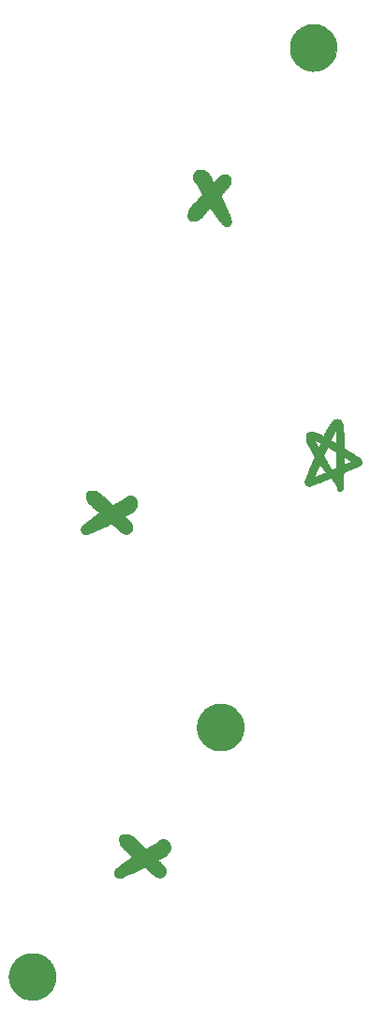
<source format=gbo>
%TF.GenerationSoftware,KiCad,Pcbnew,(6.0.0-0)*%
%TF.CreationDate,2022-02-17T17:47:58+00:00*%
%TF.ProjectId,waffles-3u,77616666-6c65-4732-9d33-752e6b696361,rev?*%
%TF.SameCoordinates,Original*%
%TF.FileFunction,Legend,Bot*%
%TF.FilePolarity,Positive*%
%FSLAX46Y46*%
G04 Gerber Fmt 4.6, Leading zero omitted, Abs format (unit mm)*
G04 Created by KiCad (PCBNEW (6.0.0-0)) date 2022-02-17 17:47:58*
%MOMM*%
%LPD*%
G01*
G04 APERTURE LIST*
%ADD10C,0.010000*%
G04 APERTURE END LIST*
D10*
%TO.C,Ref\u002A\u002A*%
X85412641Y-94029283D02*
X85401977Y-93928574D01*
X85401977Y-93928574D02*
X85379815Y-93849035D01*
X85379815Y-93849035D02*
X85342565Y-93780194D01*
X85342565Y-93780194D02*
X85286638Y-93711581D01*
X85286638Y-93711581D02*
X85247043Y-93670573D01*
X85247043Y-93670573D02*
X85160219Y-93591768D01*
X85160219Y-93591768D02*
X85078270Y-93538913D01*
X85078270Y-93538913D02*
X84989019Y-93507394D01*
X84989019Y-93507394D02*
X84880290Y-93492596D01*
X84880290Y-93492596D02*
X84769815Y-93489698D01*
X84769815Y-93489698D02*
X84638524Y-93494500D01*
X84638524Y-93494500D02*
X84535906Y-93511933D01*
X84535906Y-93511933D02*
X84449702Y-93547430D01*
X84449702Y-93547430D02*
X84367655Y-93606430D01*
X84367655Y-93606430D02*
X84277506Y-93694365D01*
X84277506Y-93694365D02*
X84255869Y-93717591D01*
X84255869Y-93717591D02*
X84186584Y-93786739D01*
X84186584Y-93786739D02*
X84114668Y-93848768D01*
X84114668Y-93848768D02*
X84053636Y-93892205D01*
X84053636Y-93892205D02*
X84043598Y-93897823D01*
X84043598Y-93897823D02*
X83988415Y-93929123D01*
X83988415Y-93929123D02*
X83950714Y-93955200D01*
X83950714Y-93955200D02*
X83942960Y-93963140D01*
X83942960Y-93963140D02*
X83914864Y-93977963D01*
X83914864Y-93977963D02*
X83881078Y-93982115D01*
X83881078Y-93982115D02*
X83829104Y-93993843D01*
X83829104Y-93993843D02*
X83801965Y-94011072D01*
X83801965Y-94011072D02*
X83757960Y-94041295D01*
X83757960Y-94041295D02*
X83726369Y-94054832D01*
X83726369Y-94054832D02*
X83689949Y-94073837D01*
X83689949Y-94073837D02*
X83679731Y-94089375D01*
X83679731Y-94089375D02*
X83661647Y-94104346D01*
X83661647Y-94104346D02*
X83628064Y-94109115D01*
X83628064Y-94109115D02*
X83583159Y-94117043D01*
X83583159Y-94117043D02*
X83563117Y-94130602D01*
X83563117Y-94130602D02*
X83535870Y-94152807D01*
X83535870Y-94152807D02*
X83487205Y-94178207D01*
X83487205Y-94178207D02*
X83481653Y-94180579D01*
X83481653Y-94180579D02*
X83425428Y-94208747D01*
X83425428Y-94208747D02*
X83383540Y-94237550D01*
X83383540Y-94237550D02*
X83382559Y-94238466D01*
X83382559Y-94238466D02*
X83327255Y-94274416D01*
X83327255Y-94274416D02*
X83259331Y-94297516D01*
X83259331Y-94297516D02*
X83198096Y-94302071D01*
X83198096Y-94302071D02*
X83181018Y-94297923D01*
X83181018Y-94297923D02*
X83146706Y-94276110D01*
X83146706Y-94276110D02*
X83092808Y-94232898D01*
X83092808Y-94232898D02*
X83029742Y-94176753D01*
X83029742Y-94176753D02*
X83015860Y-94163686D01*
X83015860Y-94163686D02*
X82955885Y-94108700D01*
X82955885Y-94108700D02*
X82906661Y-94067363D01*
X82906661Y-94067363D02*
X82876719Y-94046725D01*
X82876719Y-94046725D02*
X82872985Y-94045615D01*
X82872985Y-94045615D02*
X82856336Y-94028435D01*
X82856336Y-94028435D02*
X82854231Y-94013865D01*
X82854231Y-94013865D02*
X82843814Y-93985682D01*
X82843814Y-93985682D02*
X82834970Y-93982115D01*
X82834970Y-93982115D02*
X82812661Y-93968194D01*
X82812661Y-93968194D02*
X82767629Y-93930602D01*
X82767629Y-93930602D02*
X82707092Y-93875594D01*
X82707092Y-93875594D02*
X82657895Y-93828656D01*
X82657895Y-93828656D02*
X82484176Y-93660729D01*
X82484176Y-93660729D02*
X82333444Y-93517100D01*
X82333444Y-93517100D02*
X82206851Y-93398822D01*
X82206851Y-93398822D02*
X82105547Y-93306943D01*
X82105547Y-93306943D02*
X82030686Y-93242513D01*
X82030686Y-93242513D02*
X81983418Y-93206582D01*
X81983418Y-93206582D02*
X81967205Y-93198948D01*
X81967205Y-93198948D02*
X81938097Y-93183392D01*
X81938097Y-93183392D02*
X81929242Y-93172490D01*
X81929242Y-93172490D02*
X81888334Y-93135550D01*
X81888334Y-93135550D02*
X81823009Y-93101358D01*
X81823009Y-93101358D02*
X81750873Y-93077789D01*
X81750873Y-93077789D02*
X81704224Y-93071818D01*
X81704224Y-93071818D02*
X81634722Y-93061337D01*
X81634722Y-93061337D02*
X81576520Y-93040068D01*
X81576520Y-93040068D02*
X81508823Y-93019254D01*
X81508823Y-93019254D02*
X81413653Y-93008146D01*
X81413653Y-93008146D02*
X81304669Y-93006438D01*
X81304669Y-93006438D02*
X81195531Y-93013823D01*
X81195531Y-93013823D02*
X81099899Y-93029998D01*
X81099899Y-93029998D02*
X81036014Y-93052155D01*
X81036014Y-93052155D02*
X80971343Y-93095873D01*
X80971343Y-93095873D02*
X80911110Y-93153224D01*
X80911110Y-93153224D02*
X80865299Y-93212898D01*
X80865299Y-93212898D02*
X80843892Y-93263584D01*
X80843892Y-93263584D02*
X80843398Y-93270370D01*
X80843398Y-93270370D02*
X80831039Y-93307010D01*
X80831039Y-93307010D02*
X80822231Y-93315365D01*
X80822231Y-93315365D02*
X80811627Y-93341651D01*
X80811627Y-93341651D02*
X80804033Y-93398123D01*
X80804033Y-93398123D02*
X80801066Y-93472658D01*
X80801066Y-93472658D02*
X80801065Y-93474115D01*
X80801065Y-93474115D02*
X80803932Y-93548867D01*
X80803932Y-93548867D02*
X80811456Y-93605779D01*
X80811456Y-93605779D02*
X80822020Y-93632727D01*
X80822020Y-93632727D02*
X80822231Y-93632865D01*
X80822231Y-93632865D02*
X80836669Y-93661073D01*
X80836669Y-93661073D02*
X80843344Y-93712137D01*
X80843344Y-93712137D02*
X80843398Y-93717269D01*
X80843398Y-93717269D02*
X80852466Y-93776119D01*
X80852466Y-93776119D02*
X80874360Y-93819531D01*
X80874360Y-93819531D02*
X80875148Y-93820341D01*
X80875148Y-93820341D02*
X80901485Y-93861453D01*
X80901485Y-93861453D02*
X80906898Y-93885430D01*
X80906898Y-93885430D02*
X80917693Y-93930857D01*
X80917693Y-93930857D02*
X80945242Y-93991319D01*
X80945242Y-93991319D02*
X80982290Y-94055039D01*
X80982290Y-94055039D02*
X81021586Y-94110240D01*
X81021586Y-94110240D02*
X81055873Y-94145144D01*
X81055873Y-94145144D02*
X81070740Y-94151448D01*
X81070740Y-94151448D02*
X81094866Y-94168296D01*
X81094866Y-94168296D02*
X81097398Y-94180707D01*
X81097398Y-94180707D02*
X81112304Y-94206408D01*
X81112304Y-94206408D02*
X81152507Y-94252406D01*
X81152507Y-94252406D02*
X81211236Y-94311362D01*
X81211236Y-94311362D02*
X81258543Y-94355332D01*
X81258543Y-94355332D02*
X81330288Y-94420067D01*
X81330288Y-94420067D02*
X81393253Y-94476908D01*
X81393253Y-94476908D02*
X81438822Y-94518074D01*
X81438822Y-94518074D02*
X81454707Y-94532448D01*
X81454707Y-94532448D02*
X81490857Y-94563157D01*
X81490857Y-94563157D02*
X81545844Y-94607712D01*
X81545844Y-94607712D02*
X81584546Y-94638281D01*
X81584546Y-94638281D02*
X81657749Y-94699100D01*
X81657749Y-94699100D02*
X81735182Y-94768789D01*
X81735182Y-94768789D02*
X81767189Y-94799574D01*
X81767189Y-94799574D02*
X81832044Y-94860729D01*
X81832044Y-94860729D02*
X81899691Y-94919629D01*
X81899691Y-94919629D02*
X81931117Y-94944830D01*
X81931117Y-94944830D02*
X82007220Y-95002877D01*
X82007220Y-95002877D02*
X81949184Y-95047359D01*
X81949184Y-95047359D02*
X81904409Y-95085641D01*
X81904409Y-95085641D02*
X81875089Y-95117721D01*
X81875089Y-95117721D02*
X81874221Y-95119062D01*
X81874221Y-95119062D02*
X81840247Y-95143887D01*
X81840247Y-95143887D02*
X81825932Y-95146281D01*
X81825932Y-95146281D02*
X81791563Y-95163388D01*
X81791563Y-95163388D02*
X81782386Y-95178031D01*
X81782386Y-95178031D02*
X81755735Y-95206163D01*
X81755735Y-95206163D02*
X81740717Y-95209781D01*
X81740717Y-95209781D02*
X81714020Y-95220942D01*
X81714020Y-95220942D02*
X81711231Y-95229133D01*
X81711231Y-95229133D02*
X81694599Y-95249863D01*
X81694599Y-95249863D02*
X81651607Y-95283344D01*
X81651607Y-95283344D02*
X81607908Y-95312059D01*
X81607908Y-95312059D02*
X81535810Y-95360817D01*
X81535810Y-95360817D02*
X81467626Y-95413965D01*
X81467626Y-95413965D02*
X81439654Y-95439106D01*
X81439654Y-95439106D02*
X81388460Y-95482582D01*
X81388460Y-95482582D02*
X81341344Y-95512298D01*
X81341344Y-95512298D02*
X81331312Y-95516355D01*
X81331312Y-95516355D02*
X81296537Y-95535350D01*
X81296537Y-95535350D02*
X81287898Y-95549875D01*
X81287898Y-95549875D02*
X81270733Y-95567395D01*
X81270733Y-95567395D02*
X81256148Y-95569615D01*
X81256148Y-95569615D02*
X81228086Y-95586558D01*
X81228086Y-95586558D02*
X81224398Y-95601365D01*
X81224398Y-95601365D02*
X81207046Y-95628080D01*
X81207046Y-95628080D02*
X81186782Y-95633115D01*
X81186782Y-95633115D02*
X81148736Y-95646693D01*
X81148736Y-95646693D02*
X81098196Y-95680760D01*
X81098196Y-95680760D02*
X81079642Y-95696615D01*
X81079642Y-95696615D02*
X81033779Y-95735179D01*
X81033779Y-95735179D02*
X80999939Y-95757713D01*
X80999939Y-95757713D02*
X80992523Y-95760115D01*
X80992523Y-95760115D02*
X80970559Y-95776927D01*
X80970559Y-95776927D02*
X80962744Y-95791865D01*
X80962744Y-95791865D02*
X80938839Y-95819944D01*
X80938839Y-95819944D02*
X80926003Y-95823615D01*
X80926003Y-95823615D02*
X80896764Y-95836556D01*
X80896764Y-95836556D02*
X80849875Y-95869489D01*
X80849875Y-95869489D02*
X80822000Y-95892406D01*
X80822000Y-95892406D02*
X80707053Y-95991099D01*
X80707053Y-95991099D02*
X80615523Y-96067910D01*
X80615523Y-96067910D02*
X80550041Y-96120670D01*
X80550041Y-96120670D02*
X80513237Y-96147207D01*
X80513237Y-96147207D02*
X80512807Y-96147458D01*
X80512807Y-96147458D02*
X80486586Y-96180157D01*
X80486586Y-96180157D02*
X80483565Y-96195748D01*
X80483565Y-96195748D02*
X80466458Y-96230117D01*
X80466458Y-96230117D02*
X80451815Y-96239294D01*
X80451815Y-96239294D02*
X80423786Y-96260904D01*
X80423786Y-96260904D02*
X80420065Y-96271891D01*
X80420065Y-96271891D02*
X80406545Y-96302100D01*
X80406545Y-96302100D02*
X80388315Y-96324055D01*
X80388315Y-96324055D02*
X80369220Y-96361159D01*
X80369220Y-96361159D02*
X80359022Y-96428796D01*
X80359022Y-96428796D02*
X80356565Y-96511531D01*
X80356565Y-96511531D02*
X80360237Y-96608857D01*
X80360237Y-96608857D02*
X80371947Y-96670591D01*
X80371947Y-96670591D02*
X80388315Y-96699008D01*
X80388315Y-96699008D02*
X80414009Y-96729553D01*
X80414009Y-96729553D02*
X80420065Y-96742468D01*
X80420065Y-96742468D02*
X80433552Y-96763146D01*
X80433552Y-96763146D02*
X80467909Y-96802750D01*
X80467909Y-96802750D02*
X80492383Y-96828646D01*
X80492383Y-96828646D02*
X80556095Y-96881951D01*
X80556095Y-96881951D02*
X80615498Y-96902395D01*
X80615498Y-96902395D02*
X80630254Y-96903115D01*
X80630254Y-96903115D02*
X80692015Y-96911607D01*
X80692015Y-96911607D02*
X80737852Y-96929373D01*
X80737852Y-96929373D02*
X80781107Y-96945032D01*
X80781107Y-96945032D02*
X80821944Y-96929373D01*
X80821944Y-96929373D02*
X80869187Y-96912884D01*
X80869187Y-96912884D02*
X80935820Y-96903757D01*
X80935820Y-96903757D02*
X80957355Y-96903115D01*
X80957355Y-96903115D02*
X81062905Y-96885988D01*
X81062905Y-96885988D02*
X81178705Y-96839615D01*
X81178705Y-96839615D02*
X81246565Y-96807389D01*
X81246565Y-96807389D02*
X81300239Y-96784536D01*
X81300239Y-96784536D02*
X81327568Y-96776115D01*
X81327568Y-96776115D02*
X81361301Y-96767338D01*
X81361301Y-96767338D02*
X81416568Y-96744800D01*
X81416568Y-96744800D02*
X81481959Y-96714187D01*
X81481959Y-96714187D02*
X81546064Y-96681185D01*
X81546064Y-96681185D02*
X81597473Y-96651483D01*
X81597473Y-96651483D02*
X81624778Y-96630766D01*
X81624778Y-96630766D02*
X81626565Y-96627084D01*
X81626565Y-96627084D02*
X81644865Y-96612465D01*
X81644865Y-96612465D02*
X81686019Y-96606781D01*
X81686019Y-96606781D02*
X81746103Y-96595697D01*
X81746103Y-96595697D02*
X81786561Y-96575705D01*
X81786561Y-96575705D02*
X81834339Y-96550657D01*
X81834339Y-96550657D02*
X81865354Y-96543955D01*
X81865354Y-96543955D02*
X81903811Y-96527736D01*
X81903811Y-96527736D02*
X81915244Y-96511531D01*
X81915244Y-96511531D02*
X81943671Y-96487910D01*
X81943671Y-96487910D02*
X81987151Y-96479781D01*
X81987151Y-96479781D02*
X82042908Y-96468916D01*
X82042908Y-96468916D02*
X82078624Y-96448031D01*
X82078624Y-96448031D02*
X82123913Y-96421469D01*
X82123913Y-96421469D02*
X82151628Y-96416281D01*
X82151628Y-96416281D02*
X82199788Y-96400847D01*
X82199788Y-96400847D02*
X82219231Y-96384531D01*
X82219231Y-96384531D02*
X82259590Y-96357427D01*
X82259590Y-96357427D02*
X82282731Y-96352781D01*
X82282731Y-96352781D02*
X82327117Y-96337515D01*
X82327117Y-96337515D02*
X82346231Y-96321031D01*
X82346231Y-96321031D02*
X82388476Y-96294292D01*
X82388476Y-96294292D02*
X82415942Y-96289281D01*
X82415942Y-96289281D02*
X82455051Y-96280328D01*
X82455051Y-96280328D02*
X82521065Y-96256455D01*
X82521065Y-96256455D02*
X82603265Y-96222148D01*
X82603265Y-96222148D02*
X82690931Y-96181889D01*
X82690931Y-96181889D02*
X82773343Y-96140163D01*
X82773343Y-96140163D02*
X82776409Y-96138511D01*
X82776409Y-96138511D02*
X82819276Y-96115700D01*
X82819276Y-96115700D02*
X82879097Y-96084260D01*
X82879097Y-96084260D02*
X82898118Y-96074329D01*
X82898118Y-96074329D02*
X82948470Y-96044168D01*
X82948470Y-96044168D02*
X82978000Y-96018908D01*
X82978000Y-96018908D02*
X82981231Y-96011978D01*
X82981231Y-96011978D02*
X83000000Y-96000000D01*
X83000000Y-96000000D02*
X83046818Y-95993397D01*
X83046818Y-95993397D02*
X83064862Y-95992948D01*
X83064862Y-95992948D02*
X83106650Y-95995851D01*
X83106650Y-95995851D02*
X83143885Y-96008296D01*
X83143885Y-96008296D02*
X83185419Y-96035892D01*
X83185419Y-96035892D02*
X83240104Y-96084246D01*
X83240104Y-96084246D02*
X83298731Y-96141115D01*
X83298731Y-96141115D02*
X83363619Y-96203762D01*
X83363619Y-96203762D02*
X83417599Y-96253373D01*
X83417599Y-96253373D02*
X83453531Y-96283523D01*
X83453531Y-96283523D02*
X83463809Y-96289640D01*
X83463809Y-96289640D02*
X83485732Y-96303268D01*
X83485732Y-96303268D02*
X83528552Y-96338544D01*
X83528552Y-96338544D02*
X83579810Y-96384890D01*
X83579810Y-96384890D02*
X83634628Y-96433563D01*
X83634628Y-96433563D02*
X83678771Y-96467792D01*
X83678771Y-96467792D02*
X83701519Y-96479781D01*
X83701519Y-96479781D02*
X83719750Y-96496935D01*
X83719750Y-96496935D02*
X83722065Y-96511531D01*
X83722065Y-96511531D02*
X83733107Y-96539705D01*
X83733107Y-96539705D02*
X83742502Y-96543281D01*
X83742502Y-96543281D02*
X83769603Y-96556802D01*
X83769603Y-96556802D02*
X83811487Y-96590387D01*
X83811487Y-96590387D02*
X83823394Y-96601490D01*
X83823394Y-96601490D02*
X83902704Y-96673981D01*
X83902704Y-96673981D02*
X83972703Y-96730717D01*
X83972703Y-96730717D02*
X84026372Y-96766363D01*
X84026372Y-96766363D02*
X84053177Y-96776115D01*
X84053177Y-96776115D02*
X84087628Y-96791909D01*
X84087628Y-96791909D02*
X84096721Y-96802573D01*
X84096721Y-96802573D02*
X84147210Y-96846782D01*
X84147210Y-96846782D02*
X84228280Y-96879617D01*
X84228280Y-96879617D02*
X84329476Y-96900108D01*
X84329476Y-96900108D02*
X84440344Y-96907283D01*
X84440344Y-96907283D02*
X84550429Y-96900173D01*
X84550429Y-96900173D02*
X84649277Y-96877806D01*
X84649277Y-96877806D02*
X84695908Y-96858213D01*
X84695908Y-96858213D02*
X84763910Y-96816007D01*
X84763910Y-96816007D02*
X84830421Y-96763643D01*
X84830421Y-96763643D02*
X84885981Y-96709931D01*
X84885981Y-96709931D02*
X84921135Y-96663679D01*
X84921135Y-96663679D02*
X84928565Y-96641497D01*
X84928565Y-96641497D02*
X84943487Y-96603243D01*
X84943487Y-96603243D02*
X84957310Y-96588109D01*
X84957310Y-96588109D02*
X84977370Y-96551077D01*
X84977370Y-96551077D02*
X84991117Y-96485562D01*
X84991117Y-96485562D02*
X84998640Y-96402054D01*
X84998640Y-96402054D02*
X85000030Y-96311041D01*
X85000030Y-96311041D02*
X84995375Y-96223014D01*
X84995375Y-96223014D02*
X84984766Y-96148462D01*
X84984766Y-96148462D02*
X84968292Y-96097876D01*
X84968292Y-96097876D02*
X84952987Y-96082228D01*
X84952987Y-96082228D02*
X84932894Y-96057129D01*
X84932894Y-96057129D02*
X84928565Y-96031617D01*
X84928565Y-96031617D02*
X84914903Y-95989321D01*
X84914903Y-95989321D02*
X84881011Y-95937534D01*
X84881011Y-95937534D02*
X84870356Y-95925091D01*
X84870356Y-95925091D02*
X84822593Y-95873898D01*
X84822593Y-95873898D02*
X84759896Y-95808614D01*
X84759896Y-95808614D02*
X84688382Y-95735376D01*
X84688382Y-95735376D02*
X84614165Y-95660324D01*
X84614165Y-95660324D02*
X84543363Y-95589595D01*
X84543363Y-95589595D02*
X84482091Y-95529329D01*
X84482091Y-95529329D02*
X84436466Y-95485665D01*
X84436466Y-95485665D02*
X84412603Y-95464740D01*
X84412603Y-95464740D02*
X84410742Y-95463781D01*
X84410742Y-95463781D02*
X84391357Y-95450125D01*
X84391357Y-95450125D02*
X84352938Y-95415295D01*
X84352938Y-95415295D02*
X84326726Y-95389698D01*
X84326726Y-95389698D02*
X84286858Y-95344582D01*
X84286858Y-95344582D02*
X84276270Y-95319423D01*
X84276270Y-95319423D02*
X84283687Y-95315615D01*
X84283687Y-95315615D02*
X84311134Y-95298656D01*
X84311134Y-95298656D02*
X84314731Y-95283865D01*
X84314731Y-95283865D02*
X84333193Y-95258367D01*
X84333193Y-95258367D02*
X84368792Y-95252115D01*
X84368792Y-95252115D02*
X84416845Y-95242068D01*
X84416845Y-95242068D02*
X84483610Y-95216180D01*
X84483610Y-95216180D02*
X84532834Y-95191703D01*
X84532834Y-95191703D02*
X84615374Y-95149632D01*
X84615374Y-95149632D02*
X84702854Y-95109905D01*
X84702854Y-95109905D02*
X84743377Y-95093570D01*
X84743377Y-95093570D02*
X84815166Y-95060552D01*
X84815166Y-95060552D02*
X84878780Y-95021333D01*
X84878780Y-95021333D02*
X84897926Y-95005815D01*
X84897926Y-95005815D02*
X84943320Y-94971692D01*
X84943320Y-94971692D02*
X84981220Y-94955910D01*
X84981220Y-94955910D02*
X84983636Y-94955781D01*
X84983636Y-94955781D02*
X85021168Y-94939390D01*
X85021168Y-94939390D02*
X85075253Y-94895294D01*
X85075253Y-94895294D02*
X85139108Y-94831107D01*
X85139108Y-94831107D02*
X85205950Y-94754447D01*
X85205950Y-94754447D02*
X85268997Y-94672929D01*
X85268997Y-94672929D02*
X85321466Y-94594169D01*
X85321466Y-94594169D02*
X85346606Y-94548225D01*
X85346606Y-94548225D02*
X85376462Y-94484225D01*
X85376462Y-94484225D02*
X85396146Y-94431360D01*
X85396146Y-94431360D02*
X85407769Y-94377773D01*
X85407769Y-94377773D02*
X85413439Y-94311609D01*
X85413439Y-94311609D02*
X85415266Y-94221015D01*
X85415266Y-94221015D02*
X85415398Y-94161634D01*
X85415398Y-94161634D02*
X85412641Y-94029283D01*
X85412641Y-94029283D02*
X85412641Y-94029283D01*
G36*
X81413653Y-93008146D02*
G01*
X81508823Y-93019254D01*
X81576520Y-93040068D01*
X81634722Y-93061337D01*
X81704224Y-93071818D01*
X81750873Y-93077789D01*
X81823009Y-93101358D01*
X81888334Y-93135550D01*
X81929242Y-93172490D01*
X81938097Y-93183392D01*
X81967205Y-93198948D01*
X81983418Y-93206582D01*
X82030686Y-93242513D01*
X82105547Y-93306943D01*
X82206851Y-93398822D01*
X82333444Y-93517100D01*
X82484176Y-93660729D01*
X82657895Y-93828656D01*
X82707092Y-93875594D01*
X82767629Y-93930602D01*
X82812661Y-93968194D01*
X82834970Y-93982115D01*
X82843814Y-93985682D01*
X82854231Y-94013865D01*
X82856336Y-94028435D01*
X82872985Y-94045615D01*
X82876719Y-94046725D01*
X82906661Y-94067363D01*
X82955885Y-94108700D01*
X83015860Y-94163686D01*
X83029742Y-94176753D01*
X83092808Y-94232898D01*
X83146706Y-94276110D01*
X83181018Y-94297923D01*
X83198096Y-94302071D01*
X83259331Y-94297516D01*
X83327255Y-94274416D01*
X83382559Y-94238466D01*
X83383540Y-94237550D01*
X83425428Y-94208747D01*
X83481653Y-94180579D01*
X83487205Y-94178207D01*
X83535870Y-94152807D01*
X83563117Y-94130602D01*
X83583159Y-94117043D01*
X83628064Y-94109115D01*
X83661647Y-94104346D01*
X83679731Y-94089375D01*
X83689949Y-94073837D01*
X83726369Y-94054832D01*
X83757960Y-94041295D01*
X83801965Y-94011072D01*
X83829104Y-93993843D01*
X83881078Y-93982115D01*
X83914864Y-93977963D01*
X83942960Y-93963140D01*
X83950714Y-93955200D01*
X83988415Y-93929123D01*
X84043598Y-93897823D01*
X84053636Y-93892205D01*
X84114668Y-93848768D01*
X84186584Y-93786739D01*
X84255869Y-93717591D01*
X84277506Y-93694365D01*
X84367655Y-93606430D01*
X84449702Y-93547430D01*
X84535906Y-93511933D01*
X84638524Y-93494500D01*
X84769815Y-93489698D01*
X84880290Y-93492596D01*
X84989019Y-93507394D01*
X85078270Y-93538913D01*
X85160219Y-93591768D01*
X85247043Y-93670573D01*
X85286638Y-93711581D01*
X85342565Y-93780194D01*
X85379815Y-93849035D01*
X85401977Y-93928574D01*
X85412641Y-94029283D01*
X85415398Y-94161634D01*
X85415266Y-94221015D01*
X85413439Y-94311609D01*
X85407769Y-94377773D01*
X85396146Y-94431360D01*
X85376462Y-94484225D01*
X85346606Y-94548225D01*
X85321466Y-94594169D01*
X85268997Y-94672929D01*
X85205950Y-94754447D01*
X85139108Y-94831107D01*
X85075253Y-94895294D01*
X85021168Y-94939390D01*
X84983636Y-94955781D01*
X84981220Y-94955910D01*
X84943320Y-94971692D01*
X84897926Y-95005815D01*
X84878780Y-95021333D01*
X84815166Y-95060552D01*
X84743377Y-95093570D01*
X84702854Y-95109905D01*
X84615374Y-95149632D01*
X84532834Y-95191703D01*
X84483610Y-95216180D01*
X84416845Y-95242068D01*
X84368792Y-95252115D01*
X84333193Y-95258367D01*
X84314731Y-95283865D01*
X84311134Y-95298656D01*
X84283687Y-95315615D01*
X84276270Y-95319423D01*
X84286858Y-95344582D01*
X84326726Y-95389698D01*
X84352938Y-95415295D01*
X84391357Y-95450125D01*
X84410742Y-95463781D01*
X84412603Y-95464740D01*
X84436466Y-95485665D01*
X84482091Y-95529329D01*
X84543363Y-95589595D01*
X84614165Y-95660324D01*
X84688382Y-95735376D01*
X84759896Y-95808614D01*
X84822593Y-95873898D01*
X84870356Y-95925091D01*
X84881011Y-95937534D01*
X84914903Y-95989321D01*
X84928565Y-96031617D01*
X84932894Y-96057129D01*
X84952987Y-96082228D01*
X84968292Y-96097876D01*
X84984766Y-96148462D01*
X84995375Y-96223014D01*
X85000030Y-96311041D01*
X84998640Y-96402054D01*
X84991117Y-96485562D01*
X84977370Y-96551077D01*
X84957310Y-96588109D01*
X84943487Y-96603243D01*
X84928565Y-96641497D01*
X84921135Y-96663679D01*
X84885981Y-96709931D01*
X84830421Y-96763643D01*
X84763910Y-96816007D01*
X84695908Y-96858213D01*
X84649277Y-96877806D01*
X84550429Y-96900173D01*
X84440344Y-96907283D01*
X84329476Y-96900108D01*
X84228280Y-96879617D01*
X84147210Y-96846782D01*
X84096721Y-96802573D01*
X84087628Y-96791909D01*
X84053177Y-96776115D01*
X84026372Y-96766363D01*
X83972703Y-96730717D01*
X83902704Y-96673981D01*
X83823394Y-96601490D01*
X83811487Y-96590387D01*
X83769603Y-96556802D01*
X83742502Y-96543281D01*
X83733107Y-96539705D01*
X83722065Y-96511531D01*
X83719750Y-96496935D01*
X83701519Y-96479781D01*
X83678771Y-96467792D01*
X83634628Y-96433563D01*
X83579810Y-96384890D01*
X83528552Y-96338544D01*
X83485732Y-96303268D01*
X83463809Y-96289640D01*
X83453531Y-96283523D01*
X83417599Y-96253373D01*
X83363619Y-96203762D01*
X83298731Y-96141115D01*
X83240104Y-96084246D01*
X83185419Y-96035892D01*
X83143885Y-96008296D01*
X83106650Y-95995851D01*
X83064862Y-95992948D01*
X83046818Y-95993397D01*
X83000000Y-96000000D01*
X82981231Y-96011978D01*
X82978000Y-96018908D01*
X82948470Y-96044168D01*
X82898118Y-96074329D01*
X82879097Y-96084260D01*
X82819276Y-96115700D01*
X82776409Y-96138511D01*
X82773343Y-96140163D01*
X82690931Y-96181889D01*
X82603265Y-96222148D01*
X82521065Y-96256455D01*
X82455051Y-96280328D01*
X82415942Y-96289281D01*
X82388476Y-96294292D01*
X82346231Y-96321031D01*
X82327117Y-96337515D01*
X82282731Y-96352781D01*
X82259590Y-96357427D01*
X82219231Y-96384531D01*
X82199788Y-96400847D01*
X82151628Y-96416281D01*
X82123913Y-96421469D01*
X82078624Y-96448031D01*
X82042908Y-96468916D01*
X81987151Y-96479781D01*
X81943671Y-96487910D01*
X81915244Y-96511531D01*
X81903811Y-96527736D01*
X81865354Y-96543955D01*
X81834339Y-96550657D01*
X81786561Y-96575705D01*
X81746103Y-96595697D01*
X81686019Y-96606781D01*
X81644865Y-96612465D01*
X81626565Y-96627084D01*
X81624778Y-96630766D01*
X81597473Y-96651483D01*
X81546064Y-96681185D01*
X81481959Y-96714187D01*
X81416568Y-96744800D01*
X81361301Y-96767338D01*
X81327568Y-96776115D01*
X81300239Y-96784536D01*
X81246565Y-96807389D01*
X81178705Y-96839615D01*
X81062905Y-96885988D01*
X80957355Y-96903115D01*
X80935820Y-96903757D01*
X80869187Y-96912884D01*
X80821944Y-96929373D01*
X80781107Y-96945032D01*
X80737852Y-96929373D01*
X80692015Y-96911607D01*
X80630254Y-96903115D01*
X80615498Y-96902395D01*
X80556095Y-96881951D01*
X80492383Y-96828646D01*
X80467909Y-96802750D01*
X80433552Y-96763146D01*
X80420065Y-96742468D01*
X80414009Y-96729553D01*
X80388315Y-96699008D01*
X80371947Y-96670591D01*
X80360237Y-96608857D01*
X80356565Y-96511531D01*
X80359022Y-96428796D01*
X80369220Y-96361159D01*
X80388315Y-96324055D01*
X80406545Y-96302100D01*
X80420065Y-96271891D01*
X80423786Y-96260904D01*
X80451815Y-96239294D01*
X80466458Y-96230117D01*
X80483565Y-96195748D01*
X80486586Y-96180157D01*
X80512807Y-96147458D01*
X80513237Y-96147207D01*
X80550041Y-96120670D01*
X80615523Y-96067910D01*
X80707053Y-95991099D01*
X80822000Y-95892406D01*
X80849875Y-95869489D01*
X80896764Y-95836556D01*
X80926003Y-95823615D01*
X80938839Y-95819944D01*
X80962744Y-95791865D01*
X80970559Y-95776927D01*
X80992523Y-95760115D01*
X80999939Y-95757713D01*
X81033779Y-95735179D01*
X81079642Y-95696615D01*
X81098196Y-95680760D01*
X81148736Y-95646693D01*
X81186782Y-95633115D01*
X81207046Y-95628080D01*
X81224398Y-95601365D01*
X81228086Y-95586558D01*
X81256148Y-95569615D01*
X81270733Y-95567395D01*
X81287898Y-95549875D01*
X81296537Y-95535350D01*
X81331312Y-95516355D01*
X81341344Y-95512298D01*
X81388460Y-95482582D01*
X81439654Y-95439106D01*
X81467626Y-95413965D01*
X81535810Y-95360817D01*
X81607908Y-95312059D01*
X81651607Y-95283344D01*
X81694599Y-95249863D01*
X81711231Y-95229133D01*
X81714020Y-95220942D01*
X81740717Y-95209781D01*
X81755735Y-95206163D01*
X81782386Y-95178031D01*
X81791563Y-95163388D01*
X81825932Y-95146281D01*
X81840247Y-95143887D01*
X81874221Y-95119062D01*
X81875089Y-95117721D01*
X81904409Y-95085641D01*
X81949184Y-95047359D01*
X82007220Y-95002877D01*
X81931117Y-94944830D01*
X81899691Y-94919629D01*
X81832044Y-94860729D01*
X81767189Y-94799574D01*
X81735182Y-94768789D01*
X81657749Y-94699100D01*
X81584546Y-94638281D01*
X81545844Y-94607712D01*
X81490857Y-94563157D01*
X81454707Y-94532448D01*
X81438822Y-94518074D01*
X81393253Y-94476908D01*
X81330288Y-94420067D01*
X81258543Y-94355332D01*
X81211236Y-94311362D01*
X81152507Y-94252406D01*
X81112304Y-94206408D01*
X81097398Y-94180707D01*
X81094866Y-94168296D01*
X81070740Y-94151448D01*
X81055873Y-94145144D01*
X81021586Y-94110240D01*
X80982290Y-94055039D01*
X80945242Y-93991319D01*
X80917693Y-93930857D01*
X80906898Y-93885430D01*
X80901485Y-93861453D01*
X80875148Y-93820341D01*
X80874360Y-93819531D01*
X80852466Y-93776119D01*
X80843398Y-93717269D01*
X80843344Y-93712137D01*
X80836669Y-93661073D01*
X80822231Y-93632865D01*
X80822020Y-93632727D01*
X80811456Y-93605779D01*
X80803932Y-93548867D01*
X80801065Y-93474115D01*
X80801066Y-93472658D01*
X80804033Y-93398123D01*
X80811627Y-93341651D01*
X80822231Y-93315365D01*
X80831039Y-93307010D01*
X80843398Y-93270370D01*
X80843892Y-93263584D01*
X80865299Y-93212898D01*
X80911110Y-93153224D01*
X80971343Y-93095873D01*
X81036014Y-93052155D01*
X81099899Y-93029998D01*
X81195531Y-93013823D01*
X81304669Y-93006438D01*
X81413653Y-93008146D01*
G37*
X81413653Y-93008146D02*
X81508823Y-93019254D01*
X81576520Y-93040068D01*
X81634722Y-93061337D01*
X81704224Y-93071818D01*
X81750873Y-93077789D01*
X81823009Y-93101358D01*
X81888334Y-93135550D01*
X81929242Y-93172490D01*
X81938097Y-93183392D01*
X81967205Y-93198948D01*
X81983418Y-93206582D01*
X82030686Y-93242513D01*
X82105547Y-93306943D01*
X82206851Y-93398822D01*
X82333444Y-93517100D01*
X82484176Y-93660729D01*
X82657895Y-93828656D01*
X82707092Y-93875594D01*
X82767629Y-93930602D01*
X82812661Y-93968194D01*
X82834970Y-93982115D01*
X82843814Y-93985682D01*
X82854231Y-94013865D01*
X82856336Y-94028435D01*
X82872985Y-94045615D01*
X82876719Y-94046725D01*
X82906661Y-94067363D01*
X82955885Y-94108700D01*
X83015860Y-94163686D01*
X83029742Y-94176753D01*
X83092808Y-94232898D01*
X83146706Y-94276110D01*
X83181018Y-94297923D01*
X83198096Y-94302071D01*
X83259331Y-94297516D01*
X83327255Y-94274416D01*
X83382559Y-94238466D01*
X83383540Y-94237550D01*
X83425428Y-94208747D01*
X83481653Y-94180579D01*
X83487205Y-94178207D01*
X83535870Y-94152807D01*
X83563117Y-94130602D01*
X83583159Y-94117043D01*
X83628064Y-94109115D01*
X83661647Y-94104346D01*
X83679731Y-94089375D01*
X83689949Y-94073837D01*
X83726369Y-94054832D01*
X83757960Y-94041295D01*
X83801965Y-94011072D01*
X83829104Y-93993843D01*
X83881078Y-93982115D01*
X83914864Y-93977963D01*
X83942960Y-93963140D01*
X83950714Y-93955200D01*
X83988415Y-93929123D01*
X84043598Y-93897823D01*
X84053636Y-93892205D01*
X84114668Y-93848768D01*
X84186584Y-93786739D01*
X84255869Y-93717591D01*
X84277506Y-93694365D01*
X84367655Y-93606430D01*
X84449702Y-93547430D01*
X84535906Y-93511933D01*
X84638524Y-93494500D01*
X84769815Y-93489698D01*
X84880290Y-93492596D01*
X84989019Y-93507394D01*
X85078270Y-93538913D01*
X85160219Y-93591768D01*
X85247043Y-93670573D01*
X85286638Y-93711581D01*
X85342565Y-93780194D01*
X85379815Y-93849035D01*
X85401977Y-93928574D01*
X85412641Y-94029283D01*
X85415398Y-94161634D01*
X85415266Y-94221015D01*
X85413439Y-94311609D01*
X85407769Y-94377773D01*
X85396146Y-94431360D01*
X85376462Y-94484225D01*
X85346606Y-94548225D01*
X85321466Y-94594169D01*
X85268997Y-94672929D01*
X85205950Y-94754447D01*
X85139108Y-94831107D01*
X85075253Y-94895294D01*
X85021168Y-94939390D01*
X84983636Y-94955781D01*
X84981220Y-94955910D01*
X84943320Y-94971692D01*
X84897926Y-95005815D01*
X84878780Y-95021333D01*
X84815166Y-95060552D01*
X84743377Y-95093570D01*
X84702854Y-95109905D01*
X84615374Y-95149632D01*
X84532834Y-95191703D01*
X84483610Y-95216180D01*
X84416845Y-95242068D01*
X84368792Y-95252115D01*
X84333193Y-95258367D01*
X84314731Y-95283865D01*
X84311134Y-95298656D01*
X84283687Y-95315615D01*
X84276270Y-95319423D01*
X84286858Y-95344582D01*
X84326726Y-95389698D01*
X84352938Y-95415295D01*
X84391357Y-95450125D01*
X84410742Y-95463781D01*
X84412603Y-95464740D01*
X84436466Y-95485665D01*
X84482091Y-95529329D01*
X84543363Y-95589595D01*
X84614165Y-95660324D01*
X84688382Y-95735376D01*
X84759896Y-95808614D01*
X84822593Y-95873898D01*
X84870356Y-95925091D01*
X84881011Y-95937534D01*
X84914903Y-95989321D01*
X84928565Y-96031617D01*
X84932894Y-96057129D01*
X84952987Y-96082228D01*
X84968292Y-96097876D01*
X84984766Y-96148462D01*
X84995375Y-96223014D01*
X85000030Y-96311041D01*
X84998640Y-96402054D01*
X84991117Y-96485562D01*
X84977370Y-96551077D01*
X84957310Y-96588109D01*
X84943487Y-96603243D01*
X84928565Y-96641497D01*
X84921135Y-96663679D01*
X84885981Y-96709931D01*
X84830421Y-96763643D01*
X84763910Y-96816007D01*
X84695908Y-96858213D01*
X84649277Y-96877806D01*
X84550429Y-96900173D01*
X84440344Y-96907283D01*
X84329476Y-96900108D01*
X84228280Y-96879617D01*
X84147210Y-96846782D01*
X84096721Y-96802573D01*
X84087628Y-96791909D01*
X84053177Y-96776115D01*
X84026372Y-96766363D01*
X83972703Y-96730717D01*
X83902704Y-96673981D01*
X83823394Y-96601490D01*
X83811487Y-96590387D01*
X83769603Y-96556802D01*
X83742502Y-96543281D01*
X83733107Y-96539705D01*
X83722065Y-96511531D01*
X83719750Y-96496935D01*
X83701519Y-96479781D01*
X83678771Y-96467792D01*
X83634628Y-96433563D01*
X83579810Y-96384890D01*
X83528552Y-96338544D01*
X83485732Y-96303268D01*
X83463809Y-96289640D01*
X83453531Y-96283523D01*
X83417599Y-96253373D01*
X83363619Y-96203762D01*
X83298731Y-96141115D01*
X83240104Y-96084246D01*
X83185419Y-96035892D01*
X83143885Y-96008296D01*
X83106650Y-95995851D01*
X83064862Y-95992948D01*
X83046818Y-95993397D01*
X83000000Y-96000000D01*
X82981231Y-96011978D01*
X82978000Y-96018908D01*
X82948470Y-96044168D01*
X82898118Y-96074329D01*
X82879097Y-96084260D01*
X82819276Y-96115700D01*
X82776409Y-96138511D01*
X82773343Y-96140163D01*
X82690931Y-96181889D01*
X82603265Y-96222148D01*
X82521065Y-96256455D01*
X82455051Y-96280328D01*
X82415942Y-96289281D01*
X82388476Y-96294292D01*
X82346231Y-96321031D01*
X82327117Y-96337515D01*
X82282731Y-96352781D01*
X82259590Y-96357427D01*
X82219231Y-96384531D01*
X82199788Y-96400847D01*
X82151628Y-96416281D01*
X82123913Y-96421469D01*
X82078624Y-96448031D01*
X82042908Y-96468916D01*
X81987151Y-96479781D01*
X81943671Y-96487910D01*
X81915244Y-96511531D01*
X81903811Y-96527736D01*
X81865354Y-96543955D01*
X81834339Y-96550657D01*
X81786561Y-96575705D01*
X81746103Y-96595697D01*
X81686019Y-96606781D01*
X81644865Y-96612465D01*
X81626565Y-96627084D01*
X81624778Y-96630766D01*
X81597473Y-96651483D01*
X81546064Y-96681185D01*
X81481959Y-96714187D01*
X81416568Y-96744800D01*
X81361301Y-96767338D01*
X81327568Y-96776115D01*
X81300239Y-96784536D01*
X81246565Y-96807389D01*
X81178705Y-96839615D01*
X81062905Y-96885988D01*
X80957355Y-96903115D01*
X80935820Y-96903757D01*
X80869187Y-96912884D01*
X80821944Y-96929373D01*
X80781107Y-96945032D01*
X80737852Y-96929373D01*
X80692015Y-96911607D01*
X80630254Y-96903115D01*
X80615498Y-96902395D01*
X80556095Y-96881951D01*
X80492383Y-96828646D01*
X80467909Y-96802750D01*
X80433552Y-96763146D01*
X80420065Y-96742468D01*
X80414009Y-96729553D01*
X80388315Y-96699008D01*
X80371947Y-96670591D01*
X80360237Y-96608857D01*
X80356565Y-96511531D01*
X80359022Y-96428796D01*
X80369220Y-96361159D01*
X80388315Y-96324055D01*
X80406545Y-96302100D01*
X80420065Y-96271891D01*
X80423786Y-96260904D01*
X80451815Y-96239294D01*
X80466458Y-96230117D01*
X80483565Y-96195748D01*
X80486586Y-96180157D01*
X80512807Y-96147458D01*
X80513237Y-96147207D01*
X80550041Y-96120670D01*
X80615523Y-96067910D01*
X80707053Y-95991099D01*
X80822000Y-95892406D01*
X80849875Y-95869489D01*
X80896764Y-95836556D01*
X80926003Y-95823615D01*
X80938839Y-95819944D01*
X80962744Y-95791865D01*
X80970559Y-95776927D01*
X80992523Y-95760115D01*
X80999939Y-95757713D01*
X81033779Y-95735179D01*
X81079642Y-95696615D01*
X81098196Y-95680760D01*
X81148736Y-95646693D01*
X81186782Y-95633115D01*
X81207046Y-95628080D01*
X81224398Y-95601365D01*
X81228086Y-95586558D01*
X81256148Y-95569615D01*
X81270733Y-95567395D01*
X81287898Y-95549875D01*
X81296537Y-95535350D01*
X81331312Y-95516355D01*
X81341344Y-95512298D01*
X81388460Y-95482582D01*
X81439654Y-95439106D01*
X81467626Y-95413965D01*
X81535810Y-95360817D01*
X81607908Y-95312059D01*
X81651607Y-95283344D01*
X81694599Y-95249863D01*
X81711231Y-95229133D01*
X81714020Y-95220942D01*
X81740717Y-95209781D01*
X81755735Y-95206163D01*
X81782386Y-95178031D01*
X81791563Y-95163388D01*
X81825932Y-95146281D01*
X81840247Y-95143887D01*
X81874221Y-95119062D01*
X81875089Y-95117721D01*
X81904409Y-95085641D01*
X81949184Y-95047359D01*
X82007220Y-95002877D01*
X81931117Y-94944830D01*
X81899691Y-94919629D01*
X81832044Y-94860729D01*
X81767189Y-94799574D01*
X81735182Y-94768789D01*
X81657749Y-94699100D01*
X81584546Y-94638281D01*
X81545844Y-94607712D01*
X81490857Y-94563157D01*
X81454707Y-94532448D01*
X81438822Y-94518074D01*
X81393253Y-94476908D01*
X81330288Y-94420067D01*
X81258543Y-94355332D01*
X81211236Y-94311362D01*
X81152507Y-94252406D01*
X81112304Y-94206408D01*
X81097398Y-94180707D01*
X81094866Y-94168296D01*
X81070740Y-94151448D01*
X81055873Y-94145144D01*
X81021586Y-94110240D01*
X80982290Y-94055039D01*
X80945242Y-93991319D01*
X80917693Y-93930857D01*
X80906898Y-93885430D01*
X80901485Y-93861453D01*
X80875148Y-93820341D01*
X80874360Y-93819531D01*
X80852466Y-93776119D01*
X80843398Y-93717269D01*
X80843344Y-93712137D01*
X80836669Y-93661073D01*
X80822231Y-93632865D01*
X80822020Y-93632727D01*
X80811456Y-93605779D01*
X80803932Y-93548867D01*
X80801065Y-93474115D01*
X80801066Y-93472658D01*
X80804033Y-93398123D01*
X80811627Y-93341651D01*
X80822231Y-93315365D01*
X80831039Y-93307010D01*
X80843398Y-93270370D01*
X80843892Y-93263584D01*
X80865299Y-93212898D01*
X80911110Y-93153224D01*
X80971343Y-93095873D01*
X81036014Y-93052155D01*
X81099899Y-93029998D01*
X81195531Y-93013823D01*
X81304669Y-93006438D01*
X81413653Y-93008146D01*
X103405716Y-86570764D02*
X103275162Y-86611619D01*
X103275162Y-86611619D02*
X103258697Y-86618558D01*
X103258697Y-86618558D02*
X103208332Y-86648861D01*
X103208332Y-86648861D02*
X103146689Y-86697782D01*
X103146689Y-86697782D02*
X103082533Y-86756693D01*
X103082533Y-86756693D02*
X103024630Y-86816965D01*
X103024630Y-86816965D02*
X102981745Y-86869970D01*
X102981745Y-86869970D02*
X102962643Y-86907078D01*
X102962643Y-86907078D02*
X102962364Y-86910272D01*
X102962364Y-86910272D02*
X102952770Y-86938452D01*
X102952770Y-86938452D02*
X102944658Y-86942000D01*
X102944658Y-86942000D02*
X102925430Y-86958681D01*
X102925430Y-86958681D02*
X102891549Y-87002094D01*
X102891549Y-87002094D02*
X102849507Y-87062299D01*
X102849507Y-87062299D02*
X102805796Y-87129355D01*
X102805796Y-87129355D02*
X102766908Y-87193318D01*
X102766908Y-87193318D02*
X102739334Y-87244249D01*
X102739334Y-87244249D02*
X102729531Y-87271450D01*
X102729531Y-87271450D02*
X102712528Y-87300852D01*
X102712528Y-87300852D02*
X102697781Y-87309488D01*
X102697781Y-87309488D02*
X102671772Y-87338166D01*
X102671772Y-87338166D02*
X102666031Y-87365334D01*
X102666031Y-87365334D02*
X102652435Y-87406318D01*
X102652435Y-87406318D02*
X102634281Y-87421179D01*
X102634281Y-87421179D02*
X102606136Y-87448674D01*
X102606136Y-87448674D02*
X102602531Y-87464360D01*
X102602531Y-87464360D02*
X102588560Y-87503977D01*
X102588560Y-87503977D02*
X102570781Y-87527107D01*
X102570781Y-87527107D02*
X102545444Y-87572962D01*
X102545444Y-87572962D02*
X102539031Y-87610262D01*
X102539031Y-87610262D02*
X102532110Y-87649320D01*
X102532110Y-87649320D02*
X102519349Y-87661667D01*
X102519349Y-87661667D02*
X102510123Y-87664710D01*
X102510123Y-87664710D02*
X102498672Y-87677475D01*
X102498672Y-87677475D02*
X102482134Y-87705414D01*
X102482134Y-87705414D02*
X102457643Y-87753980D01*
X102457643Y-87753980D02*
X102422338Y-87828625D01*
X102422338Y-87828625D02*
X102373355Y-87934801D01*
X102373355Y-87934801D02*
X102355822Y-87973056D01*
X102355822Y-87973056D02*
X102311789Y-88055610D01*
X102311789Y-88055610D02*
X102272384Y-88098171D01*
X102272384Y-88098171D02*
X102234979Y-88102456D01*
X102234979Y-88102456D02*
X102200364Y-88074417D01*
X102200364Y-88074417D02*
X102158572Y-88047247D01*
X102158572Y-88047247D02*
X102134272Y-88042667D01*
X102134272Y-88042667D02*
X102101300Y-88033913D01*
X102101300Y-88033913D02*
X102094531Y-88022927D01*
X102094531Y-88022927D02*
X102076804Y-88002578D01*
X102076804Y-88002578D02*
X102046906Y-87989723D01*
X102046906Y-87989723D02*
X101994394Y-87971028D01*
X101994394Y-87971028D02*
X101932951Y-87944070D01*
X101932951Y-87944070D02*
X101877638Y-87916056D01*
X101877638Y-87916056D02*
X101843513Y-87894191D01*
X101843513Y-87894191D02*
X101840319Y-87890887D01*
X101840319Y-87890887D02*
X101813823Y-87876632D01*
X101813823Y-87876632D02*
X101766235Y-87862661D01*
X101766235Y-87862661D02*
X101672140Y-87832783D01*
X101672140Y-87832783D02*
X101545475Y-87777780D01*
X101545475Y-87777780D02*
X101519749Y-87765462D01*
X101519749Y-87765462D02*
X101483286Y-87754770D01*
X101483286Y-87754770D02*
X101417226Y-87741311D01*
X101417226Y-87741311D02*
X101333984Y-87727529D01*
X101333984Y-87727529D02*
X101307703Y-87723722D01*
X101307703Y-87723722D02*
X101145431Y-87710322D01*
X101145431Y-87710322D02*
X101013042Y-87721050D01*
X101013042Y-87721050D02*
X100904818Y-87757131D01*
X100904818Y-87757131D02*
X100815042Y-87819785D01*
X100815042Y-87819785D02*
X100802651Y-87831713D01*
X100802651Y-87831713D02*
X100759587Y-87879710D01*
X100759587Y-87879710D02*
X100729395Y-87928986D01*
X100729395Y-87928986D02*
X100710333Y-87987722D01*
X100710333Y-87987722D02*
X100700656Y-88064095D01*
X100700656Y-88064095D02*
X100698619Y-88166283D01*
X100698619Y-88166283D02*
X100702447Y-88301634D01*
X100702447Y-88301634D02*
X100707736Y-88409884D01*
X100707736Y-88409884D02*
X100715153Y-88487988D01*
X100715153Y-88487988D02*
X100727260Y-88548132D01*
X100727260Y-88548132D02*
X100746619Y-88602501D01*
X100746619Y-88602501D02*
X100775791Y-88663279D01*
X100775791Y-88663279D02*
X100780312Y-88672045D01*
X100780312Y-88672045D02*
X100817056Y-88739508D01*
X100817056Y-88739508D02*
X100848490Y-88791086D01*
X100848490Y-88791086D02*
X100867988Y-88815931D01*
X100867988Y-88815931D02*
X100868351Y-88816169D01*
X100868351Y-88816169D02*
X100883493Y-88844527D01*
X100883493Y-88844527D02*
X100888031Y-88880664D01*
X100888031Y-88880664D02*
X100899494Y-88925241D01*
X100899494Y-88925241D02*
X100919781Y-88945179D01*
X100919781Y-88945179D02*
X100946407Y-88974010D01*
X100946407Y-88974010D02*
X100951531Y-88998096D01*
X100951531Y-88998096D02*
X100966039Y-89037822D01*
X100966039Y-89037822D02*
X100983281Y-89051012D01*
X100983281Y-89051012D02*
X101010387Y-89079957D01*
X101010387Y-89079957D02*
X101015031Y-89101753D01*
X101015031Y-89101753D02*
X101029327Y-89148214D01*
X101029327Y-89148214D02*
X101046781Y-89172060D01*
X101046781Y-89172060D02*
X101073040Y-89211801D01*
X101073040Y-89211801D02*
X101078531Y-89234480D01*
X101078531Y-89234480D02*
X101093527Y-89272947D01*
X101093527Y-89272947D02*
X101110281Y-89291500D01*
X101110281Y-89291500D02*
X101137179Y-89327537D01*
X101137179Y-89327537D02*
X101142031Y-89347009D01*
X101142031Y-89347009D02*
X101154335Y-89373471D01*
X101154335Y-89373471D02*
X101163197Y-89376167D01*
X101163197Y-89376167D02*
X101183264Y-89392642D01*
X101183264Y-89392642D02*
X101184364Y-89400307D01*
X101184364Y-89400307D02*
X101193311Y-89434282D01*
X101193311Y-89434282D02*
X101215449Y-89485738D01*
X101215449Y-89485738D02*
X101243724Y-89541031D01*
X101243724Y-89541031D02*
X101271082Y-89586520D01*
X101271082Y-89586520D02*
X101290469Y-89608560D01*
X101290469Y-89608560D02*
X101292268Y-89609000D01*
X101292268Y-89609000D02*
X101307269Y-89627213D01*
X101307269Y-89627213D02*
X101321650Y-89671161D01*
X101321650Y-89671161D02*
X101321947Y-89672500D01*
X101321947Y-89672500D02*
X101336637Y-89716916D01*
X101336637Y-89716916D02*
X101352731Y-89735987D01*
X101352731Y-89735987D02*
X101353085Y-89736000D01*
X101353085Y-89736000D02*
X101370448Y-89753919D01*
X101370448Y-89753919D02*
X101383556Y-89788917D01*
X101383556Y-89788917D02*
X101400553Y-89828560D01*
X101400553Y-89828560D02*
X101417601Y-89841834D01*
X101417601Y-89841834D02*
X101435918Y-89859029D01*
X101435918Y-89859029D02*
X101438364Y-89874248D01*
X101438364Y-89874248D02*
X101455488Y-89909566D01*
X101455488Y-89909566D02*
X101470114Y-89918846D01*
X101470114Y-89918846D02*
X101498143Y-89940456D01*
X101498143Y-89940456D02*
X101501864Y-89951443D01*
X101501864Y-89951443D02*
X101488344Y-89981652D01*
X101488344Y-89981652D02*
X101470114Y-90003607D01*
X101470114Y-90003607D02*
X101443637Y-90047281D01*
X101443637Y-90047281D02*
X101438364Y-90073587D01*
X101438364Y-90073587D02*
X101423053Y-90118964D01*
X101423053Y-90118964D02*
X101406614Y-90138167D01*
X101406614Y-90138167D02*
X101379781Y-90172926D01*
X101379781Y-90172926D02*
X101374864Y-90191256D01*
X101374864Y-90191256D02*
X101365638Y-90227779D01*
X101365638Y-90227779D02*
X101343432Y-90278263D01*
X101343432Y-90278263D02*
X101343245Y-90278622D01*
X101343245Y-90278622D02*
X101320372Y-90337161D01*
X101320372Y-90337161D02*
X101311495Y-90386875D01*
X101311495Y-90386875D02*
X101304943Y-90424072D01*
X101304943Y-90424072D02*
X101294271Y-90434500D01*
X101294271Y-90434500D02*
X101275195Y-90452882D01*
X101275195Y-90452882D02*
X101250000Y-90500000D01*
X101250000Y-90500000D02*
X101223930Y-90563808D01*
X101223930Y-90563808D02*
X101202233Y-90632264D01*
X101202233Y-90632264D02*
X101195156Y-90662042D01*
X101195156Y-90662042D02*
X101180346Y-90708721D01*
X101180346Y-90708721D02*
X101163155Y-90730604D01*
X101163155Y-90730604D02*
X101161516Y-90730834D01*
X101161516Y-90730834D02*
X101145349Y-90748459D01*
X101145349Y-90748459D02*
X101142031Y-90770575D01*
X101142031Y-90770575D02*
X101126658Y-90817342D01*
X101126658Y-90817342D02*
X101110281Y-90836667D01*
X101110281Y-90836667D02*
X101083577Y-90878681D01*
X101083577Y-90878681D02*
X101077858Y-90908050D01*
X101077858Y-90908050D02*
X101064640Y-90961042D01*
X101064640Y-90961042D02*
X101046108Y-90994171D01*
X101046108Y-90994171D02*
X101021087Y-91046164D01*
X101021087Y-91046164D02*
X101015031Y-91081537D01*
X101015031Y-91081537D02*
X101001278Y-91131022D01*
X101001278Y-91131022D02*
X100983281Y-91154167D01*
X100983281Y-91154167D02*
X100956176Y-91194525D01*
X100956176Y-91194525D02*
X100951531Y-91217667D01*
X100951531Y-91217667D02*
X100936264Y-91262052D01*
X100936264Y-91262052D02*
X100919781Y-91281167D01*
X100919781Y-91281167D02*
X100897964Y-91320414D01*
X100897964Y-91320414D02*
X100888138Y-91382292D01*
X100888138Y-91382292D02*
X100888031Y-91389592D01*
X100888031Y-91389592D02*
X100883536Y-91441650D01*
X100883536Y-91441650D02*
X100872348Y-91469953D01*
X100872348Y-91469953D02*
X100868349Y-91471667D01*
X100868349Y-91471667D02*
X100852072Y-91483666D01*
X100852072Y-91483666D02*
X100827646Y-91522307D01*
X100827646Y-91522307D02*
X100792959Y-91591551D01*
X100792959Y-91591551D02*
X100745898Y-91695362D01*
X100745898Y-91695362D02*
X100731217Y-91728866D01*
X100731217Y-91728866D02*
X100709641Y-91783037D01*
X100709641Y-91783037D02*
X100698124Y-91821058D01*
X100698124Y-91821058D02*
X100697531Y-91826155D01*
X100697531Y-91826155D02*
X100688686Y-91858209D01*
X100688686Y-91858209D02*
X100666056Y-91914097D01*
X100666056Y-91914097D02*
X100635492Y-91980154D01*
X100635492Y-91980154D02*
X100611503Y-92027005D01*
X100611503Y-92027005D02*
X100598207Y-92074313D01*
X100598207Y-92074313D02*
X100591574Y-92145259D01*
X100591574Y-92145259D02*
X100591186Y-92226718D01*
X100591186Y-92226718D02*
X100596626Y-92305561D01*
X100596626Y-92305561D02*
X100607477Y-92368662D01*
X100607477Y-92368662D02*
X100623322Y-92402895D01*
X100623322Y-92402895D02*
X100623447Y-92403000D01*
X100623447Y-92403000D02*
X100650056Y-92433555D01*
X100650056Y-92433555D02*
X100655197Y-92447925D01*
X100655197Y-92447925D02*
X100672424Y-92480553D01*
X100672424Y-92480553D02*
X100717599Y-92523526D01*
X100717599Y-92523526D02*
X100780962Y-92567943D01*
X100780962Y-92567943D02*
X100797431Y-92577625D01*
X100797431Y-92577625D02*
X100873582Y-92605332D01*
X100873582Y-92605332D02*
X100958313Y-92613339D01*
X100958313Y-92613339D02*
X101034243Y-92601265D01*
X101034243Y-92601265D02*
X101069194Y-92583590D01*
X101069194Y-92583590D02*
X101122741Y-92558964D01*
X101122741Y-92558964D02*
X101166225Y-92551840D01*
X101166225Y-92551840D02*
X101212272Y-92540559D01*
X101212272Y-92540559D02*
X101234352Y-92519417D01*
X101234352Y-92519417D02*
X101262938Y-92493767D01*
X101262938Y-92493767D02*
X101291984Y-92487667D01*
X101291984Y-92487667D02*
X101337444Y-92481140D01*
X101337444Y-92481140D02*
X101398318Y-92464666D01*
X101398318Y-92464666D02*
X101461493Y-92442907D01*
X101461493Y-92442907D02*
X101513855Y-92420521D01*
X101513855Y-92420521D02*
X101542291Y-92402170D01*
X101542291Y-92402170D02*
X101544197Y-92398032D01*
X101544197Y-92398032D02*
X101561901Y-92384701D01*
X101561901Y-92384701D02*
X101585019Y-92381834D01*
X101585019Y-92381834D02*
X101634317Y-92367809D01*
X101634317Y-92367809D02*
X101653991Y-92353682D01*
X101653991Y-92353682D02*
X101692314Y-92332217D01*
X101692314Y-92332217D02*
X101751662Y-92314596D01*
X101751662Y-92314596D02*
X101766462Y-92311848D01*
X101766462Y-92311848D02*
X101821311Y-92298320D01*
X101821311Y-92298320D02*
X101854569Y-92281388D01*
X101854569Y-92281388D02*
X101858003Y-92276499D01*
X101858003Y-92276499D02*
X101882136Y-92259903D01*
X101882136Y-92259903D02*
X101917042Y-92254834D01*
X101917042Y-92254834D02*
X101961412Y-92243262D01*
X101961412Y-92243262D02*
X101981043Y-92223084D01*
X101981043Y-92223084D02*
X102009471Y-92199462D01*
X102009471Y-92199462D02*
X102052950Y-92191334D01*
X102052950Y-92191334D02*
X102108708Y-92180468D01*
X102108708Y-92180468D02*
X102144424Y-92159584D01*
X102144424Y-92159584D02*
X102190191Y-92134329D01*
X102190191Y-92134329D02*
X102228011Y-92127834D01*
X102228011Y-92127834D02*
X102279059Y-92115561D01*
X102279059Y-92115561D02*
X102306197Y-92096084D01*
X102306197Y-92096084D02*
X102348359Y-92068897D01*
X102348359Y-92068897D02*
X102372954Y-92064334D01*
X102372954Y-92064334D02*
X102412538Y-92049716D01*
X102412538Y-92049716D02*
X102425543Y-92032584D01*
X102425543Y-92032584D02*
X102454597Y-92008812D01*
X102454597Y-92008812D02*
X102500988Y-92000834D01*
X102500988Y-92000834D02*
X102567002Y-91990657D01*
X102567002Y-91990657D02*
X102625723Y-91969084D01*
X102625723Y-91969084D02*
X102692513Y-91934588D01*
X102692513Y-91934588D02*
X102748672Y-91905584D01*
X102748672Y-91905584D02*
X102816015Y-91882469D01*
X102816015Y-91882469D02*
X102880963Y-91873978D01*
X102880963Y-91873978D02*
X102932764Y-91881420D01*
X102932764Y-91881420D02*
X102972748Y-91910229D01*
X102972748Y-91910229D02*
X103004697Y-91952052D01*
X103004697Y-91952052D02*
X103078653Y-92050604D01*
X103078653Y-92050604D02*
X103175944Y-92164660D01*
X103175944Y-92164660D02*
X103274572Y-92270247D01*
X103274572Y-92270247D02*
X103315492Y-92315631D01*
X103315492Y-92315631D02*
X103340126Y-92349415D01*
X103340126Y-92349415D02*
X103343364Y-92357874D01*
X103343364Y-92357874D02*
X103357786Y-92381583D01*
X103357786Y-92381583D02*
X103393588Y-92419285D01*
X103393588Y-92419285D02*
X103405173Y-92429908D01*
X103405173Y-92429908D02*
X103443467Y-92471919D01*
X103443467Y-92471919D02*
X103465510Y-92521991D01*
X103465510Y-92521991D02*
X103477996Y-92596227D01*
X103477996Y-92596227D02*
X103479221Y-92608032D01*
X103479221Y-92608032D02*
X103497619Y-92758903D01*
X103497619Y-92758903D02*
X103519357Y-92871326D01*
X103519357Y-92871326D02*
X103545384Y-92949115D01*
X103545384Y-92949115D02*
X103575253Y-92994722D01*
X103575253Y-92994722D02*
X103630243Y-93026904D01*
X103630243Y-93026904D02*
X103709410Y-93046959D01*
X103709410Y-93046959D02*
X103795536Y-93051642D01*
X103795536Y-93051642D02*
X103844529Y-93045479D01*
X103844529Y-93045479D02*
X103886220Y-93022799D01*
X103886220Y-93022799D02*
X103933091Y-92978720D01*
X103933091Y-92978720D02*
X103945070Y-92964059D01*
X103945070Y-92964059D02*
X103967513Y-92932407D01*
X103967513Y-92932407D02*
X103982763Y-92901113D01*
X103982763Y-92901113D02*
X103992205Y-92861437D01*
X103992205Y-92861437D02*
X103997224Y-92804639D01*
X103997224Y-92804639D02*
X103999203Y-92721980D01*
X103999203Y-92721980D02*
X103999531Y-92620312D01*
X103999531Y-92620312D02*
X104001288Y-92489229D01*
X104001288Y-92489229D02*
X104006737Y-92397309D01*
X104006737Y-92397309D02*
X104016148Y-92341518D01*
X104016148Y-92341518D02*
X104025989Y-92321540D01*
X104025989Y-92321540D02*
X104036005Y-92297087D01*
X104036005Y-92297087D02*
X104044100Y-92243666D01*
X104044100Y-92243666D02*
X104050503Y-92158067D01*
X104050503Y-92158067D02*
X104055441Y-92037079D01*
X104055441Y-92037079D02*
X104059143Y-91877491D01*
X104059143Y-91877491D02*
X104059635Y-91848232D01*
X104059635Y-91848232D02*
X104061742Y-91754192D01*
X104061742Y-91754192D02*
X103468916Y-91754192D01*
X103468916Y-91754192D02*
X103468693Y-91773292D01*
X103468693Y-91773292D02*
X103466135Y-91835894D01*
X103466135Y-91835894D02*
X103461049Y-91871952D01*
X103461049Y-91871952D02*
X103454676Y-91873834D01*
X103454676Y-91873834D02*
X103426905Y-91831758D01*
X103426905Y-91831758D02*
X103415345Y-91820917D01*
X103415345Y-91820917D02*
X103394050Y-91787279D01*
X103394050Y-91787279D02*
X103376353Y-91731695D01*
X103376353Y-91731695D02*
X103374090Y-91720375D01*
X103374090Y-91720375D02*
X103367084Y-91668759D01*
X103367084Y-91668759D02*
X103375501Y-91646362D01*
X103375501Y-91646362D02*
X103405597Y-91641071D01*
X103405597Y-91641071D02*
X103415092Y-91641000D01*
X103415092Y-91641000D02*
X103445204Y-91643194D01*
X103445204Y-91643194D02*
X103461575Y-91656282D01*
X103461575Y-91656282D02*
X103468161Y-91690027D01*
X103468161Y-91690027D02*
X103468916Y-91754192D01*
X103468916Y-91754192D02*
X104061742Y-91754192D01*
X104061742Y-91754192D02*
X104063574Y-91672478D01*
X104063574Y-91672478D02*
X104069100Y-91538192D01*
X104069100Y-91538192D02*
X104076270Y-91444540D01*
X104076270Y-91444540D02*
X104085139Y-91390686D01*
X104085139Y-91390686D02*
X104091385Y-91377042D01*
X104091385Y-91377042D02*
X104127359Y-91350968D01*
X104127359Y-91350968D02*
X104161975Y-91331535D01*
X104161975Y-91331535D02*
X102485026Y-91331535D01*
X102485026Y-91331535D02*
X102478278Y-91353783D01*
X102478278Y-91353783D02*
X102466556Y-91364499D01*
X102466556Y-91364499D02*
X102421136Y-91395253D01*
X102421136Y-91395253D02*
X102360402Y-91428366D01*
X102360402Y-91428366D02*
X102299997Y-91456148D01*
X102299997Y-91456148D02*
X102255567Y-91470910D01*
X102255567Y-91470910D02*
X102248518Y-91471667D01*
X102248518Y-91471667D02*
X102207283Y-91481218D01*
X102207283Y-91481218D02*
X102184202Y-91491506D01*
X102184202Y-91491506D02*
X102144552Y-91511455D01*
X102144552Y-91511455D02*
X102083101Y-91540908D01*
X102083101Y-91540908D02*
X102041614Y-91560297D01*
X102041614Y-91560297D02*
X101981863Y-91590056D01*
X101981863Y-91590056D02*
X101940375Y-91614706D01*
X101940375Y-91614706D02*
X101928725Y-91625125D01*
X101928725Y-91625125D02*
X101904789Y-91636810D01*
X101904789Y-91636810D02*
X101863979Y-91641000D01*
X101863979Y-91641000D02*
X101804210Y-91652445D01*
X101804210Y-91652445D02*
X101765201Y-91672077D01*
X101765201Y-91672077D02*
X101717423Y-91697124D01*
X101717423Y-91697124D02*
X101686408Y-91703827D01*
X101686408Y-91703827D02*
X101647951Y-91720046D01*
X101647951Y-91720046D02*
X101636519Y-91736250D01*
X101636519Y-91736250D02*
X101608419Y-91760140D01*
X101608419Y-91760140D02*
X101568391Y-91768324D01*
X101568391Y-91768324D02*
X101513422Y-91776044D01*
X101513422Y-91776044D02*
X101480697Y-91788936D01*
X101480697Y-91788936D02*
X101456167Y-91795214D01*
X101456167Y-91795214D02*
X101443985Y-91767445D01*
X101443985Y-91767445D02*
X101441961Y-91753867D01*
X101441961Y-91753867D02*
X101442691Y-91708021D01*
X101442691Y-91708021D02*
X101452544Y-91685630D01*
X101452544Y-91685630D02*
X101477554Y-91652822D01*
X101477554Y-91652822D02*
X101507300Y-91594368D01*
X101507300Y-91594368D02*
X101535043Y-91525370D01*
X101535043Y-91525370D02*
X101554044Y-91460930D01*
X101554044Y-91460930D02*
X101555110Y-91455792D01*
X101555110Y-91455792D02*
X101569564Y-91409093D01*
X101569564Y-91409093D02*
X101586592Y-91387225D01*
X101586592Y-91387225D02*
X101588213Y-91387000D01*
X101588213Y-91387000D02*
X101604379Y-91369375D01*
X101604379Y-91369375D02*
X101607697Y-91347259D01*
X101607697Y-91347259D02*
X101623071Y-91300491D01*
X101623071Y-91300491D02*
X101639447Y-91281167D01*
X101639447Y-91281167D02*
X101666152Y-91239153D01*
X101666152Y-91239153D02*
X101671871Y-91209783D01*
X101671871Y-91209783D02*
X101685089Y-91156791D01*
X101685089Y-91156791D02*
X101703621Y-91123663D01*
X101703621Y-91123663D02*
X101728319Y-91076914D01*
X101728319Y-91076914D02*
X101734697Y-91046880D01*
X101734697Y-91046880D02*
X101749904Y-91003827D01*
X101749904Y-91003827D02*
X101766447Y-90984834D01*
X101766447Y-90984834D02*
X101793385Y-90947991D01*
X101793385Y-90947991D02*
X101798197Y-90927813D01*
X101798197Y-90927813D02*
X101812155Y-90888490D01*
X101812155Y-90888490D02*
X101829947Y-90865393D01*
X101829947Y-90865393D02*
X101853866Y-90821032D01*
X101853866Y-90821032D02*
X101861697Y-90774247D01*
X101861697Y-90774247D02*
X101872554Y-90720836D01*
X101872554Y-90720836D02*
X101893858Y-90688159D01*
X101893858Y-90688159D02*
X101915887Y-90678179D01*
X101915887Y-90678179D02*
X101942992Y-90688303D01*
X101942992Y-90688303D02*
X101983373Y-90723293D01*
X101983373Y-90723293D02*
X102020858Y-90761871D01*
X102020858Y-90761871D02*
X102069320Y-90814521D01*
X102069320Y-90814521D02*
X102103504Y-90854225D01*
X102103504Y-90854225D02*
X102115697Y-90871785D01*
X102115697Y-90871785D02*
X102128833Y-90891579D01*
X102128833Y-90891579D02*
X102161911Y-90930244D01*
X102161911Y-90930244D02*
X102179100Y-90948940D01*
X102179100Y-90948940D02*
X102218007Y-90995117D01*
X102218007Y-90995117D02*
X102240440Y-91030772D01*
X102240440Y-91030772D02*
X102242600Y-91038743D01*
X102242600Y-91038743D02*
X102257629Y-91065494D01*
X102257629Y-91065494D02*
X102294703Y-91103717D01*
X102294703Y-91103717D02*
X102305301Y-91112826D01*
X102305301Y-91112826D02*
X102345898Y-91150302D01*
X102345898Y-91150302D02*
X102367684Y-91177795D01*
X102367684Y-91177795D02*
X102368801Y-91181519D01*
X102368801Y-91181519D02*
X102386990Y-91217570D01*
X102386990Y-91217570D02*
X102438512Y-91277700D01*
X102438512Y-91277700D02*
X102460295Y-91300227D01*
X102460295Y-91300227D02*
X102485026Y-91331535D01*
X102485026Y-91331535D02*
X104161975Y-91331535D01*
X104161975Y-91331535D02*
X104181424Y-91320617D01*
X104181424Y-91320617D02*
X104236655Y-91294591D01*
X104236655Y-91294591D02*
X104276128Y-91281490D01*
X104276128Y-91281490D02*
X104280042Y-91281167D01*
X104280042Y-91281167D02*
X104310868Y-91273237D01*
X104310868Y-91273237D02*
X104362451Y-91253549D01*
X104362451Y-91253549D02*
X104377332Y-91247157D01*
X104377332Y-91247157D02*
X104489266Y-91197506D01*
X104489266Y-91197506D02*
X104567619Y-91161621D01*
X104567619Y-91161621D02*
X104617797Y-91136776D01*
X104617797Y-91136776D02*
X104645207Y-91120244D01*
X104645207Y-91120244D02*
X104655258Y-91109301D01*
X104655258Y-91109301D02*
X104655697Y-91106836D01*
X104655697Y-91106836D02*
X104674292Y-91096057D01*
X104674292Y-91096057D02*
X104719892Y-91090775D01*
X104719892Y-91090775D02*
X104728269Y-91090667D01*
X104728269Y-91090667D02*
X104787459Y-91081758D01*
X104787459Y-91081758D02*
X104831259Y-91060190D01*
X104831259Y-91060190D02*
X104832590Y-91058917D01*
X104832590Y-91058917D02*
X104879644Y-91032263D01*
X104879644Y-91032263D02*
X104908850Y-91027167D01*
X104908850Y-91027167D02*
X104950195Y-91013814D01*
X104950195Y-91013814D02*
X104965543Y-90995417D01*
X104965543Y-90995417D02*
X104995486Y-90971484D01*
X104995486Y-90971484D02*
X105046954Y-90963667D01*
X105046954Y-90963667D02*
X105103157Y-90954482D01*
X105103157Y-90954482D02*
X105142167Y-90932348D01*
X105142167Y-90932348D02*
X105142531Y-90931917D01*
X105142531Y-90931917D02*
X105181731Y-90904866D01*
X105181731Y-90904866D02*
X105203916Y-90900167D01*
X105203916Y-90900167D02*
X105239229Y-90890447D01*
X105239229Y-90890447D02*
X105300429Y-90864885D01*
X105300429Y-90864885D02*
X105376783Y-90828879D01*
X105376783Y-90828879D02*
X105457557Y-90787825D01*
X105457557Y-90787825D02*
X105532019Y-90747119D01*
X105532019Y-90747119D02*
X105589435Y-90712160D01*
X105589435Y-90712160D02*
X105613489Y-90694222D01*
X105613489Y-90694222D02*
X105642748Y-90657745D01*
X105642748Y-90657745D02*
X105650531Y-90634895D01*
X105650531Y-90634895D02*
X105665325Y-90600766D01*
X105665325Y-90600766D02*
X105682281Y-90582667D01*
X105682281Y-90582667D02*
X105705582Y-90539607D01*
X105705582Y-90539607D02*
X105714654Y-90470004D01*
X105714654Y-90470004D02*
X105710305Y-90389549D01*
X105710305Y-90389549D02*
X104799497Y-90389549D01*
X104799497Y-90389549D02*
X104767585Y-90414104D01*
X104767585Y-90414104D02*
X104735072Y-90423587D01*
X104735072Y-90423587D02*
X104674082Y-90440642D01*
X104674082Y-90440642D02*
X104607843Y-90466361D01*
X104607843Y-90466361D02*
X104550238Y-90494496D01*
X104550238Y-90494496D02*
X104515146Y-90518796D01*
X104515146Y-90518796D02*
X104511059Y-90524459D01*
X104511059Y-90524459D02*
X104486947Y-90537053D01*
X104486947Y-90537053D02*
X104456896Y-90540334D01*
X104456896Y-90540334D02*
X104402094Y-90553068D01*
X104402094Y-90553068D02*
X104368701Y-90571410D01*
X104368701Y-90571410D02*
X104317275Y-90596688D01*
X104317275Y-90596688D02*
X104282581Y-90603160D01*
X104282581Y-90603160D02*
X104233369Y-90617892D01*
X104233369Y-90617892D02*
X104211197Y-90635584D01*
X104211197Y-90635584D02*
X104175161Y-90662481D01*
X104175161Y-90662481D02*
X104155689Y-90667334D01*
X104155689Y-90667334D02*
X104144561Y-90659897D01*
X104144561Y-90659897D02*
X104136542Y-90634056D01*
X104136542Y-90634056D02*
X104131186Y-90584512D01*
X104131186Y-90584512D02*
X104128049Y-90505967D01*
X104128049Y-90505967D02*
X104126686Y-90393124D01*
X104126686Y-90393124D02*
X104126531Y-90320065D01*
X104126531Y-90320065D02*
X104126609Y-90270535D01*
X104126609Y-90270535D02*
X103470364Y-90270535D01*
X103470364Y-90270535D02*
X103470227Y-90460929D01*
X103470227Y-90460929D02*
X103469667Y-90613295D01*
X103469667Y-90613295D02*
X103468456Y-90731936D01*
X103468456Y-90731936D02*
X103466371Y-90821157D01*
X103466371Y-90821157D02*
X103463184Y-90885263D01*
X103463184Y-90885263D02*
X103458671Y-90928557D01*
X103458671Y-90928557D02*
X103452606Y-90955345D01*
X103452606Y-90955345D02*
X103444763Y-90969929D01*
X103444763Y-90969929D02*
X103434917Y-90976616D01*
X103434917Y-90976616D02*
X103433322Y-90977181D01*
X103433322Y-90977181D02*
X103388270Y-90994166D01*
X103388270Y-90994166D02*
X103330956Y-91018243D01*
X103330956Y-91018243D02*
X103329582Y-91018850D01*
X103329582Y-91018850D02*
X103275782Y-91039616D01*
X103275782Y-91039616D02*
X103235950Y-91049907D01*
X103235950Y-91049907D02*
X103234332Y-91050040D01*
X103234332Y-91050040D02*
X103199439Y-91060825D01*
X103199439Y-91060825D02*
X103145134Y-91085979D01*
X103145134Y-91085979D02*
X103121114Y-91098794D01*
X103121114Y-91098794D02*
X103045643Y-91128284D01*
X103045643Y-91128284D02*
X102990867Y-91121087D01*
X102990867Y-91121087D02*
X102956184Y-91077100D01*
X102956184Y-91077100D02*
X102953755Y-91070549D01*
X102953755Y-91070549D02*
X102933229Y-91023979D01*
X102933229Y-91023979D02*
X102920645Y-91000709D01*
X102920645Y-91000709D02*
X102881581Y-90933238D01*
X102881581Y-90933238D02*
X102856584Y-90886695D01*
X102856584Y-90886695D02*
X102837566Y-90845938D01*
X102837566Y-90845938D02*
X102835838Y-90841959D01*
X102835838Y-90841959D02*
X102812208Y-90805406D01*
X102812208Y-90805406D02*
X102793555Y-90794334D01*
X102793555Y-90794334D02*
X102775324Y-90776813D01*
X102775324Y-90776813D02*
X102771864Y-90756234D01*
X102771864Y-90756234D02*
X102759512Y-90710425D01*
X102759512Y-90710425D02*
X102748246Y-90694515D01*
X102748246Y-90694515D02*
X102733619Y-90678199D01*
X102733619Y-90678199D02*
X102717414Y-90654948D01*
X102717414Y-90654948D02*
X102695678Y-90617842D01*
X102695678Y-90617842D02*
X102664457Y-90559960D01*
X102664457Y-90559960D02*
X102619798Y-90474381D01*
X102619798Y-90474381D02*
X102594185Y-90424839D01*
X102594185Y-90424839D02*
X102554751Y-90352306D01*
X102554751Y-90352306D02*
X102520891Y-90296992D01*
X102520891Y-90296992D02*
X102498130Y-90267671D01*
X102498130Y-90267671D02*
X102493643Y-90265167D01*
X102493643Y-90265167D02*
X102478742Y-90247479D01*
X102478742Y-90247479D02*
X102475531Y-90224345D01*
X102475531Y-90224345D02*
X102461138Y-90175815D01*
X102461138Y-90175815D02*
X102443781Y-90151774D01*
X102443781Y-90151774D02*
X102417825Y-90117126D01*
X102417825Y-90117126D02*
X102412031Y-90099610D01*
X102412031Y-90099610D02*
X102395149Y-90075110D01*
X102395149Y-90075110D02*
X102380281Y-90067012D01*
X102380281Y-90067012D02*
X102352147Y-90040173D01*
X102352147Y-90040173D02*
X102348531Y-90025006D01*
X102348531Y-90025006D02*
X102333570Y-89987308D01*
X102333570Y-89987308D02*
X102316781Y-89968834D01*
X102316781Y-89968834D02*
X102294548Y-89927899D01*
X102294548Y-89927899D02*
X102285117Y-89860141D01*
X102285117Y-89860141D02*
X102285031Y-89852417D01*
X102285031Y-89852417D02*
X102292957Y-89782771D01*
X102292957Y-89782771D02*
X102314083Y-89738483D01*
X102314083Y-89738483D02*
X102316781Y-89736000D01*
X102316781Y-89736000D02*
X102342438Y-89694665D01*
X102342438Y-89694665D02*
X102348531Y-89661089D01*
X102348531Y-89661089D02*
X102354955Y-89620291D01*
X102354955Y-89620291D02*
X102365354Y-89605472D01*
X102365354Y-89605472D02*
X102389032Y-89579853D01*
X102389032Y-89579853D02*
X102418497Y-89528210D01*
X102418497Y-89528210D02*
X102447129Y-89464997D01*
X102447129Y-89464997D02*
X102468310Y-89404665D01*
X102468310Y-89404665D02*
X102475531Y-89364932D01*
X102475531Y-89364932D02*
X102481567Y-89325447D01*
X102481567Y-89325447D02*
X102492946Y-89312667D01*
X102492946Y-89312667D02*
X102511071Y-89295411D01*
X102511071Y-89295411D02*
X102538299Y-89252735D01*
X102538299Y-89252735D02*
X102567408Y-89198280D01*
X102567408Y-89198280D02*
X102591174Y-89145683D01*
X102591174Y-89145683D02*
X102602374Y-89108585D01*
X102602374Y-89108585D02*
X102602531Y-89105737D01*
X102602531Y-89105737D02*
X102619202Y-89079033D01*
X102619202Y-89079033D02*
X102627267Y-89075116D01*
X102627267Y-89075116D02*
X102664143Y-89079400D01*
X102664143Y-89079400D02*
X102723025Y-89102676D01*
X102723025Y-89102676D02*
X102791932Y-89138700D01*
X102791932Y-89138700D02*
X102858880Y-89181229D01*
X102858880Y-89181229D02*
X102910529Y-89222709D01*
X102910529Y-89222709D02*
X102950587Y-89245860D01*
X102950587Y-89245860D02*
X102968844Y-89249167D01*
X102968844Y-89249167D02*
X103007311Y-89264163D01*
X103007311Y-89264163D02*
X103025864Y-89280917D01*
X103025864Y-89280917D02*
X103060704Y-89307754D01*
X103060704Y-89307754D02*
X103079108Y-89312667D01*
X103079108Y-89312667D02*
X103109447Y-89329691D01*
X103109447Y-89329691D02*
X103118185Y-89344417D01*
X103118185Y-89344417D02*
X103147016Y-89371043D01*
X103147016Y-89371043D02*
X103171102Y-89376167D01*
X103171102Y-89376167D02*
X103210829Y-89390675D01*
X103210829Y-89390675D02*
X103224019Y-89407917D01*
X103224019Y-89407917D02*
X103252209Y-89432080D01*
X103252209Y-89432080D02*
X103289783Y-89439667D01*
X103289783Y-89439667D02*
X103332840Y-89450591D01*
X103332840Y-89450591D02*
X103343364Y-89471417D01*
X103343364Y-89471417D02*
X103354665Y-89499587D01*
X103354665Y-89499587D02*
X103364289Y-89503167D01*
X103364289Y-89503167D02*
X103394782Y-89515759D01*
X103394782Y-89515759D02*
X103427789Y-89539621D01*
X103427789Y-89539621D02*
X103439428Y-89551117D01*
X103439428Y-89551117D02*
X103448729Y-89566518D01*
X103448729Y-89566518D02*
X103455953Y-89590320D01*
X103455953Y-89590320D02*
X103461362Y-89627016D01*
X103461362Y-89627016D02*
X103465217Y-89681101D01*
X103465217Y-89681101D02*
X103467781Y-89757071D01*
X103467781Y-89757071D02*
X103469315Y-89859420D01*
X103469315Y-89859420D02*
X103470081Y-89992644D01*
X103470081Y-89992644D02*
X103470342Y-90161236D01*
X103470342Y-90161236D02*
X103470364Y-90270535D01*
X103470364Y-90270535D02*
X104126609Y-90270535D01*
X104126609Y-90270535D02*
X104126735Y-90191768D01*
X104126735Y-90191768D02*
X104127838Y-90099980D01*
X104127838Y-90099980D02*
X104130572Y-90038877D01*
X104130572Y-90038877D02*
X104135670Y-90002635D01*
X104135670Y-90002635D02*
X104143866Y-89985430D01*
X104143866Y-89985430D02*
X104155894Y-89981437D01*
X104155894Y-89981437D02*
X104168864Y-89983867D01*
X104168864Y-89983867D02*
X104203164Y-90000016D01*
X104203164Y-90000016D02*
X104211197Y-90012209D01*
X104211197Y-90012209D02*
X104228805Y-90031020D01*
X104228805Y-90031020D02*
X104258822Y-90044161D01*
X104258822Y-90044161D02*
X104304535Y-90065389D01*
X104304535Y-90065389D02*
X104364394Y-90101852D01*
X104364394Y-90101852D02*
X104389992Y-90119670D01*
X104389992Y-90119670D02*
X104442312Y-90155220D01*
X104442312Y-90155220D02*
X104481286Y-90177129D01*
X104481286Y-90177129D02*
X104491946Y-90180500D01*
X104491946Y-90180500D02*
X104519034Y-90192336D01*
X104519034Y-90192336D02*
X104564153Y-90221872D01*
X104564153Y-90221872D02*
X104579733Y-90233417D01*
X104579733Y-90233417D02*
X104629096Y-90266846D01*
X104629096Y-90266846D02*
X104666892Y-90285154D01*
X104666892Y-90285154D02*
X104673570Y-90286334D01*
X104673570Y-90286334D02*
X104696700Y-90300357D01*
X104696700Y-90300357D02*
X104698031Y-90307097D01*
X104698031Y-90307097D02*
X104715991Y-90327160D01*
X104715991Y-90327160D02*
X104750947Y-90341142D01*
X104750947Y-90341142D02*
X104794470Y-90362533D01*
X104794470Y-90362533D02*
X104799497Y-90389549D01*
X104799497Y-90389549D02*
X105710305Y-90389549D01*
X105710305Y-90389549D02*
X105710164Y-90386941D01*
X105710164Y-90386941D02*
X105692781Y-90303500D01*
X105692781Y-90303500D02*
X105664550Y-90235132D01*
X105664550Y-90235132D02*
X105626572Y-90178799D01*
X105626572Y-90178799D02*
X105588643Y-90137288D01*
X105588643Y-90137288D02*
X105577779Y-90129299D01*
X105577779Y-90129299D02*
X105536698Y-90099677D01*
X105536698Y-90099677D02*
X105486119Y-90056325D01*
X105486119Y-90056325D02*
X105477445Y-90048209D01*
X105477445Y-90048209D02*
X105430817Y-90010806D01*
X105430817Y-90010806D02*
X105391854Y-89990965D01*
X105391854Y-89990965D02*
X105385218Y-89990000D01*
X105385218Y-89990000D02*
X105357486Y-89980973D01*
X105357486Y-89980973D02*
X105354197Y-89973683D01*
X105354197Y-89973683D02*
X105337202Y-89955125D01*
X105337202Y-89955125D02*
X105293711Y-89925456D01*
X105293711Y-89925456D02*
X105258947Y-89905334D01*
X105258947Y-89905334D02*
X105204810Y-89872848D01*
X105204810Y-89872848D02*
X105170303Y-89846548D01*
X105170303Y-89846548D02*
X105163697Y-89836984D01*
X105163697Y-89836984D02*
X105145285Y-89825522D01*
X105145285Y-89825522D02*
X105100930Y-89820668D01*
X105100930Y-89820668D02*
X105100197Y-89820667D01*
X105100197Y-89820667D02*
X105049784Y-89811201D01*
X105049784Y-89811201D02*
X105036697Y-89788917D01*
X105036697Y-89788917D02*
X105019754Y-89760855D01*
X105019754Y-89760855D02*
X105004947Y-89757167D01*
X105004947Y-89757167D02*
X104976784Y-89745460D01*
X104976784Y-89745460D02*
X104973197Y-89735476D01*
X104973197Y-89735476D02*
X104956053Y-89711298D01*
X104956053Y-89711298D02*
X104925572Y-89692829D01*
X104925572Y-89692829D02*
X104874191Y-89666265D01*
X104874191Y-89666265D02*
X104816031Y-89631125D01*
X104816031Y-89631125D02*
X104814447Y-89630086D01*
X104814447Y-89630086D02*
X104762450Y-89597489D01*
X104762450Y-89597489D02*
X104721518Y-89574495D01*
X104721518Y-89574495D02*
X104719197Y-89573376D01*
X104719197Y-89573376D02*
X104675916Y-89545201D01*
X104675916Y-89545201D02*
X104659477Y-89530810D01*
X104659477Y-89530810D02*
X104620723Y-89506901D01*
X104620723Y-89506901D02*
X104602359Y-89503167D01*
X104602359Y-89503167D02*
X104568542Y-89489705D01*
X104568542Y-89489705D02*
X104523227Y-89456618D01*
X104523227Y-89456618D02*
X104515563Y-89449739D01*
X104515563Y-89449739D02*
X104463053Y-89410038D01*
X104463053Y-89410038D02*
X104412511Y-89385027D01*
X104412511Y-89385027D02*
X104408639Y-89383945D01*
X104408639Y-89383945D02*
X104370785Y-89368513D01*
X104370785Y-89368513D02*
X104359364Y-89355174D01*
X104359364Y-89355174D02*
X104342290Y-89335203D01*
X104342290Y-89335203D02*
X104322322Y-89325381D01*
X104322322Y-89325381D02*
X104249616Y-89290349D01*
X104249616Y-89290349D02*
X104175001Y-89241352D01*
X104175001Y-89241352D02*
X104160538Y-89229874D01*
X104160538Y-89229874D02*
X104149014Y-89215227D01*
X104149014Y-89215227D02*
X104140319Y-89189349D01*
X104140319Y-89189349D02*
X104134047Y-89146782D01*
X104134047Y-89146782D02*
X104129794Y-89082067D01*
X104129794Y-89082067D02*
X104127155Y-88989745D01*
X104127155Y-88989745D02*
X104125722Y-88864358D01*
X104125722Y-88864358D02*
X104125222Y-88754450D01*
X104125222Y-88754450D02*
X104123772Y-88609018D01*
X104123772Y-88609018D02*
X104123711Y-88606337D01*
X104123711Y-88606337D02*
X103445064Y-88606337D01*
X103445064Y-88606337D02*
X103444098Y-88686349D01*
X103444098Y-88686349D02*
X103440827Y-88738989D01*
X103440827Y-88738989D02*
X103435022Y-88769234D01*
X103435022Y-88769234D02*
X103426456Y-88782061D01*
X103426456Y-88782061D02*
X103420857Y-88783500D01*
X103420857Y-88783500D02*
X103383020Y-88768533D01*
X103383020Y-88768533D02*
X103367596Y-88754532D01*
X103367596Y-88754532D02*
X101989800Y-88754532D01*
X101989800Y-88754532D02*
X101964864Y-88823800D01*
X101964864Y-88823800D02*
X101955711Y-88841924D01*
X101955711Y-88841924D02*
X101934019Y-88890936D01*
X101934019Y-88890936D02*
X101925328Y-88924660D01*
X101925328Y-88924660D02*
X101915101Y-88959857D01*
X101915101Y-88959857D02*
X101890169Y-89014142D01*
X101890169Y-89014142D02*
X101858837Y-89071070D01*
X101858837Y-89071070D02*
X101829947Y-89113546D01*
X101829947Y-89113546D02*
X101809199Y-89127664D01*
X101809199Y-89127664D02*
X101800385Y-89114790D01*
X101800385Y-89114790D02*
X101775894Y-89082640D01*
X101775894Y-89082640D02*
X101763344Y-89073490D01*
X101763344Y-89073490D02*
X101738671Y-89039819D01*
X101738671Y-89039819D02*
X101734697Y-89017873D01*
X101734697Y-89017873D02*
X101719367Y-88972074D01*
X101719367Y-88972074D02*
X101702947Y-88952834D01*
X101702947Y-88952834D02*
X101676079Y-88917374D01*
X101676079Y-88917374D02*
X101671197Y-88898416D01*
X101671197Y-88898416D02*
X101657770Y-88865092D01*
X101657770Y-88865092D02*
X101624911Y-88820553D01*
X101624911Y-88820553D02*
X101619595Y-88814668D01*
X101619595Y-88814668D02*
X101579170Y-88756578D01*
X101579170Y-88756578D02*
X101553797Y-88694346D01*
X101553797Y-88694346D02*
X101553640Y-88693639D01*
X101553640Y-88693639D02*
X101539827Y-88645094D01*
X101539827Y-88645094D02*
X101517265Y-88604059D01*
X101517265Y-88604059D02*
X101475973Y-88553061D01*
X101475973Y-88553061D02*
X101468393Y-88544431D01*
X101468393Y-88544431D02*
X101446507Y-88505436D01*
X101446507Y-88505436D02*
X101430306Y-88457942D01*
X101430306Y-88457942D02*
X101421898Y-88417913D01*
X101421898Y-88417913D02*
X101429145Y-88413163D01*
X101429145Y-88413163D02*
X101449414Y-88431693D01*
X101449414Y-88431693D02*
X101494386Y-88459568D01*
X101494386Y-88459568D02*
X101524543Y-88466000D01*
X101524543Y-88466000D02*
X101558119Y-88474437D01*
X101558119Y-88474437D02*
X101565364Y-88485485D01*
X101565364Y-88485485D02*
X101583676Y-88502842D01*
X101583676Y-88502842D02*
X101628198Y-88518730D01*
X101628198Y-88518730D02*
X101632557Y-88519728D01*
X101632557Y-88519728D02*
X101699566Y-88541978D01*
X101699566Y-88541978D02*
X101764848Y-88574144D01*
X101764848Y-88574144D02*
X101817759Y-88604487D01*
X101817759Y-88604487D02*
X101859174Y-88625114D01*
X101859174Y-88625114D02*
X101861697Y-88626133D01*
X101861697Y-88626133D02*
X101941713Y-88663723D01*
X101941713Y-88663723D02*
X101983249Y-88703848D01*
X101983249Y-88703848D02*
X101989800Y-88754532D01*
X101989800Y-88754532D02*
X103367596Y-88754532D01*
X103367596Y-88754532D02*
X103364531Y-88751750D01*
X103364531Y-88751750D02*
X103322739Y-88724580D01*
X103322739Y-88724580D02*
X103298439Y-88720000D01*
X103298439Y-88720000D02*
X103265544Y-88707099D01*
X103265544Y-88707099D02*
X103258697Y-88690719D01*
X103258697Y-88690719D02*
X103241300Y-88660083D01*
X103241300Y-88660083D02*
X103221656Y-88649000D01*
X103221656Y-88649000D02*
X103170807Y-88626587D01*
X103170807Y-88626587D02*
X103152864Y-88616309D01*
X103152864Y-88616309D02*
X103106217Y-88591253D01*
X103106217Y-88591253D02*
X103089364Y-88584079D01*
X103089364Y-88584079D02*
X103016615Y-88544716D01*
X103016615Y-88544716D02*
X102940495Y-88484356D01*
X102940495Y-88484356D02*
X102936041Y-88480153D01*
X102936041Y-88480153D02*
X102908949Y-88448645D01*
X102908949Y-88448645D02*
X102913113Y-88423585D01*
X102913113Y-88423585D02*
X102928892Y-88404403D01*
X102928892Y-88404403D02*
X102956030Y-88355279D01*
X102956030Y-88355279D02*
X102962364Y-88321458D01*
X102962364Y-88321458D02*
X102970393Y-88285138D01*
X102970393Y-88285138D02*
X102983002Y-88275500D01*
X102983002Y-88275500D02*
X103002637Y-88257776D01*
X103002637Y-88257776D02*
X103029659Y-88213641D01*
X103029659Y-88213641D02*
X103057495Y-88156648D01*
X103057495Y-88156648D02*
X103079571Y-88100350D01*
X103079571Y-88100350D02*
X103089314Y-88058303D01*
X103089314Y-88058303D02*
X103089364Y-88056175D01*
X103089364Y-88056175D02*
X103098523Y-88023901D01*
X103098523Y-88023901D02*
X103105239Y-88017972D01*
X103105239Y-88017972D02*
X103121494Y-87997040D01*
X103121494Y-87997040D02*
X103150960Y-87947432D01*
X103150960Y-87947432D02*
X103188207Y-87878481D01*
X103188207Y-87878481D02*
X103201740Y-87852167D01*
X103201740Y-87852167D02*
X103260943Y-87737455D01*
X103260943Y-87737455D02*
X103305238Y-87656462D01*
X103305238Y-87656462D02*
X103337504Y-87604493D01*
X103337504Y-87604493D02*
X103360622Y-87576852D01*
X103360622Y-87576852D02*
X103375432Y-87568952D01*
X103375432Y-87568952D02*
X103389348Y-87588088D01*
X103389348Y-87588088D02*
X103402116Y-87647936D01*
X103402116Y-87647936D02*
X103413600Y-87746886D01*
X103413600Y-87746886D02*
X103423665Y-87883330D01*
X103423665Y-87883330D02*
X103432173Y-88055656D01*
X103432173Y-88055656D02*
X103438988Y-88262257D01*
X103438988Y-88262257D02*
X103440992Y-88344292D01*
X103440992Y-88344292D02*
X103443952Y-88493977D01*
X103443952Y-88493977D02*
X103445064Y-88606337D01*
X103445064Y-88606337D02*
X104123711Y-88606337D01*
X104123711Y-88606337D02*
X104120501Y-88466934D01*
X104120501Y-88466934D02*
X104115765Y-88337646D01*
X104115765Y-88337646D02*
X104109917Y-88230604D01*
X104109917Y-88230604D02*
X104103315Y-88155257D01*
X104103315Y-88155257D02*
X104102449Y-88148500D01*
X104102449Y-88148500D02*
X104093625Y-88068238D01*
X104093625Y-88068238D02*
X104084358Y-87958573D01*
X104084358Y-87958573D02*
X104075608Y-87832414D01*
X104075608Y-87832414D02*
X104068334Y-87702669D01*
X104068334Y-87702669D02*
X104066716Y-87667964D01*
X104066716Y-87667964D02*
X104058358Y-87519818D01*
X104058358Y-87519818D02*
X104048230Y-87411483D01*
X104048230Y-87411483D02*
X104036437Y-87343853D01*
X104036437Y-87343853D02*
X104025989Y-87319772D01*
X104025989Y-87319772D02*
X104010798Y-87282386D01*
X104010798Y-87282386D02*
X104001658Y-87211372D01*
X104001658Y-87211372D02*
X103999531Y-87142896D01*
X103999531Y-87142896D02*
X103993856Y-87034921D01*
X103993856Y-87034921D02*
X103976978Y-86965996D01*
X103976978Y-86965996D02*
X103968454Y-86951337D01*
X103968454Y-86951337D02*
X103943407Y-86903559D01*
X103943407Y-86903559D02*
X103936704Y-86872544D01*
X103936704Y-86872544D02*
X103920485Y-86834087D01*
X103920485Y-86834087D02*
X103904281Y-86822655D01*
X103904281Y-86822655D02*
X103876150Y-86796004D01*
X103876150Y-86796004D02*
X103872531Y-86780986D01*
X103872531Y-86780986D02*
X103860050Y-86754307D01*
X103860050Y-86754307D02*
X103850840Y-86751500D01*
X103850840Y-86751500D02*
X103828090Y-86733979D01*
X103828090Y-86733979D02*
X103809031Y-86698584D01*
X103809031Y-86698584D02*
X103783779Y-86659193D01*
X103783779Y-86659193D02*
X103758150Y-86645667D01*
X103758150Y-86645667D02*
X103717169Y-86631906D01*
X103717169Y-86631906D02*
X103699418Y-86618599D01*
X103699418Y-86618599D02*
X103624302Y-86574255D01*
X103624302Y-86574255D02*
X103524249Y-86558309D01*
X103524249Y-86558309D02*
X103405716Y-86570764D01*
X103405716Y-86570764D02*
X103405716Y-86570764D01*
G36*
X105705582Y-90539607D02*
G01*
X105682281Y-90582667D01*
X105665325Y-90600766D01*
X105650531Y-90634895D01*
X105642748Y-90657745D01*
X105613489Y-90694222D01*
X105589435Y-90712160D01*
X105532019Y-90747119D01*
X105457557Y-90787825D01*
X105376783Y-90828879D01*
X105300429Y-90864885D01*
X105239229Y-90890447D01*
X105203916Y-90900167D01*
X105181731Y-90904866D01*
X105142531Y-90931917D01*
X105142167Y-90932348D01*
X105103157Y-90954482D01*
X105046954Y-90963667D01*
X104995486Y-90971484D01*
X104965543Y-90995417D01*
X104950195Y-91013814D01*
X104908850Y-91027167D01*
X104879644Y-91032263D01*
X104832590Y-91058917D01*
X104831259Y-91060190D01*
X104787459Y-91081758D01*
X104728269Y-91090667D01*
X104719892Y-91090775D01*
X104674292Y-91096057D01*
X104655697Y-91106836D01*
X104655258Y-91109301D01*
X104645207Y-91120244D01*
X104617797Y-91136776D01*
X104567619Y-91161621D01*
X104489266Y-91197506D01*
X104377332Y-91247157D01*
X104362451Y-91253549D01*
X104310868Y-91273237D01*
X104280042Y-91281167D01*
X104276128Y-91281490D01*
X104236655Y-91294591D01*
X104181424Y-91320617D01*
X104161975Y-91331535D01*
X104127359Y-91350968D01*
X104091385Y-91377042D01*
X104085139Y-91390686D01*
X104076270Y-91444540D01*
X104069100Y-91538192D01*
X104063574Y-91672478D01*
X104061742Y-91754192D01*
X104059635Y-91848232D01*
X104059143Y-91877491D01*
X104055441Y-92037079D01*
X104050503Y-92158067D01*
X104044100Y-92243666D01*
X104036005Y-92297087D01*
X104025989Y-92321540D01*
X104016148Y-92341518D01*
X104006737Y-92397309D01*
X104001288Y-92489229D01*
X103999531Y-92620312D01*
X103999203Y-92721980D01*
X103997224Y-92804639D01*
X103992205Y-92861437D01*
X103982763Y-92901113D01*
X103967513Y-92932407D01*
X103945070Y-92964059D01*
X103933091Y-92978720D01*
X103886220Y-93022799D01*
X103844529Y-93045479D01*
X103795536Y-93051642D01*
X103709410Y-93046959D01*
X103630243Y-93026904D01*
X103575253Y-92994722D01*
X103545384Y-92949115D01*
X103519357Y-92871326D01*
X103497619Y-92758903D01*
X103479221Y-92608032D01*
X103477996Y-92596227D01*
X103465510Y-92521991D01*
X103443467Y-92471919D01*
X103405173Y-92429908D01*
X103393588Y-92419285D01*
X103357786Y-92381583D01*
X103343364Y-92357874D01*
X103340126Y-92349415D01*
X103315492Y-92315631D01*
X103274572Y-92270247D01*
X103175944Y-92164660D01*
X103078653Y-92050604D01*
X103004697Y-91952052D01*
X102972748Y-91910229D01*
X102932764Y-91881420D01*
X102880963Y-91873978D01*
X102816015Y-91882469D01*
X102748672Y-91905584D01*
X102692513Y-91934588D01*
X102625723Y-91969084D01*
X102567002Y-91990657D01*
X102500988Y-92000834D01*
X102454597Y-92008812D01*
X102425543Y-92032584D01*
X102412538Y-92049716D01*
X102372954Y-92064334D01*
X102348359Y-92068897D01*
X102306197Y-92096084D01*
X102279059Y-92115561D01*
X102228011Y-92127834D01*
X102190191Y-92134329D01*
X102144424Y-92159584D01*
X102108708Y-92180468D01*
X102052950Y-92191334D01*
X102009471Y-92199462D01*
X101981043Y-92223084D01*
X101961412Y-92243262D01*
X101917042Y-92254834D01*
X101882136Y-92259903D01*
X101858003Y-92276499D01*
X101854569Y-92281388D01*
X101821311Y-92298320D01*
X101766462Y-92311848D01*
X101751662Y-92314596D01*
X101692314Y-92332217D01*
X101653991Y-92353682D01*
X101634317Y-92367809D01*
X101585019Y-92381834D01*
X101561901Y-92384701D01*
X101544197Y-92398032D01*
X101542291Y-92402170D01*
X101513855Y-92420521D01*
X101461493Y-92442907D01*
X101398318Y-92464666D01*
X101337444Y-92481140D01*
X101291984Y-92487667D01*
X101262938Y-92493767D01*
X101234352Y-92519417D01*
X101212272Y-92540559D01*
X101166225Y-92551840D01*
X101122741Y-92558964D01*
X101069194Y-92583590D01*
X101034243Y-92601265D01*
X100958313Y-92613339D01*
X100873582Y-92605332D01*
X100797431Y-92577625D01*
X100780962Y-92567943D01*
X100717599Y-92523526D01*
X100672424Y-92480553D01*
X100655197Y-92447925D01*
X100650056Y-92433555D01*
X100623447Y-92403000D01*
X100623322Y-92402895D01*
X100607477Y-92368662D01*
X100596626Y-92305561D01*
X100591186Y-92226718D01*
X100591574Y-92145259D01*
X100598207Y-92074313D01*
X100611503Y-92027005D01*
X100635492Y-91980154D01*
X100666056Y-91914097D01*
X100688686Y-91858209D01*
X100697531Y-91826155D01*
X100698124Y-91821058D01*
X100709641Y-91783037D01*
X100721259Y-91753867D01*
X101441961Y-91753867D01*
X101443985Y-91767445D01*
X101456167Y-91795214D01*
X101480697Y-91788936D01*
X101513422Y-91776044D01*
X101568391Y-91768324D01*
X101608419Y-91760140D01*
X101636519Y-91736250D01*
X101647951Y-91720046D01*
X101686408Y-91703827D01*
X101717423Y-91697124D01*
X101765201Y-91672077D01*
X101771794Y-91668759D01*
X103367084Y-91668759D01*
X103374090Y-91720375D01*
X103376353Y-91731695D01*
X103394050Y-91787279D01*
X103415345Y-91820917D01*
X103426905Y-91831758D01*
X103454676Y-91873834D01*
X103461049Y-91871952D01*
X103466135Y-91835894D01*
X103468693Y-91773292D01*
X103468916Y-91754192D01*
X103468161Y-91690027D01*
X103461575Y-91656282D01*
X103445204Y-91643194D01*
X103415092Y-91641000D01*
X103405597Y-91641071D01*
X103375501Y-91646362D01*
X103367084Y-91668759D01*
X101771794Y-91668759D01*
X101804210Y-91652445D01*
X101863979Y-91641000D01*
X101904789Y-91636810D01*
X101928725Y-91625125D01*
X101940375Y-91614706D01*
X101981863Y-91590056D01*
X102041614Y-91560297D01*
X102083101Y-91540908D01*
X102144552Y-91511455D01*
X102184202Y-91491506D01*
X102207283Y-91481218D01*
X102248518Y-91471667D01*
X102255567Y-91470910D01*
X102299997Y-91456148D01*
X102360402Y-91428366D01*
X102421136Y-91395253D01*
X102466556Y-91364499D01*
X102478278Y-91353783D01*
X102485026Y-91331535D01*
X102460295Y-91300227D01*
X102438512Y-91277700D01*
X102386990Y-91217570D01*
X102368801Y-91181519D01*
X102367684Y-91177795D01*
X102345898Y-91150302D01*
X102305301Y-91112826D01*
X102294703Y-91103717D01*
X102257629Y-91065494D01*
X102242600Y-91038743D01*
X102240440Y-91030772D01*
X102218007Y-90995117D01*
X102179100Y-90948940D01*
X102161911Y-90930244D01*
X102128833Y-90891579D01*
X102115697Y-90871785D01*
X102103504Y-90854225D01*
X102069320Y-90814521D01*
X102020858Y-90761871D01*
X101983373Y-90723293D01*
X101942992Y-90688303D01*
X101915887Y-90678179D01*
X101893858Y-90688159D01*
X101872554Y-90720836D01*
X101861697Y-90774247D01*
X101853866Y-90821032D01*
X101829947Y-90865393D01*
X101812155Y-90888490D01*
X101798197Y-90927813D01*
X101793385Y-90947991D01*
X101766447Y-90984834D01*
X101749904Y-91003827D01*
X101734697Y-91046880D01*
X101728319Y-91076914D01*
X101703621Y-91123663D01*
X101685089Y-91156791D01*
X101671871Y-91209783D01*
X101666152Y-91239153D01*
X101639447Y-91281167D01*
X101623071Y-91300491D01*
X101607697Y-91347259D01*
X101604379Y-91369375D01*
X101588213Y-91387000D01*
X101586592Y-91387225D01*
X101569564Y-91409093D01*
X101555110Y-91455792D01*
X101554044Y-91460930D01*
X101535043Y-91525370D01*
X101507300Y-91594368D01*
X101477554Y-91652822D01*
X101452544Y-91685630D01*
X101442691Y-91708021D01*
X101441961Y-91753867D01*
X100721259Y-91753867D01*
X100731217Y-91728866D01*
X100745898Y-91695362D01*
X100792959Y-91591551D01*
X100827646Y-91522307D01*
X100852072Y-91483666D01*
X100868349Y-91471667D01*
X100872348Y-91469953D01*
X100883536Y-91441650D01*
X100888031Y-91389592D01*
X100888138Y-91382292D01*
X100897964Y-91320414D01*
X100919781Y-91281167D01*
X100936264Y-91262052D01*
X100951531Y-91217667D01*
X100956176Y-91194525D01*
X100983281Y-91154167D01*
X101001278Y-91131022D01*
X101015031Y-91081537D01*
X101021087Y-91046164D01*
X101046108Y-90994171D01*
X101064640Y-90961042D01*
X101077858Y-90908050D01*
X101083577Y-90878681D01*
X101110281Y-90836667D01*
X101126658Y-90817342D01*
X101142031Y-90770575D01*
X101145349Y-90748459D01*
X101161516Y-90730834D01*
X101163155Y-90730604D01*
X101180346Y-90708721D01*
X101195156Y-90662042D01*
X101202233Y-90632264D01*
X101223930Y-90563808D01*
X101250000Y-90500000D01*
X101275195Y-90452882D01*
X101294271Y-90434500D01*
X101304943Y-90424072D01*
X101311495Y-90386875D01*
X101320372Y-90337161D01*
X101343245Y-90278622D01*
X101343432Y-90278263D01*
X101365638Y-90227779D01*
X101374864Y-90191256D01*
X101379781Y-90172926D01*
X101406614Y-90138167D01*
X101423053Y-90118964D01*
X101438364Y-90073587D01*
X101443637Y-90047281D01*
X101470114Y-90003607D01*
X101488344Y-89981652D01*
X101501864Y-89951443D01*
X101498143Y-89940456D01*
X101470114Y-89918846D01*
X101455488Y-89909566D01*
X101438364Y-89874248D01*
X101435918Y-89859029D01*
X101428875Y-89852417D01*
X102285031Y-89852417D01*
X102285117Y-89860141D01*
X102294548Y-89927899D01*
X102316781Y-89968834D01*
X102333570Y-89987308D01*
X102348531Y-90025006D01*
X102352147Y-90040173D01*
X102380281Y-90067012D01*
X102395149Y-90075110D01*
X102412031Y-90099610D01*
X102417825Y-90117126D01*
X102443781Y-90151774D01*
X102461138Y-90175815D01*
X102475531Y-90224345D01*
X102478742Y-90247479D01*
X102493643Y-90265167D01*
X102498130Y-90267671D01*
X102520891Y-90296992D01*
X102554751Y-90352306D01*
X102594185Y-90424839D01*
X102619798Y-90474381D01*
X102664457Y-90559960D01*
X102695678Y-90617842D01*
X102717414Y-90654948D01*
X102733619Y-90678199D01*
X102748246Y-90694515D01*
X102759512Y-90710425D01*
X102771864Y-90756234D01*
X102775324Y-90776813D01*
X102793555Y-90794334D01*
X102812208Y-90805406D01*
X102835838Y-90841959D01*
X102837566Y-90845938D01*
X102856584Y-90886695D01*
X102881581Y-90933238D01*
X102920645Y-91000709D01*
X102933229Y-91023979D01*
X102953755Y-91070549D01*
X102956184Y-91077100D01*
X102990867Y-91121087D01*
X103045643Y-91128284D01*
X103121114Y-91098794D01*
X103145134Y-91085979D01*
X103199439Y-91060825D01*
X103234332Y-91050040D01*
X103235950Y-91049907D01*
X103275782Y-91039616D01*
X103329582Y-91018850D01*
X103330956Y-91018243D01*
X103388270Y-90994166D01*
X103433322Y-90977181D01*
X103434917Y-90976616D01*
X103444763Y-90969929D01*
X103452606Y-90955345D01*
X103458671Y-90928557D01*
X103463184Y-90885263D01*
X103466371Y-90821157D01*
X103468456Y-90731936D01*
X103469667Y-90613295D01*
X103470227Y-90460929D01*
X103470328Y-90320065D01*
X104126531Y-90320065D01*
X104126686Y-90393124D01*
X104128049Y-90505967D01*
X104131186Y-90584512D01*
X104136542Y-90634056D01*
X104144561Y-90659897D01*
X104155689Y-90667334D01*
X104175161Y-90662481D01*
X104211197Y-90635584D01*
X104233369Y-90617892D01*
X104282581Y-90603160D01*
X104317275Y-90596688D01*
X104368701Y-90571410D01*
X104402094Y-90553068D01*
X104456896Y-90540334D01*
X104486947Y-90537053D01*
X104511059Y-90524459D01*
X104515146Y-90518796D01*
X104550238Y-90494496D01*
X104607843Y-90466361D01*
X104674082Y-90440642D01*
X104735072Y-90423587D01*
X104767585Y-90414104D01*
X104799497Y-90389549D01*
X104794470Y-90362533D01*
X104750947Y-90341142D01*
X104715991Y-90327160D01*
X104698031Y-90307097D01*
X104696700Y-90300357D01*
X104673570Y-90286334D01*
X104666892Y-90285154D01*
X104629096Y-90266846D01*
X104579733Y-90233417D01*
X104564153Y-90221872D01*
X104519034Y-90192336D01*
X104491946Y-90180500D01*
X104481286Y-90177129D01*
X104442312Y-90155220D01*
X104389992Y-90119670D01*
X104364394Y-90101852D01*
X104304535Y-90065389D01*
X104258822Y-90044161D01*
X104228805Y-90031020D01*
X104211197Y-90012209D01*
X104203164Y-90000016D01*
X104168864Y-89983867D01*
X104155894Y-89981437D01*
X104143866Y-89985430D01*
X104135670Y-90002635D01*
X104130572Y-90038877D01*
X104127838Y-90099980D01*
X104126735Y-90191768D01*
X104126609Y-90270535D01*
X104126531Y-90320065D01*
X103470328Y-90320065D01*
X103470364Y-90270535D01*
X103470342Y-90161236D01*
X103470081Y-89992644D01*
X103469315Y-89859420D01*
X103467781Y-89757071D01*
X103465217Y-89681101D01*
X103461362Y-89627016D01*
X103455953Y-89590320D01*
X103448729Y-89566518D01*
X103439428Y-89551117D01*
X103427789Y-89539621D01*
X103394782Y-89515759D01*
X103364289Y-89503167D01*
X103354665Y-89499587D01*
X103343364Y-89471417D01*
X103332840Y-89450591D01*
X103289783Y-89439667D01*
X103252209Y-89432080D01*
X103224019Y-89407917D01*
X103210829Y-89390675D01*
X103171102Y-89376167D01*
X103147016Y-89371043D01*
X103118185Y-89344417D01*
X103109447Y-89329691D01*
X103079108Y-89312667D01*
X103060704Y-89307754D01*
X103025864Y-89280917D01*
X103007311Y-89264163D01*
X102968844Y-89249167D01*
X102950587Y-89245860D01*
X102910529Y-89222709D01*
X102858880Y-89181229D01*
X102791932Y-89138700D01*
X102723025Y-89102676D01*
X102664143Y-89079400D01*
X102627267Y-89075116D01*
X102619202Y-89079033D01*
X102602531Y-89105737D01*
X102602374Y-89108585D01*
X102591174Y-89145683D01*
X102567408Y-89198280D01*
X102538299Y-89252735D01*
X102511071Y-89295411D01*
X102492946Y-89312667D01*
X102481567Y-89325447D01*
X102475531Y-89364932D01*
X102468310Y-89404665D01*
X102447129Y-89464997D01*
X102418497Y-89528210D01*
X102389032Y-89579853D01*
X102365354Y-89605472D01*
X102354955Y-89620291D01*
X102348531Y-89661089D01*
X102342438Y-89694665D01*
X102316781Y-89736000D01*
X102314083Y-89738483D01*
X102292957Y-89782771D01*
X102285031Y-89852417D01*
X101428875Y-89852417D01*
X101417601Y-89841834D01*
X101400553Y-89828560D01*
X101383556Y-89788917D01*
X101370448Y-89753919D01*
X101353085Y-89736000D01*
X101352731Y-89735987D01*
X101336637Y-89716916D01*
X101321947Y-89672500D01*
X101321650Y-89671161D01*
X101307269Y-89627213D01*
X101292268Y-89609000D01*
X101290469Y-89608560D01*
X101271082Y-89586520D01*
X101243724Y-89541031D01*
X101215449Y-89485738D01*
X101193311Y-89434282D01*
X101184364Y-89400307D01*
X101183264Y-89392642D01*
X101163197Y-89376167D01*
X101154335Y-89373471D01*
X101142031Y-89347009D01*
X101137179Y-89327537D01*
X101110281Y-89291500D01*
X101093527Y-89272947D01*
X101078531Y-89234480D01*
X101073040Y-89211801D01*
X101046781Y-89172060D01*
X101029327Y-89148214D01*
X101015031Y-89101753D01*
X101010387Y-89079957D01*
X100983281Y-89051012D01*
X100966039Y-89037822D01*
X100951531Y-88998096D01*
X100946407Y-88974010D01*
X100919781Y-88945179D01*
X100899494Y-88925241D01*
X100888031Y-88880664D01*
X100883493Y-88844527D01*
X100868351Y-88816169D01*
X100867988Y-88815931D01*
X100848490Y-88791086D01*
X100817056Y-88739508D01*
X100780312Y-88672045D01*
X100775791Y-88663279D01*
X100746619Y-88602501D01*
X100727260Y-88548132D01*
X100715153Y-88487988D01*
X100708498Y-88417913D01*
X101421898Y-88417913D01*
X101430306Y-88457942D01*
X101446507Y-88505436D01*
X101468393Y-88544431D01*
X101475973Y-88553061D01*
X101517265Y-88604059D01*
X101539827Y-88645094D01*
X101553640Y-88693639D01*
X101553797Y-88694346D01*
X101579170Y-88756578D01*
X101619595Y-88814668D01*
X101624911Y-88820553D01*
X101657770Y-88865092D01*
X101671197Y-88898416D01*
X101676079Y-88917374D01*
X101702947Y-88952834D01*
X101719367Y-88972074D01*
X101734697Y-89017873D01*
X101738671Y-89039819D01*
X101763344Y-89073490D01*
X101775894Y-89082640D01*
X101800385Y-89114790D01*
X101809199Y-89127664D01*
X101829947Y-89113546D01*
X101858837Y-89071070D01*
X101890169Y-89014142D01*
X101915101Y-88959857D01*
X101925328Y-88924660D01*
X101934019Y-88890936D01*
X101955711Y-88841924D01*
X101964864Y-88823800D01*
X101989800Y-88754532D01*
X101983249Y-88703848D01*
X101941713Y-88663723D01*
X101861697Y-88626133D01*
X101859174Y-88625114D01*
X101817759Y-88604487D01*
X101764848Y-88574144D01*
X101699566Y-88541978D01*
X101632557Y-88519728D01*
X101628198Y-88518730D01*
X101583676Y-88502842D01*
X101565364Y-88485485D01*
X101558119Y-88474437D01*
X101524543Y-88466000D01*
X101494386Y-88459568D01*
X101476763Y-88448645D01*
X102908949Y-88448645D01*
X102936041Y-88480153D01*
X102940495Y-88484356D01*
X103016615Y-88544716D01*
X103089364Y-88584079D01*
X103106217Y-88591253D01*
X103152864Y-88616309D01*
X103170807Y-88626587D01*
X103221656Y-88649000D01*
X103241300Y-88660083D01*
X103258697Y-88690719D01*
X103265544Y-88707099D01*
X103298439Y-88720000D01*
X103322739Y-88724580D01*
X103364531Y-88751750D01*
X103367596Y-88754532D01*
X103383020Y-88768533D01*
X103420857Y-88783500D01*
X103426456Y-88782061D01*
X103435022Y-88769234D01*
X103440827Y-88738989D01*
X103444098Y-88686349D01*
X103445064Y-88606337D01*
X103443952Y-88493977D01*
X103440992Y-88344292D01*
X103438988Y-88262257D01*
X103432173Y-88055656D01*
X103423665Y-87883330D01*
X103413600Y-87746886D01*
X103402116Y-87647936D01*
X103389348Y-87588088D01*
X103375432Y-87568952D01*
X103360622Y-87576852D01*
X103337504Y-87604493D01*
X103305238Y-87656462D01*
X103260943Y-87737455D01*
X103201740Y-87852167D01*
X103188207Y-87878481D01*
X103150960Y-87947432D01*
X103121494Y-87997040D01*
X103105239Y-88017972D01*
X103098523Y-88023901D01*
X103089364Y-88056175D01*
X103089314Y-88058303D01*
X103079571Y-88100350D01*
X103057495Y-88156648D01*
X103029659Y-88213641D01*
X103002637Y-88257776D01*
X102983002Y-88275500D01*
X102970393Y-88285138D01*
X102962364Y-88321458D01*
X102956030Y-88355279D01*
X102928892Y-88404403D01*
X102913113Y-88423585D01*
X102908949Y-88448645D01*
X101476763Y-88448645D01*
X101449414Y-88431693D01*
X101429145Y-88413163D01*
X101421898Y-88417913D01*
X100708498Y-88417913D01*
X100707736Y-88409884D01*
X100702447Y-88301634D01*
X100698619Y-88166283D01*
X100700656Y-88064095D01*
X100710333Y-87987722D01*
X100729395Y-87928986D01*
X100759587Y-87879710D01*
X100802651Y-87831713D01*
X100815042Y-87819785D01*
X100904818Y-87757131D01*
X101013042Y-87721050D01*
X101145431Y-87710322D01*
X101307703Y-87723722D01*
X101333984Y-87727529D01*
X101417226Y-87741311D01*
X101483286Y-87754770D01*
X101519749Y-87765462D01*
X101545475Y-87777780D01*
X101672140Y-87832783D01*
X101766235Y-87862661D01*
X101813823Y-87876632D01*
X101840319Y-87890887D01*
X101843513Y-87894191D01*
X101877638Y-87916056D01*
X101932951Y-87944070D01*
X101994394Y-87971028D01*
X102046906Y-87989723D01*
X102076804Y-88002578D01*
X102094531Y-88022927D01*
X102101300Y-88033913D01*
X102134272Y-88042667D01*
X102158572Y-88047247D01*
X102200364Y-88074417D01*
X102234979Y-88102456D01*
X102272384Y-88098171D01*
X102311789Y-88055610D01*
X102355822Y-87973056D01*
X102373355Y-87934801D01*
X102422338Y-87828625D01*
X102457643Y-87753980D01*
X102482134Y-87705414D01*
X102498672Y-87677475D01*
X102510123Y-87664710D01*
X102519349Y-87661667D01*
X102532110Y-87649320D01*
X102539031Y-87610262D01*
X102545444Y-87572962D01*
X102570781Y-87527107D01*
X102588560Y-87503977D01*
X102602531Y-87464360D01*
X102606136Y-87448674D01*
X102634281Y-87421179D01*
X102652435Y-87406318D01*
X102666031Y-87365334D01*
X102671772Y-87338166D01*
X102697781Y-87309488D01*
X102712528Y-87300852D01*
X102729531Y-87271450D01*
X102739334Y-87244249D01*
X102766908Y-87193318D01*
X102805796Y-87129355D01*
X102849507Y-87062299D01*
X102891549Y-87002094D01*
X102925430Y-86958681D01*
X102944658Y-86942000D01*
X102952770Y-86938452D01*
X102962364Y-86910272D01*
X102962643Y-86907078D01*
X102981745Y-86869970D01*
X103024630Y-86816965D01*
X103082533Y-86756693D01*
X103146689Y-86697782D01*
X103208332Y-86648861D01*
X103258697Y-86618558D01*
X103275162Y-86611619D01*
X103405716Y-86570764D01*
X103524249Y-86558309D01*
X103624302Y-86574255D01*
X103699418Y-86618599D01*
X103717169Y-86631906D01*
X103758150Y-86645667D01*
X103783779Y-86659193D01*
X103809031Y-86698584D01*
X103828090Y-86733979D01*
X103850840Y-86751500D01*
X103860050Y-86754307D01*
X103872531Y-86780986D01*
X103876150Y-86796004D01*
X103904281Y-86822655D01*
X103920485Y-86834087D01*
X103936704Y-86872544D01*
X103943407Y-86903559D01*
X103968454Y-86951337D01*
X103976978Y-86965996D01*
X103993856Y-87034921D01*
X103999531Y-87142896D01*
X104001658Y-87211372D01*
X104010798Y-87282386D01*
X104025989Y-87319772D01*
X104036437Y-87343853D01*
X104048230Y-87411483D01*
X104058358Y-87519818D01*
X104066716Y-87667964D01*
X104068334Y-87702669D01*
X104075608Y-87832414D01*
X104084358Y-87958573D01*
X104093625Y-88068238D01*
X104102449Y-88148500D01*
X104103315Y-88155257D01*
X104109917Y-88230604D01*
X104115765Y-88337646D01*
X104120501Y-88466934D01*
X104123711Y-88606337D01*
X104123772Y-88609018D01*
X104125222Y-88754450D01*
X104125722Y-88864358D01*
X104127155Y-88989745D01*
X104129794Y-89082067D01*
X104134047Y-89146782D01*
X104140319Y-89189349D01*
X104149014Y-89215227D01*
X104160538Y-89229874D01*
X104175001Y-89241352D01*
X104249616Y-89290349D01*
X104322322Y-89325381D01*
X104342290Y-89335203D01*
X104359364Y-89355174D01*
X104370785Y-89368513D01*
X104408639Y-89383945D01*
X104412511Y-89385027D01*
X104463053Y-89410038D01*
X104515563Y-89449739D01*
X104523227Y-89456618D01*
X104568542Y-89489705D01*
X104602359Y-89503167D01*
X104620723Y-89506901D01*
X104659477Y-89530810D01*
X104675916Y-89545201D01*
X104719197Y-89573376D01*
X104721518Y-89574495D01*
X104762450Y-89597489D01*
X104814447Y-89630086D01*
X104816031Y-89631125D01*
X104874191Y-89666265D01*
X104925572Y-89692829D01*
X104956053Y-89711298D01*
X104973197Y-89735476D01*
X104976784Y-89745460D01*
X105004947Y-89757167D01*
X105019754Y-89760855D01*
X105036697Y-89788917D01*
X105049784Y-89811201D01*
X105100197Y-89820667D01*
X105100930Y-89820668D01*
X105145285Y-89825522D01*
X105163697Y-89836984D01*
X105170303Y-89846548D01*
X105204810Y-89872848D01*
X105258947Y-89905334D01*
X105293711Y-89925456D01*
X105337202Y-89955125D01*
X105354197Y-89973683D01*
X105357486Y-89980973D01*
X105385218Y-89990000D01*
X105391854Y-89990965D01*
X105430817Y-90010806D01*
X105477445Y-90048209D01*
X105486119Y-90056325D01*
X105536698Y-90099677D01*
X105577779Y-90129299D01*
X105588643Y-90137288D01*
X105626572Y-90178799D01*
X105664550Y-90235132D01*
X105692781Y-90303500D01*
X105710164Y-90386941D01*
X105710305Y-90389549D01*
X105714654Y-90470004D01*
X105705582Y-90539607D01*
G37*
X105705582Y-90539607D02*
X105682281Y-90582667D01*
X105665325Y-90600766D01*
X105650531Y-90634895D01*
X105642748Y-90657745D01*
X105613489Y-90694222D01*
X105589435Y-90712160D01*
X105532019Y-90747119D01*
X105457557Y-90787825D01*
X105376783Y-90828879D01*
X105300429Y-90864885D01*
X105239229Y-90890447D01*
X105203916Y-90900167D01*
X105181731Y-90904866D01*
X105142531Y-90931917D01*
X105142167Y-90932348D01*
X105103157Y-90954482D01*
X105046954Y-90963667D01*
X104995486Y-90971484D01*
X104965543Y-90995417D01*
X104950195Y-91013814D01*
X104908850Y-91027167D01*
X104879644Y-91032263D01*
X104832590Y-91058917D01*
X104831259Y-91060190D01*
X104787459Y-91081758D01*
X104728269Y-91090667D01*
X104719892Y-91090775D01*
X104674292Y-91096057D01*
X104655697Y-91106836D01*
X104655258Y-91109301D01*
X104645207Y-91120244D01*
X104617797Y-91136776D01*
X104567619Y-91161621D01*
X104489266Y-91197506D01*
X104377332Y-91247157D01*
X104362451Y-91253549D01*
X104310868Y-91273237D01*
X104280042Y-91281167D01*
X104276128Y-91281490D01*
X104236655Y-91294591D01*
X104181424Y-91320617D01*
X104161975Y-91331535D01*
X104127359Y-91350968D01*
X104091385Y-91377042D01*
X104085139Y-91390686D01*
X104076270Y-91444540D01*
X104069100Y-91538192D01*
X104063574Y-91672478D01*
X104061742Y-91754192D01*
X104059635Y-91848232D01*
X104059143Y-91877491D01*
X104055441Y-92037079D01*
X104050503Y-92158067D01*
X104044100Y-92243666D01*
X104036005Y-92297087D01*
X104025989Y-92321540D01*
X104016148Y-92341518D01*
X104006737Y-92397309D01*
X104001288Y-92489229D01*
X103999531Y-92620312D01*
X103999203Y-92721980D01*
X103997224Y-92804639D01*
X103992205Y-92861437D01*
X103982763Y-92901113D01*
X103967513Y-92932407D01*
X103945070Y-92964059D01*
X103933091Y-92978720D01*
X103886220Y-93022799D01*
X103844529Y-93045479D01*
X103795536Y-93051642D01*
X103709410Y-93046959D01*
X103630243Y-93026904D01*
X103575253Y-92994722D01*
X103545384Y-92949115D01*
X103519357Y-92871326D01*
X103497619Y-92758903D01*
X103479221Y-92608032D01*
X103477996Y-92596227D01*
X103465510Y-92521991D01*
X103443467Y-92471919D01*
X103405173Y-92429908D01*
X103393588Y-92419285D01*
X103357786Y-92381583D01*
X103343364Y-92357874D01*
X103340126Y-92349415D01*
X103315492Y-92315631D01*
X103274572Y-92270247D01*
X103175944Y-92164660D01*
X103078653Y-92050604D01*
X103004697Y-91952052D01*
X102972748Y-91910229D01*
X102932764Y-91881420D01*
X102880963Y-91873978D01*
X102816015Y-91882469D01*
X102748672Y-91905584D01*
X102692513Y-91934588D01*
X102625723Y-91969084D01*
X102567002Y-91990657D01*
X102500988Y-92000834D01*
X102454597Y-92008812D01*
X102425543Y-92032584D01*
X102412538Y-92049716D01*
X102372954Y-92064334D01*
X102348359Y-92068897D01*
X102306197Y-92096084D01*
X102279059Y-92115561D01*
X102228011Y-92127834D01*
X102190191Y-92134329D01*
X102144424Y-92159584D01*
X102108708Y-92180468D01*
X102052950Y-92191334D01*
X102009471Y-92199462D01*
X101981043Y-92223084D01*
X101961412Y-92243262D01*
X101917042Y-92254834D01*
X101882136Y-92259903D01*
X101858003Y-92276499D01*
X101854569Y-92281388D01*
X101821311Y-92298320D01*
X101766462Y-92311848D01*
X101751662Y-92314596D01*
X101692314Y-92332217D01*
X101653991Y-92353682D01*
X101634317Y-92367809D01*
X101585019Y-92381834D01*
X101561901Y-92384701D01*
X101544197Y-92398032D01*
X101542291Y-92402170D01*
X101513855Y-92420521D01*
X101461493Y-92442907D01*
X101398318Y-92464666D01*
X101337444Y-92481140D01*
X101291984Y-92487667D01*
X101262938Y-92493767D01*
X101234352Y-92519417D01*
X101212272Y-92540559D01*
X101166225Y-92551840D01*
X101122741Y-92558964D01*
X101069194Y-92583590D01*
X101034243Y-92601265D01*
X100958313Y-92613339D01*
X100873582Y-92605332D01*
X100797431Y-92577625D01*
X100780962Y-92567943D01*
X100717599Y-92523526D01*
X100672424Y-92480553D01*
X100655197Y-92447925D01*
X100650056Y-92433555D01*
X100623447Y-92403000D01*
X100623322Y-92402895D01*
X100607477Y-92368662D01*
X100596626Y-92305561D01*
X100591186Y-92226718D01*
X100591574Y-92145259D01*
X100598207Y-92074313D01*
X100611503Y-92027005D01*
X100635492Y-91980154D01*
X100666056Y-91914097D01*
X100688686Y-91858209D01*
X100697531Y-91826155D01*
X100698124Y-91821058D01*
X100709641Y-91783037D01*
X100721259Y-91753867D01*
X101441961Y-91753867D01*
X101443985Y-91767445D01*
X101456167Y-91795214D01*
X101480697Y-91788936D01*
X101513422Y-91776044D01*
X101568391Y-91768324D01*
X101608419Y-91760140D01*
X101636519Y-91736250D01*
X101647951Y-91720046D01*
X101686408Y-91703827D01*
X101717423Y-91697124D01*
X101765201Y-91672077D01*
X101771794Y-91668759D01*
X103367084Y-91668759D01*
X103374090Y-91720375D01*
X103376353Y-91731695D01*
X103394050Y-91787279D01*
X103415345Y-91820917D01*
X103426905Y-91831758D01*
X103454676Y-91873834D01*
X103461049Y-91871952D01*
X103466135Y-91835894D01*
X103468693Y-91773292D01*
X103468916Y-91754192D01*
X103468161Y-91690027D01*
X103461575Y-91656282D01*
X103445204Y-91643194D01*
X103415092Y-91641000D01*
X103405597Y-91641071D01*
X103375501Y-91646362D01*
X103367084Y-91668759D01*
X101771794Y-91668759D01*
X101804210Y-91652445D01*
X101863979Y-91641000D01*
X101904789Y-91636810D01*
X101928725Y-91625125D01*
X101940375Y-91614706D01*
X101981863Y-91590056D01*
X102041614Y-91560297D01*
X102083101Y-91540908D01*
X102144552Y-91511455D01*
X102184202Y-91491506D01*
X102207283Y-91481218D01*
X102248518Y-91471667D01*
X102255567Y-91470910D01*
X102299997Y-91456148D01*
X102360402Y-91428366D01*
X102421136Y-91395253D01*
X102466556Y-91364499D01*
X102478278Y-91353783D01*
X102485026Y-91331535D01*
X102460295Y-91300227D01*
X102438512Y-91277700D01*
X102386990Y-91217570D01*
X102368801Y-91181519D01*
X102367684Y-91177795D01*
X102345898Y-91150302D01*
X102305301Y-91112826D01*
X102294703Y-91103717D01*
X102257629Y-91065494D01*
X102242600Y-91038743D01*
X102240440Y-91030772D01*
X102218007Y-90995117D01*
X102179100Y-90948940D01*
X102161911Y-90930244D01*
X102128833Y-90891579D01*
X102115697Y-90871785D01*
X102103504Y-90854225D01*
X102069320Y-90814521D01*
X102020858Y-90761871D01*
X101983373Y-90723293D01*
X101942992Y-90688303D01*
X101915887Y-90678179D01*
X101893858Y-90688159D01*
X101872554Y-90720836D01*
X101861697Y-90774247D01*
X101853866Y-90821032D01*
X101829947Y-90865393D01*
X101812155Y-90888490D01*
X101798197Y-90927813D01*
X101793385Y-90947991D01*
X101766447Y-90984834D01*
X101749904Y-91003827D01*
X101734697Y-91046880D01*
X101728319Y-91076914D01*
X101703621Y-91123663D01*
X101685089Y-91156791D01*
X101671871Y-91209783D01*
X101666152Y-91239153D01*
X101639447Y-91281167D01*
X101623071Y-91300491D01*
X101607697Y-91347259D01*
X101604379Y-91369375D01*
X101588213Y-91387000D01*
X101586592Y-91387225D01*
X101569564Y-91409093D01*
X101555110Y-91455792D01*
X101554044Y-91460930D01*
X101535043Y-91525370D01*
X101507300Y-91594368D01*
X101477554Y-91652822D01*
X101452544Y-91685630D01*
X101442691Y-91708021D01*
X101441961Y-91753867D01*
X100721259Y-91753867D01*
X100731217Y-91728866D01*
X100745898Y-91695362D01*
X100792959Y-91591551D01*
X100827646Y-91522307D01*
X100852072Y-91483666D01*
X100868349Y-91471667D01*
X100872348Y-91469953D01*
X100883536Y-91441650D01*
X100888031Y-91389592D01*
X100888138Y-91382292D01*
X100897964Y-91320414D01*
X100919781Y-91281167D01*
X100936264Y-91262052D01*
X100951531Y-91217667D01*
X100956176Y-91194525D01*
X100983281Y-91154167D01*
X101001278Y-91131022D01*
X101015031Y-91081537D01*
X101021087Y-91046164D01*
X101046108Y-90994171D01*
X101064640Y-90961042D01*
X101077858Y-90908050D01*
X101083577Y-90878681D01*
X101110281Y-90836667D01*
X101126658Y-90817342D01*
X101142031Y-90770575D01*
X101145349Y-90748459D01*
X101161516Y-90730834D01*
X101163155Y-90730604D01*
X101180346Y-90708721D01*
X101195156Y-90662042D01*
X101202233Y-90632264D01*
X101223930Y-90563808D01*
X101250000Y-90500000D01*
X101275195Y-90452882D01*
X101294271Y-90434500D01*
X101304943Y-90424072D01*
X101311495Y-90386875D01*
X101320372Y-90337161D01*
X101343245Y-90278622D01*
X101343432Y-90278263D01*
X101365638Y-90227779D01*
X101374864Y-90191256D01*
X101379781Y-90172926D01*
X101406614Y-90138167D01*
X101423053Y-90118964D01*
X101438364Y-90073587D01*
X101443637Y-90047281D01*
X101470114Y-90003607D01*
X101488344Y-89981652D01*
X101501864Y-89951443D01*
X101498143Y-89940456D01*
X101470114Y-89918846D01*
X101455488Y-89909566D01*
X101438364Y-89874248D01*
X101435918Y-89859029D01*
X101428875Y-89852417D01*
X102285031Y-89852417D01*
X102285117Y-89860141D01*
X102294548Y-89927899D01*
X102316781Y-89968834D01*
X102333570Y-89987308D01*
X102348531Y-90025006D01*
X102352147Y-90040173D01*
X102380281Y-90067012D01*
X102395149Y-90075110D01*
X102412031Y-90099610D01*
X102417825Y-90117126D01*
X102443781Y-90151774D01*
X102461138Y-90175815D01*
X102475531Y-90224345D01*
X102478742Y-90247479D01*
X102493643Y-90265167D01*
X102498130Y-90267671D01*
X102520891Y-90296992D01*
X102554751Y-90352306D01*
X102594185Y-90424839D01*
X102619798Y-90474381D01*
X102664457Y-90559960D01*
X102695678Y-90617842D01*
X102717414Y-90654948D01*
X102733619Y-90678199D01*
X102748246Y-90694515D01*
X102759512Y-90710425D01*
X102771864Y-90756234D01*
X102775324Y-90776813D01*
X102793555Y-90794334D01*
X102812208Y-90805406D01*
X102835838Y-90841959D01*
X102837566Y-90845938D01*
X102856584Y-90886695D01*
X102881581Y-90933238D01*
X102920645Y-91000709D01*
X102933229Y-91023979D01*
X102953755Y-91070549D01*
X102956184Y-91077100D01*
X102990867Y-91121087D01*
X103045643Y-91128284D01*
X103121114Y-91098794D01*
X103145134Y-91085979D01*
X103199439Y-91060825D01*
X103234332Y-91050040D01*
X103235950Y-91049907D01*
X103275782Y-91039616D01*
X103329582Y-91018850D01*
X103330956Y-91018243D01*
X103388270Y-90994166D01*
X103433322Y-90977181D01*
X103434917Y-90976616D01*
X103444763Y-90969929D01*
X103452606Y-90955345D01*
X103458671Y-90928557D01*
X103463184Y-90885263D01*
X103466371Y-90821157D01*
X103468456Y-90731936D01*
X103469667Y-90613295D01*
X103470227Y-90460929D01*
X103470328Y-90320065D01*
X104126531Y-90320065D01*
X104126686Y-90393124D01*
X104128049Y-90505967D01*
X104131186Y-90584512D01*
X104136542Y-90634056D01*
X104144561Y-90659897D01*
X104155689Y-90667334D01*
X104175161Y-90662481D01*
X104211197Y-90635584D01*
X104233369Y-90617892D01*
X104282581Y-90603160D01*
X104317275Y-90596688D01*
X104368701Y-90571410D01*
X104402094Y-90553068D01*
X104456896Y-90540334D01*
X104486947Y-90537053D01*
X104511059Y-90524459D01*
X104515146Y-90518796D01*
X104550238Y-90494496D01*
X104607843Y-90466361D01*
X104674082Y-90440642D01*
X104735072Y-90423587D01*
X104767585Y-90414104D01*
X104799497Y-90389549D01*
X104794470Y-90362533D01*
X104750947Y-90341142D01*
X104715991Y-90327160D01*
X104698031Y-90307097D01*
X104696700Y-90300357D01*
X104673570Y-90286334D01*
X104666892Y-90285154D01*
X104629096Y-90266846D01*
X104579733Y-90233417D01*
X104564153Y-90221872D01*
X104519034Y-90192336D01*
X104491946Y-90180500D01*
X104481286Y-90177129D01*
X104442312Y-90155220D01*
X104389992Y-90119670D01*
X104364394Y-90101852D01*
X104304535Y-90065389D01*
X104258822Y-90044161D01*
X104228805Y-90031020D01*
X104211197Y-90012209D01*
X104203164Y-90000016D01*
X104168864Y-89983867D01*
X104155894Y-89981437D01*
X104143866Y-89985430D01*
X104135670Y-90002635D01*
X104130572Y-90038877D01*
X104127838Y-90099980D01*
X104126735Y-90191768D01*
X104126609Y-90270535D01*
X104126531Y-90320065D01*
X103470328Y-90320065D01*
X103470364Y-90270535D01*
X103470342Y-90161236D01*
X103470081Y-89992644D01*
X103469315Y-89859420D01*
X103467781Y-89757071D01*
X103465217Y-89681101D01*
X103461362Y-89627016D01*
X103455953Y-89590320D01*
X103448729Y-89566518D01*
X103439428Y-89551117D01*
X103427789Y-89539621D01*
X103394782Y-89515759D01*
X103364289Y-89503167D01*
X103354665Y-89499587D01*
X103343364Y-89471417D01*
X103332840Y-89450591D01*
X103289783Y-89439667D01*
X103252209Y-89432080D01*
X103224019Y-89407917D01*
X103210829Y-89390675D01*
X103171102Y-89376167D01*
X103147016Y-89371043D01*
X103118185Y-89344417D01*
X103109447Y-89329691D01*
X103079108Y-89312667D01*
X103060704Y-89307754D01*
X103025864Y-89280917D01*
X103007311Y-89264163D01*
X102968844Y-89249167D01*
X102950587Y-89245860D01*
X102910529Y-89222709D01*
X102858880Y-89181229D01*
X102791932Y-89138700D01*
X102723025Y-89102676D01*
X102664143Y-89079400D01*
X102627267Y-89075116D01*
X102619202Y-89079033D01*
X102602531Y-89105737D01*
X102602374Y-89108585D01*
X102591174Y-89145683D01*
X102567408Y-89198280D01*
X102538299Y-89252735D01*
X102511071Y-89295411D01*
X102492946Y-89312667D01*
X102481567Y-89325447D01*
X102475531Y-89364932D01*
X102468310Y-89404665D01*
X102447129Y-89464997D01*
X102418497Y-89528210D01*
X102389032Y-89579853D01*
X102365354Y-89605472D01*
X102354955Y-89620291D01*
X102348531Y-89661089D01*
X102342438Y-89694665D01*
X102316781Y-89736000D01*
X102314083Y-89738483D01*
X102292957Y-89782771D01*
X102285031Y-89852417D01*
X101428875Y-89852417D01*
X101417601Y-89841834D01*
X101400553Y-89828560D01*
X101383556Y-89788917D01*
X101370448Y-89753919D01*
X101353085Y-89736000D01*
X101352731Y-89735987D01*
X101336637Y-89716916D01*
X101321947Y-89672500D01*
X101321650Y-89671161D01*
X101307269Y-89627213D01*
X101292268Y-89609000D01*
X101290469Y-89608560D01*
X101271082Y-89586520D01*
X101243724Y-89541031D01*
X101215449Y-89485738D01*
X101193311Y-89434282D01*
X101184364Y-89400307D01*
X101183264Y-89392642D01*
X101163197Y-89376167D01*
X101154335Y-89373471D01*
X101142031Y-89347009D01*
X101137179Y-89327537D01*
X101110281Y-89291500D01*
X101093527Y-89272947D01*
X101078531Y-89234480D01*
X101073040Y-89211801D01*
X101046781Y-89172060D01*
X101029327Y-89148214D01*
X101015031Y-89101753D01*
X101010387Y-89079957D01*
X100983281Y-89051012D01*
X100966039Y-89037822D01*
X100951531Y-88998096D01*
X100946407Y-88974010D01*
X100919781Y-88945179D01*
X100899494Y-88925241D01*
X100888031Y-88880664D01*
X100883493Y-88844527D01*
X100868351Y-88816169D01*
X100867988Y-88815931D01*
X100848490Y-88791086D01*
X100817056Y-88739508D01*
X100780312Y-88672045D01*
X100775791Y-88663279D01*
X100746619Y-88602501D01*
X100727260Y-88548132D01*
X100715153Y-88487988D01*
X100708498Y-88417913D01*
X101421898Y-88417913D01*
X101430306Y-88457942D01*
X101446507Y-88505436D01*
X101468393Y-88544431D01*
X101475973Y-88553061D01*
X101517265Y-88604059D01*
X101539827Y-88645094D01*
X101553640Y-88693639D01*
X101553797Y-88694346D01*
X101579170Y-88756578D01*
X101619595Y-88814668D01*
X101624911Y-88820553D01*
X101657770Y-88865092D01*
X101671197Y-88898416D01*
X101676079Y-88917374D01*
X101702947Y-88952834D01*
X101719367Y-88972074D01*
X101734697Y-89017873D01*
X101738671Y-89039819D01*
X101763344Y-89073490D01*
X101775894Y-89082640D01*
X101800385Y-89114790D01*
X101809199Y-89127664D01*
X101829947Y-89113546D01*
X101858837Y-89071070D01*
X101890169Y-89014142D01*
X101915101Y-88959857D01*
X101925328Y-88924660D01*
X101934019Y-88890936D01*
X101955711Y-88841924D01*
X101964864Y-88823800D01*
X101989800Y-88754532D01*
X101983249Y-88703848D01*
X101941713Y-88663723D01*
X101861697Y-88626133D01*
X101859174Y-88625114D01*
X101817759Y-88604487D01*
X101764848Y-88574144D01*
X101699566Y-88541978D01*
X101632557Y-88519728D01*
X101628198Y-88518730D01*
X101583676Y-88502842D01*
X101565364Y-88485485D01*
X101558119Y-88474437D01*
X101524543Y-88466000D01*
X101494386Y-88459568D01*
X101476763Y-88448645D01*
X102908949Y-88448645D01*
X102936041Y-88480153D01*
X102940495Y-88484356D01*
X103016615Y-88544716D01*
X103089364Y-88584079D01*
X103106217Y-88591253D01*
X103152864Y-88616309D01*
X103170807Y-88626587D01*
X103221656Y-88649000D01*
X103241300Y-88660083D01*
X103258697Y-88690719D01*
X103265544Y-88707099D01*
X103298439Y-88720000D01*
X103322739Y-88724580D01*
X103364531Y-88751750D01*
X103367596Y-88754532D01*
X103383020Y-88768533D01*
X103420857Y-88783500D01*
X103426456Y-88782061D01*
X103435022Y-88769234D01*
X103440827Y-88738989D01*
X103444098Y-88686349D01*
X103445064Y-88606337D01*
X103443952Y-88493977D01*
X103440992Y-88344292D01*
X103438988Y-88262257D01*
X103432173Y-88055656D01*
X103423665Y-87883330D01*
X103413600Y-87746886D01*
X103402116Y-87647936D01*
X103389348Y-87588088D01*
X103375432Y-87568952D01*
X103360622Y-87576852D01*
X103337504Y-87604493D01*
X103305238Y-87656462D01*
X103260943Y-87737455D01*
X103201740Y-87852167D01*
X103188207Y-87878481D01*
X103150960Y-87947432D01*
X103121494Y-87997040D01*
X103105239Y-88017972D01*
X103098523Y-88023901D01*
X103089364Y-88056175D01*
X103089314Y-88058303D01*
X103079571Y-88100350D01*
X103057495Y-88156648D01*
X103029659Y-88213641D01*
X103002637Y-88257776D01*
X102983002Y-88275500D01*
X102970393Y-88285138D01*
X102962364Y-88321458D01*
X102956030Y-88355279D01*
X102928892Y-88404403D01*
X102913113Y-88423585D01*
X102908949Y-88448645D01*
X101476763Y-88448645D01*
X101449414Y-88431693D01*
X101429145Y-88413163D01*
X101421898Y-88417913D01*
X100708498Y-88417913D01*
X100707736Y-88409884D01*
X100702447Y-88301634D01*
X100698619Y-88166283D01*
X100700656Y-88064095D01*
X100710333Y-87987722D01*
X100729395Y-87928986D01*
X100759587Y-87879710D01*
X100802651Y-87831713D01*
X100815042Y-87819785D01*
X100904818Y-87757131D01*
X101013042Y-87721050D01*
X101145431Y-87710322D01*
X101307703Y-87723722D01*
X101333984Y-87727529D01*
X101417226Y-87741311D01*
X101483286Y-87754770D01*
X101519749Y-87765462D01*
X101545475Y-87777780D01*
X101672140Y-87832783D01*
X101766235Y-87862661D01*
X101813823Y-87876632D01*
X101840319Y-87890887D01*
X101843513Y-87894191D01*
X101877638Y-87916056D01*
X101932951Y-87944070D01*
X101994394Y-87971028D01*
X102046906Y-87989723D01*
X102076804Y-88002578D01*
X102094531Y-88022927D01*
X102101300Y-88033913D01*
X102134272Y-88042667D01*
X102158572Y-88047247D01*
X102200364Y-88074417D01*
X102234979Y-88102456D01*
X102272384Y-88098171D01*
X102311789Y-88055610D01*
X102355822Y-87973056D01*
X102373355Y-87934801D01*
X102422338Y-87828625D01*
X102457643Y-87753980D01*
X102482134Y-87705414D01*
X102498672Y-87677475D01*
X102510123Y-87664710D01*
X102519349Y-87661667D01*
X102532110Y-87649320D01*
X102539031Y-87610262D01*
X102545444Y-87572962D01*
X102570781Y-87527107D01*
X102588560Y-87503977D01*
X102602531Y-87464360D01*
X102606136Y-87448674D01*
X102634281Y-87421179D01*
X102652435Y-87406318D01*
X102666031Y-87365334D01*
X102671772Y-87338166D01*
X102697781Y-87309488D01*
X102712528Y-87300852D01*
X102729531Y-87271450D01*
X102739334Y-87244249D01*
X102766908Y-87193318D01*
X102805796Y-87129355D01*
X102849507Y-87062299D01*
X102891549Y-87002094D01*
X102925430Y-86958681D01*
X102944658Y-86942000D01*
X102952770Y-86938452D01*
X102962364Y-86910272D01*
X102962643Y-86907078D01*
X102981745Y-86869970D01*
X103024630Y-86816965D01*
X103082533Y-86756693D01*
X103146689Y-86697782D01*
X103208332Y-86648861D01*
X103258697Y-86618558D01*
X103275162Y-86611619D01*
X103405716Y-86570764D01*
X103524249Y-86558309D01*
X103624302Y-86574255D01*
X103699418Y-86618599D01*
X103717169Y-86631906D01*
X103758150Y-86645667D01*
X103783779Y-86659193D01*
X103809031Y-86698584D01*
X103828090Y-86733979D01*
X103850840Y-86751500D01*
X103860050Y-86754307D01*
X103872531Y-86780986D01*
X103876150Y-86796004D01*
X103904281Y-86822655D01*
X103920485Y-86834087D01*
X103936704Y-86872544D01*
X103943407Y-86903559D01*
X103968454Y-86951337D01*
X103976978Y-86965996D01*
X103993856Y-87034921D01*
X103999531Y-87142896D01*
X104001658Y-87211372D01*
X104010798Y-87282386D01*
X104025989Y-87319772D01*
X104036437Y-87343853D01*
X104048230Y-87411483D01*
X104058358Y-87519818D01*
X104066716Y-87667964D01*
X104068334Y-87702669D01*
X104075608Y-87832414D01*
X104084358Y-87958573D01*
X104093625Y-88068238D01*
X104102449Y-88148500D01*
X104103315Y-88155257D01*
X104109917Y-88230604D01*
X104115765Y-88337646D01*
X104120501Y-88466934D01*
X104123711Y-88606337D01*
X104123772Y-88609018D01*
X104125222Y-88754450D01*
X104125722Y-88864358D01*
X104127155Y-88989745D01*
X104129794Y-89082067D01*
X104134047Y-89146782D01*
X104140319Y-89189349D01*
X104149014Y-89215227D01*
X104160538Y-89229874D01*
X104175001Y-89241352D01*
X104249616Y-89290349D01*
X104322322Y-89325381D01*
X104342290Y-89335203D01*
X104359364Y-89355174D01*
X104370785Y-89368513D01*
X104408639Y-89383945D01*
X104412511Y-89385027D01*
X104463053Y-89410038D01*
X104515563Y-89449739D01*
X104523227Y-89456618D01*
X104568542Y-89489705D01*
X104602359Y-89503167D01*
X104620723Y-89506901D01*
X104659477Y-89530810D01*
X104675916Y-89545201D01*
X104719197Y-89573376D01*
X104721518Y-89574495D01*
X104762450Y-89597489D01*
X104814447Y-89630086D01*
X104816031Y-89631125D01*
X104874191Y-89666265D01*
X104925572Y-89692829D01*
X104956053Y-89711298D01*
X104973197Y-89735476D01*
X104976784Y-89745460D01*
X105004947Y-89757167D01*
X105019754Y-89760855D01*
X105036697Y-89788917D01*
X105049784Y-89811201D01*
X105100197Y-89820667D01*
X105100930Y-89820668D01*
X105145285Y-89825522D01*
X105163697Y-89836984D01*
X105170303Y-89846548D01*
X105204810Y-89872848D01*
X105258947Y-89905334D01*
X105293711Y-89925456D01*
X105337202Y-89955125D01*
X105354197Y-89973683D01*
X105357486Y-89980973D01*
X105385218Y-89990000D01*
X105391854Y-89990965D01*
X105430817Y-90010806D01*
X105477445Y-90048209D01*
X105486119Y-90056325D01*
X105536698Y-90099677D01*
X105577779Y-90129299D01*
X105588643Y-90137288D01*
X105626572Y-90178799D01*
X105664550Y-90235132D01*
X105692781Y-90303500D01*
X105710164Y-90386941D01*
X105710305Y-90389549D01*
X105714654Y-90470004D01*
X105705582Y-90539607D01*
X88412641Y-125029283D02*
X88401977Y-124928574D01*
X88401977Y-124928574D02*
X88379815Y-124849035D01*
X88379815Y-124849035D02*
X88342565Y-124780194D01*
X88342565Y-124780194D02*
X88286638Y-124711581D01*
X88286638Y-124711581D02*
X88247043Y-124670573D01*
X88247043Y-124670573D02*
X88160219Y-124591768D01*
X88160219Y-124591768D02*
X88078270Y-124538913D01*
X88078270Y-124538913D02*
X87989019Y-124507394D01*
X87989019Y-124507394D02*
X87880290Y-124492596D01*
X87880290Y-124492596D02*
X87769815Y-124489698D01*
X87769815Y-124489698D02*
X87638524Y-124494500D01*
X87638524Y-124494500D02*
X87535906Y-124511933D01*
X87535906Y-124511933D02*
X87449702Y-124547430D01*
X87449702Y-124547430D02*
X87367655Y-124606430D01*
X87367655Y-124606430D02*
X87277506Y-124694365D01*
X87277506Y-124694365D02*
X87255869Y-124717591D01*
X87255869Y-124717591D02*
X87186584Y-124786739D01*
X87186584Y-124786739D02*
X87114668Y-124848768D01*
X87114668Y-124848768D02*
X87053636Y-124892205D01*
X87053636Y-124892205D02*
X87043598Y-124897823D01*
X87043598Y-124897823D02*
X86988415Y-124929123D01*
X86988415Y-124929123D02*
X86950714Y-124955200D01*
X86950714Y-124955200D02*
X86942960Y-124963140D01*
X86942960Y-124963140D02*
X86914864Y-124977963D01*
X86914864Y-124977963D02*
X86881078Y-124982115D01*
X86881078Y-124982115D02*
X86829104Y-124993843D01*
X86829104Y-124993843D02*
X86801965Y-125011072D01*
X86801965Y-125011072D02*
X86757960Y-125041295D01*
X86757960Y-125041295D02*
X86726369Y-125054832D01*
X86726369Y-125054832D02*
X86689949Y-125073837D01*
X86689949Y-125073837D02*
X86679731Y-125089375D01*
X86679731Y-125089375D02*
X86661647Y-125104346D01*
X86661647Y-125104346D02*
X86628064Y-125109115D01*
X86628064Y-125109115D02*
X86583159Y-125117043D01*
X86583159Y-125117043D02*
X86563117Y-125130602D01*
X86563117Y-125130602D02*
X86535870Y-125152807D01*
X86535870Y-125152807D02*
X86487205Y-125178207D01*
X86487205Y-125178207D02*
X86481653Y-125180579D01*
X86481653Y-125180579D02*
X86425428Y-125208747D01*
X86425428Y-125208747D02*
X86383540Y-125237550D01*
X86383540Y-125237550D02*
X86382559Y-125238466D01*
X86382559Y-125238466D02*
X86327255Y-125274416D01*
X86327255Y-125274416D02*
X86259331Y-125297516D01*
X86259331Y-125297516D02*
X86198096Y-125302071D01*
X86198096Y-125302071D02*
X86181018Y-125297923D01*
X86181018Y-125297923D02*
X86146706Y-125276110D01*
X86146706Y-125276110D02*
X86092808Y-125232898D01*
X86092808Y-125232898D02*
X86029742Y-125176753D01*
X86029742Y-125176753D02*
X86015860Y-125163686D01*
X86015860Y-125163686D02*
X85955885Y-125108700D01*
X85955885Y-125108700D02*
X85906661Y-125067363D01*
X85906661Y-125067363D02*
X85876719Y-125046725D01*
X85876719Y-125046725D02*
X85872985Y-125045615D01*
X85872985Y-125045615D02*
X85856336Y-125028435D01*
X85856336Y-125028435D02*
X85854231Y-125013865D01*
X85854231Y-125013865D02*
X85843814Y-124985682D01*
X85843814Y-124985682D02*
X85834970Y-124982115D01*
X85834970Y-124982115D02*
X85812661Y-124968194D01*
X85812661Y-124968194D02*
X85767629Y-124930602D01*
X85767629Y-124930602D02*
X85707092Y-124875594D01*
X85707092Y-124875594D02*
X85657895Y-124828656D01*
X85657895Y-124828656D02*
X85484176Y-124660729D01*
X85484176Y-124660729D02*
X85333444Y-124517100D01*
X85333444Y-124517100D02*
X85206851Y-124398822D01*
X85206851Y-124398822D02*
X85105547Y-124306943D01*
X85105547Y-124306943D02*
X85030686Y-124242513D01*
X85030686Y-124242513D02*
X84983418Y-124206582D01*
X84983418Y-124206582D02*
X84967205Y-124198948D01*
X84967205Y-124198948D02*
X84938097Y-124183392D01*
X84938097Y-124183392D02*
X84929242Y-124172490D01*
X84929242Y-124172490D02*
X84888334Y-124135550D01*
X84888334Y-124135550D02*
X84823009Y-124101358D01*
X84823009Y-124101358D02*
X84750873Y-124077789D01*
X84750873Y-124077789D02*
X84704224Y-124071818D01*
X84704224Y-124071818D02*
X84634722Y-124061337D01*
X84634722Y-124061337D02*
X84576520Y-124040068D01*
X84576520Y-124040068D02*
X84508823Y-124019254D01*
X84508823Y-124019254D02*
X84413653Y-124008146D01*
X84413653Y-124008146D02*
X84304669Y-124006438D01*
X84304669Y-124006438D02*
X84195531Y-124013823D01*
X84195531Y-124013823D02*
X84099899Y-124029998D01*
X84099899Y-124029998D02*
X84036014Y-124052155D01*
X84036014Y-124052155D02*
X83971343Y-124095873D01*
X83971343Y-124095873D02*
X83911110Y-124153224D01*
X83911110Y-124153224D02*
X83865299Y-124212898D01*
X83865299Y-124212898D02*
X83843892Y-124263584D01*
X83843892Y-124263584D02*
X83843398Y-124270370D01*
X83843398Y-124270370D02*
X83831039Y-124307010D01*
X83831039Y-124307010D02*
X83822231Y-124315365D01*
X83822231Y-124315365D02*
X83811627Y-124341651D01*
X83811627Y-124341651D02*
X83804033Y-124398123D01*
X83804033Y-124398123D02*
X83801066Y-124472658D01*
X83801066Y-124472658D02*
X83801065Y-124474115D01*
X83801065Y-124474115D02*
X83803932Y-124548867D01*
X83803932Y-124548867D02*
X83811456Y-124605779D01*
X83811456Y-124605779D02*
X83822020Y-124632727D01*
X83822020Y-124632727D02*
X83822231Y-124632865D01*
X83822231Y-124632865D02*
X83836669Y-124661073D01*
X83836669Y-124661073D02*
X83843344Y-124712137D01*
X83843344Y-124712137D02*
X83843398Y-124717269D01*
X83843398Y-124717269D02*
X83852466Y-124776119D01*
X83852466Y-124776119D02*
X83874360Y-124819531D01*
X83874360Y-124819531D02*
X83875148Y-124820341D01*
X83875148Y-124820341D02*
X83901485Y-124861453D01*
X83901485Y-124861453D02*
X83906898Y-124885430D01*
X83906898Y-124885430D02*
X83917693Y-124930857D01*
X83917693Y-124930857D02*
X83945242Y-124991319D01*
X83945242Y-124991319D02*
X83982290Y-125055039D01*
X83982290Y-125055039D02*
X84021586Y-125110240D01*
X84021586Y-125110240D02*
X84055873Y-125145144D01*
X84055873Y-125145144D02*
X84070740Y-125151448D01*
X84070740Y-125151448D02*
X84094866Y-125168296D01*
X84094866Y-125168296D02*
X84097398Y-125180707D01*
X84097398Y-125180707D02*
X84112304Y-125206408D01*
X84112304Y-125206408D02*
X84152507Y-125252406D01*
X84152507Y-125252406D02*
X84211236Y-125311362D01*
X84211236Y-125311362D02*
X84258543Y-125355332D01*
X84258543Y-125355332D02*
X84330288Y-125420067D01*
X84330288Y-125420067D02*
X84393253Y-125476908D01*
X84393253Y-125476908D02*
X84438822Y-125518074D01*
X84438822Y-125518074D02*
X84454707Y-125532448D01*
X84454707Y-125532448D02*
X84490857Y-125563157D01*
X84490857Y-125563157D02*
X84545844Y-125607712D01*
X84545844Y-125607712D02*
X84584546Y-125638281D01*
X84584546Y-125638281D02*
X84657749Y-125699100D01*
X84657749Y-125699100D02*
X84735182Y-125768789D01*
X84735182Y-125768789D02*
X84767189Y-125799574D01*
X84767189Y-125799574D02*
X84832044Y-125860729D01*
X84832044Y-125860729D02*
X84899691Y-125919629D01*
X84899691Y-125919629D02*
X84931117Y-125944830D01*
X84931117Y-125944830D02*
X85007220Y-126002877D01*
X85007220Y-126002877D02*
X84949184Y-126047359D01*
X84949184Y-126047359D02*
X84904409Y-126085641D01*
X84904409Y-126085641D02*
X84875089Y-126117721D01*
X84875089Y-126117721D02*
X84874221Y-126119062D01*
X84874221Y-126119062D02*
X84840247Y-126143887D01*
X84840247Y-126143887D02*
X84825932Y-126146281D01*
X84825932Y-126146281D02*
X84791563Y-126163388D01*
X84791563Y-126163388D02*
X84782386Y-126178031D01*
X84782386Y-126178031D02*
X84755735Y-126206163D01*
X84755735Y-126206163D02*
X84740717Y-126209781D01*
X84740717Y-126209781D02*
X84714020Y-126220942D01*
X84714020Y-126220942D02*
X84711231Y-126229133D01*
X84711231Y-126229133D02*
X84694599Y-126249863D01*
X84694599Y-126249863D02*
X84651607Y-126283344D01*
X84651607Y-126283344D02*
X84607908Y-126312059D01*
X84607908Y-126312059D02*
X84535810Y-126360817D01*
X84535810Y-126360817D02*
X84467626Y-126413965D01*
X84467626Y-126413965D02*
X84439654Y-126439106D01*
X84439654Y-126439106D02*
X84388460Y-126482582D01*
X84388460Y-126482582D02*
X84341344Y-126512298D01*
X84341344Y-126512298D02*
X84331312Y-126516355D01*
X84331312Y-126516355D02*
X84296537Y-126535350D01*
X84296537Y-126535350D02*
X84287898Y-126549875D01*
X84287898Y-126549875D02*
X84270733Y-126567395D01*
X84270733Y-126567395D02*
X84256148Y-126569615D01*
X84256148Y-126569615D02*
X84228086Y-126586558D01*
X84228086Y-126586558D02*
X84224398Y-126601365D01*
X84224398Y-126601365D02*
X84207046Y-126628080D01*
X84207046Y-126628080D02*
X84186782Y-126633115D01*
X84186782Y-126633115D02*
X84148736Y-126646693D01*
X84148736Y-126646693D02*
X84098196Y-126680760D01*
X84098196Y-126680760D02*
X84079642Y-126696615D01*
X84079642Y-126696615D02*
X84033779Y-126735179D01*
X84033779Y-126735179D02*
X83999939Y-126757713D01*
X83999939Y-126757713D02*
X83992523Y-126760115D01*
X83992523Y-126760115D02*
X83970559Y-126776927D01*
X83970559Y-126776927D02*
X83962744Y-126791865D01*
X83962744Y-126791865D02*
X83938839Y-126819944D01*
X83938839Y-126819944D02*
X83926003Y-126823615D01*
X83926003Y-126823615D02*
X83896764Y-126836556D01*
X83896764Y-126836556D02*
X83849875Y-126869489D01*
X83849875Y-126869489D02*
X83822000Y-126892406D01*
X83822000Y-126892406D02*
X83707053Y-126991099D01*
X83707053Y-126991099D02*
X83615523Y-127067910D01*
X83615523Y-127067910D02*
X83550041Y-127120670D01*
X83550041Y-127120670D02*
X83513237Y-127147207D01*
X83513237Y-127147207D02*
X83512807Y-127147458D01*
X83512807Y-127147458D02*
X83486586Y-127180157D01*
X83486586Y-127180157D02*
X83483565Y-127195748D01*
X83483565Y-127195748D02*
X83466458Y-127230117D01*
X83466458Y-127230117D02*
X83451815Y-127239294D01*
X83451815Y-127239294D02*
X83423786Y-127260904D01*
X83423786Y-127260904D02*
X83420065Y-127271891D01*
X83420065Y-127271891D02*
X83406545Y-127302100D01*
X83406545Y-127302100D02*
X83388315Y-127324055D01*
X83388315Y-127324055D02*
X83369220Y-127361159D01*
X83369220Y-127361159D02*
X83359022Y-127428796D01*
X83359022Y-127428796D02*
X83356565Y-127511531D01*
X83356565Y-127511531D02*
X83360237Y-127608857D01*
X83360237Y-127608857D02*
X83371947Y-127670591D01*
X83371947Y-127670591D02*
X83388315Y-127699008D01*
X83388315Y-127699008D02*
X83414009Y-127729553D01*
X83414009Y-127729553D02*
X83420065Y-127742468D01*
X83420065Y-127742468D02*
X83433552Y-127763146D01*
X83433552Y-127763146D02*
X83467909Y-127802750D01*
X83467909Y-127802750D02*
X83492383Y-127828646D01*
X83492383Y-127828646D02*
X83556095Y-127881951D01*
X83556095Y-127881951D02*
X83615498Y-127902395D01*
X83615498Y-127902395D02*
X83630254Y-127903115D01*
X83630254Y-127903115D02*
X83692015Y-127911607D01*
X83692015Y-127911607D02*
X83737852Y-127929373D01*
X83737852Y-127929373D02*
X83781107Y-127945032D01*
X83781107Y-127945032D02*
X83821944Y-127929373D01*
X83821944Y-127929373D02*
X83869187Y-127912884D01*
X83869187Y-127912884D02*
X83935820Y-127903757D01*
X83935820Y-127903757D02*
X83957355Y-127903115D01*
X83957355Y-127903115D02*
X84062905Y-127885988D01*
X84062905Y-127885988D02*
X84178705Y-127839615D01*
X84178705Y-127839615D02*
X84246565Y-127807389D01*
X84246565Y-127807389D02*
X84300239Y-127784536D01*
X84300239Y-127784536D02*
X84327568Y-127776115D01*
X84327568Y-127776115D02*
X84361301Y-127767338D01*
X84361301Y-127767338D02*
X84416568Y-127744800D01*
X84416568Y-127744800D02*
X84481959Y-127714187D01*
X84481959Y-127714187D02*
X84546064Y-127681185D01*
X84546064Y-127681185D02*
X84597473Y-127651483D01*
X84597473Y-127651483D02*
X84624778Y-127630766D01*
X84624778Y-127630766D02*
X84626565Y-127627084D01*
X84626565Y-127627084D02*
X84644865Y-127612465D01*
X84644865Y-127612465D02*
X84686019Y-127606781D01*
X84686019Y-127606781D02*
X84746103Y-127595697D01*
X84746103Y-127595697D02*
X84786561Y-127575705D01*
X84786561Y-127575705D02*
X84834339Y-127550657D01*
X84834339Y-127550657D02*
X84865354Y-127543955D01*
X84865354Y-127543955D02*
X84903811Y-127527736D01*
X84903811Y-127527736D02*
X84915244Y-127511531D01*
X84915244Y-127511531D02*
X84943671Y-127487910D01*
X84943671Y-127487910D02*
X84987151Y-127479781D01*
X84987151Y-127479781D02*
X85042908Y-127468916D01*
X85042908Y-127468916D02*
X85078624Y-127448031D01*
X85078624Y-127448031D02*
X85123913Y-127421469D01*
X85123913Y-127421469D02*
X85151628Y-127416281D01*
X85151628Y-127416281D02*
X85199788Y-127400847D01*
X85199788Y-127400847D02*
X85219231Y-127384531D01*
X85219231Y-127384531D02*
X85259590Y-127357427D01*
X85259590Y-127357427D02*
X85282731Y-127352781D01*
X85282731Y-127352781D02*
X85327117Y-127337515D01*
X85327117Y-127337515D02*
X85346231Y-127321031D01*
X85346231Y-127321031D02*
X85388476Y-127294292D01*
X85388476Y-127294292D02*
X85415942Y-127289281D01*
X85415942Y-127289281D02*
X85455051Y-127280328D01*
X85455051Y-127280328D02*
X85521065Y-127256455D01*
X85521065Y-127256455D02*
X85603265Y-127222148D01*
X85603265Y-127222148D02*
X85690931Y-127181889D01*
X85690931Y-127181889D02*
X85773343Y-127140163D01*
X85773343Y-127140163D02*
X85776409Y-127138511D01*
X85776409Y-127138511D02*
X85819276Y-127115700D01*
X85819276Y-127115700D02*
X85879097Y-127084260D01*
X85879097Y-127084260D02*
X85898118Y-127074329D01*
X85898118Y-127074329D02*
X85948470Y-127044168D01*
X85948470Y-127044168D02*
X85978000Y-127018908D01*
X85978000Y-127018908D02*
X85981231Y-127011978D01*
X85981231Y-127011978D02*
X86000000Y-127000000D01*
X86000000Y-127000000D02*
X86046818Y-126993397D01*
X86046818Y-126993397D02*
X86064862Y-126992948D01*
X86064862Y-126992948D02*
X86106650Y-126995851D01*
X86106650Y-126995851D02*
X86143885Y-127008296D01*
X86143885Y-127008296D02*
X86185419Y-127035892D01*
X86185419Y-127035892D02*
X86240104Y-127084246D01*
X86240104Y-127084246D02*
X86298731Y-127141115D01*
X86298731Y-127141115D02*
X86363619Y-127203762D01*
X86363619Y-127203762D02*
X86417599Y-127253373D01*
X86417599Y-127253373D02*
X86453531Y-127283523D01*
X86453531Y-127283523D02*
X86463809Y-127289640D01*
X86463809Y-127289640D02*
X86485732Y-127303268D01*
X86485732Y-127303268D02*
X86528552Y-127338544D01*
X86528552Y-127338544D02*
X86579810Y-127384890D01*
X86579810Y-127384890D02*
X86634628Y-127433563D01*
X86634628Y-127433563D02*
X86678771Y-127467792D01*
X86678771Y-127467792D02*
X86701519Y-127479781D01*
X86701519Y-127479781D02*
X86719750Y-127496935D01*
X86719750Y-127496935D02*
X86722065Y-127511531D01*
X86722065Y-127511531D02*
X86733107Y-127539705D01*
X86733107Y-127539705D02*
X86742502Y-127543281D01*
X86742502Y-127543281D02*
X86769603Y-127556802D01*
X86769603Y-127556802D02*
X86811487Y-127590387D01*
X86811487Y-127590387D02*
X86823394Y-127601490D01*
X86823394Y-127601490D02*
X86902704Y-127673981D01*
X86902704Y-127673981D02*
X86972703Y-127730717D01*
X86972703Y-127730717D02*
X87026372Y-127766363D01*
X87026372Y-127766363D02*
X87053177Y-127776115D01*
X87053177Y-127776115D02*
X87087628Y-127791909D01*
X87087628Y-127791909D02*
X87096721Y-127802573D01*
X87096721Y-127802573D02*
X87147210Y-127846782D01*
X87147210Y-127846782D02*
X87228280Y-127879617D01*
X87228280Y-127879617D02*
X87329476Y-127900108D01*
X87329476Y-127900108D02*
X87440344Y-127907283D01*
X87440344Y-127907283D02*
X87550429Y-127900173D01*
X87550429Y-127900173D02*
X87649277Y-127877806D01*
X87649277Y-127877806D02*
X87695908Y-127858213D01*
X87695908Y-127858213D02*
X87763910Y-127816007D01*
X87763910Y-127816007D02*
X87830421Y-127763643D01*
X87830421Y-127763643D02*
X87885981Y-127709931D01*
X87885981Y-127709931D02*
X87921135Y-127663679D01*
X87921135Y-127663679D02*
X87928565Y-127641497D01*
X87928565Y-127641497D02*
X87943487Y-127603243D01*
X87943487Y-127603243D02*
X87957310Y-127588109D01*
X87957310Y-127588109D02*
X87977370Y-127551077D01*
X87977370Y-127551077D02*
X87991117Y-127485562D01*
X87991117Y-127485562D02*
X87998640Y-127402054D01*
X87998640Y-127402054D02*
X88000030Y-127311041D01*
X88000030Y-127311041D02*
X87995375Y-127223014D01*
X87995375Y-127223014D02*
X87984766Y-127148462D01*
X87984766Y-127148462D02*
X87968292Y-127097876D01*
X87968292Y-127097876D02*
X87952987Y-127082228D01*
X87952987Y-127082228D02*
X87932894Y-127057129D01*
X87932894Y-127057129D02*
X87928565Y-127031617D01*
X87928565Y-127031617D02*
X87914903Y-126989321D01*
X87914903Y-126989321D02*
X87881011Y-126937534D01*
X87881011Y-126937534D02*
X87870356Y-126925091D01*
X87870356Y-126925091D02*
X87822593Y-126873898D01*
X87822593Y-126873898D02*
X87759896Y-126808614D01*
X87759896Y-126808614D02*
X87688382Y-126735376D01*
X87688382Y-126735376D02*
X87614165Y-126660324D01*
X87614165Y-126660324D02*
X87543363Y-126589595D01*
X87543363Y-126589595D02*
X87482091Y-126529329D01*
X87482091Y-126529329D02*
X87436466Y-126485665D01*
X87436466Y-126485665D02*
X87412603Y-126464740D01*
X87412603Y-126464740D02*
X87410742Y-126463781D01*
X87410742Y-126463781D02*
X87391357Y-126450125D01*
X87391357Y-126450125D02*
X87352938Y-126415295D01*
X87352938Y-126415295D02*
X87326726Y-126389698D01*
X87326726Y-126389698D02*
X87286858Y-126344582D01*
X87286858Y-126344582D02*
X87276270Y-126319423D01*
X87276270Y-126319423D02*
X87283687Y-126315615D01*
X87283687Y-126315615D02*
X87311134Y-126298656D01*
X87311134Y-126298656D02*
X87314731Y-126283865D01*
X87314731Y-126283865D02*
X87333193Y-126258367D01*
X87333193Y-126258367D02*
X87368792Y-126252115D01*
X87368792Y-126252115D02*
X87416845Y-126242068D01*
X87416845Y-126242068D02*
X87483610Y-126216180D01*
X87483610Y-126216180D02*
X87532834Y-126191703D01*
X87532834Y-126191703D02*
X87615374Y-126149632D01*
X87615374Y-126149632D02*
X87702854Y-126109905D01*
X87702854Y-126109905D02*
X87743377Y-126093570D01*
X87743377Y-126093570D02*
X87815166Y-126060552D01*
X87815166Y-126060552D02*
X87878780Y-126021333D01*
X87878780Y-126021333D02*
X87897926Y-126005815D01*
X87897926Y-126005815D02*
X87943320Y-125971692D01*
X87943320Y-125971692D02*
X87981220Y-125955910D01*
X87981220Y-125955910D02*
X87983636Y-125955781D01*
X87983636Y-125955781D02*
X88021168Y-125939390D01*
X88021168Y-125939390D02*
X88075253Y-125895294D01*
X88075253Y-125895294D02*
X88139108Y-125831107D01*
X88139108Y-125831107D02*
X88205950Y-125754447D01*
X88205950Y-125754447D02*
X88268997Y-125672929D01*
X88268997Y-125672929D02*
X88321466Y-125594169D01*
X88321466Y-125594169D02*
X88346606Y-125548225D01*
X88346606Y-125548225D02*
X88376462Y-125484225D01*
X88376462Y-125484225D02*
X88396146Y-125431360D01*
X88396146Y-125431360D02*
X88407769Y-125377773D01*
X88407769Y-125377773D02*
X88413439Y-125311609D01*
X88413439Y-125311609D02*
X88415266Y-125221015D01*
X88415266Y-125221015D02*
X88415398Y-125161634D01*
X88415398Y-125161634D02*
X88412641Y-125029283D01*
X88412641Y-125029283D02*
X88412641Y-125029283D01*
G36*
X84413653Y-124008146D02*
G01*
X84508823Y-124019254D01*
X84576520Y-124040068D01*
X84634722Y-124061337D01*
X84704224Y-124071818D01*
X84750873Y-124077789D01*
X84823009Y-124101358D01*
X84888334Y-124135550D01*
X84929242Y-124172490D01*
X84938097Y-124183392D01*
X84967205Y-124198948D01*
X84983418Y-124206582D01*
X85030686Y-124242513D01*
X85105547Y-124306943D01*
X85206851Y-124398822D01*
X85333444Y-124517100D01*
X85484176Y-124660729D01*
X85657895Y-124828656D01*
X85707092Y-124875594D01*
X85767629Y-124930602D01*
X85812661Y-124968194D01*
X85834970Y-124982115D01*
X85843814Y-124985682D01*
X85854231Y-125013865D01*
X85856336Y-125028435D01*
X85872985Y-125045615D01*
X85876719Y-125046725D01*
X85906661Y-125067363D01*
X85955885Y-125108700D01*
X86015860Y-125163686D01*
X86029742Y-125176753D01*
X86092808Y-125232898D01*
X86146706Y-125276110D01*
X86181018Y-125297923D01*
X86198096Y-125302071D01*
X86259331Y-125297516D01*
X86327255Y-125274416D01*
X86382559Y-125238466D01*
X86383540Y-125237550D01*
X86425428Y-125208747D01*
X86481653Y-125180579D01*
X86487205Y-125178207D01*
X86535870Y-125152807D01*
X86563117Y-125130602D01*
X86583159Y-125117043D01*
X86628064Y-125109115D01*
X86661647Y-125104346D01*
X86679731Y-125089375D01*
X86689949Y-125073837D01*
X86726369Y-125054832D01*
X86757960Y-125041295D01*
X86801965Y-125011072D01*
X86829104Y-124993843D01*
X86881078Y-124982115D01*
X86914864Y-124977963D01*
X86942960Y-124963140D01*
X86950714Y-124955200D01*
X86988415Y-124929123D01*
X87043598Y-124897823D01*
X87053636Y-124892205D01*
X87114668Y-124848768D01*
X87186584Y-124786739D01*
X87255869Y-124717591D01*
X87277506Y-124694365D01*
X87367655Y-124606430D01*
X87449702Y-124547430D01*
X87535906Y-124511933D01*
X87638524Y-124494500D01*
X87769815Y-124489698D01*
X87880290Y-124492596D01*
X87989019Y-124507394D01*
X88078270Y-124538913D01*
X88160219Y-124591768D01*
X88247043Y-124670573D01*
X88286638Y-124711581D01*
X88342565Y-124780194D01*
X88379815Y-124849035D01*
X88401977Y-124928574D01*
X88412641Y-125029283D01*
X88415398Y-125161634D01*
X88415266Y-125221015D01*
X88413439Y-125311609D01*
X88407769Y-125377773D01*
X88396146Y-125431360D01*
X88376462Y-125484225D01*
X88346606Y-125548225D01*
X88321466Y-125594169D01*
X88268997Y-125672929D01*
X88205950Y-125754447D01*
X88139108Y-125831107D01*
X88075253Y-125895294D01*
X88021168Y-125939390D01*
X87983636Y-125955781D01*
X87981220Y-125955910D01*
X87943320Y-125971692D01*
X87897926Y-126005815D01*
X87878780Y-126021333D01*
X87815166Y-126060552D01*
X87743377Y-126093570D01*
X87702854Y-126109905D01*
X87615374Y-126149632D01*
X87532834Y-126191703D01*
X87483610Y-126216180D01*
X87416845Y-126242068D01*
X87368792Y-126252115D01*
X87333193Y-126258367D01*
X87314731Y-126283865D01*
X87311134Y-126298656D01*
X87283687Y-126315615D01*
X87276270Y-126319423D01*
X87286858Y-126344582D01*
X87326726Y-126389698D01*
X87352938Y-126415295D01*
X87391357Y-126450125D01*
X87410742Y-126463781D01*
X87412603Y-126464740D01*
X87436466Y-126485665D01*
X87482091Y-126529329D01*
X87543363Y-126589595D01*
X87614165Y-126660324D01*
X87688382Y-126735376D01*
X87759896Y-126808614D01*
X87822593Y-126873898D01*
X87870356Y-126925091D01*
X87881011Y-126937534D01*
X87914903Y-126989321D01*
X87928565Y-127031617D01*
X87932894Y-127057129D01*
X87952987Y-127082228D01*
X87968292Y-127097876D01*
X87984766Y-127148462D01*
X87995375Y-127223014D01*
X88000030Y-127311041D01*
X87998640Y-127402054D01*
X87991117Y-127485562D01*
X87977370Y-127551077D01*
X87957310Y-127588109D01*
X87943487Y-127603243D01*
X87928565Y-127641497D01*
X87921135Y-127663679D01*
X87885981Y-127709931D01*
X87830421Y-127763643D01*
X87763910Y-127816007D01*
X87695908Y-127858213D01*
X87649277Y-127877806D01*
X87550429Y-127900173D01*
X87440344Y-127907283D01*
X87329476Y-127900108D01*
X87228280Y-127879617D01*
X87147210Y-127846782D01*
X87096721Y-127802573D01*
X87087628Y-127791909D01*
X87053177Y-127776115D01*
X87026372Y-127766363D01*
X86972703Y-127730717D01*
X86902704Y-127673981D01*
X86823394Y-127601490D01*
X86811487Y-127590387D01*
X86769603Y-127556802D01*
X86742502Y-127543281D01*
X86733107Y-127539705D01*
X86722065Y-127511531D01*
X86719750Y-127496935D01*
X86701519Y-127479781D01*
X86678771Y-127467792D01*
X86634628Y-127433563D01*
X86579810Y-127384890D01*
X86528552Y-127338544D01*
X86485732Y-127303268D01*
X86463809Y-127289640D01*
X86453531Y-127283523D01*
X86417599Y-127253373D01*
X86363619Y-127203762D01*
X86298731Y-127141115D01*
X86240104Y-127084246D01*
X86185419Y-127035892D01*
X86143885Y-127008296D01*
X86106650Y-126995851D01*
X86064862Y-126992948D01*
X86046818Y-126993397D01*
X86000000Y-127000000D01*
X85981231Y-127011978D01*
X85978000Y-127018908D01*
X85948470Y-127044168D01*
X85898118Y-127074329D01*
X85879097Y-127084260D01*
X85819276Y-127115700D01*
X85776409Y-127138511D01*
X85773343Y-127140163D01*
X85690931Y-127181889D01*
X85603265Y-127222148D01*
X85521065Y-127256455D01*
X85455051Y-127280328D01*
X85415942Y-127289281D01*
X85388476Y-127294292D01*
X85346231Y-127321031D01*
X85327117Y-127337515D01*
X85282731Y-127352781D01*
X85259590Y-127357427D01*
X85219231Y-127384531D01*
X85199788Y-127400847D01*
X85151628Y-127416281D01*
X85123913Y-127421469D01*
X85078624Y-127448031D01*
X85042908Y-127468916D01*
X84987151Y-127479781D01*
X84943671Y-127487910D01*
X84915244Y-127511531D01*
X84903811Y-127527736D01*
X84865354Y-127543955D01*
X84834339Y-127550657D01*
X84786561Y-127575705D01*
X84746103Y-127595697D01*
X84686019Y-127606781D01*
X84644865Y-127612465D01*
X84626565Y-127627084D01*
X84624778Y-127630766D01*
X84597473Y-127651483D01*
X84546064Y-127681185D01*
X84481959Y-127714187D01*
X84416568Y-127744800D01*
X84361301Y-127767338D01*
X84327568Y-127776115D01*
X84300239Y-127784536D01*
X84246565Y-127807389D01*
X84178705Y-127839615D01*
X84062905Y-127885988D01*
X83957355Y-127903115D01*
X83935820Y-127903757D01*
X83869187Y-127912884D01*
X83821944Y-127929373D01*
X83781107Y-127945032D01*
X83737852Y-127929373D01*
X83692015Y-127911607D01*
X83630254Y-127903115D01*
X83615498Y-127902395D01*
X83556095Y-127881951D01*
X83492383Y-127828646D01*
X83467909Y-127802750D01*
X83433552Y-127763146D01*
X83420065Y-127742468D01*
X83414009Y-127729553D01*
X83388315Y-127699008D01*
X83371947Y-127670591D01*
X83360237Y-127608857D01*
X83356565Y-127511531D01*
X83359022Y-127428796D01*
X83369220Y-127361159D01*
X83388315Y-127324055D01*
X83406545Y-127302100D01*
X83420065Y-127271891D01*
X83423786Y-127260904D01*
X83451815Y-127239294D01*
X83466458Y-127230117D01*
X83483565Y-127195748D01*
X83486586Y-127180157D01*
X83512807Y-127147458D01*
X83513237Y-127147207D01*
X83550041Y-127120670D01*
X83615523Y-127067910D01*
X83707053Y-126991099D01*
X83822000Y-126892406D01*
X83849875Y-126869489D01*
X83896764Y-126836556D01*
X83926003Y-126823615D01*
X83938839Y-126819944D01*
X83962744Y-126791865D01*
X83970559Y-126776927D01*
X83992523Y-126760115D01*
X83999939Y-126757713D01*
X84033779Y-126735179D01*
X84079642Y-126696615D01*
X84098196Y-126680760D01*
X84148736Y-126646693D01*
X84186782Y-126633115D01*
X84207046Y-126628080D01*
X84224398Y-126601365D01*
X84228086Y-126586558D01*
X84256148Y-126569615D01*
X84270733Y-126567395D01*
X84287898Y-126549875D01*
X84296537Y-126535350D01*
X84331312Y-126516355D01*
X84341344Y-126512298D01*
X84388460Y-126482582D01*
X84439654Y-126439106D01*
X84467626Y-126413965D01*
X84535810Y-126360817D01*
X84607908Y-126312059D01*
X84651607Y-126283344D01*
X84694599Y-126249863D01*
X84711231Y-126229133D01*
X84714020Y-126220942D01*
X84740717Y-126209781D01*
X84755735Y-126206163D01*
X84782386Y-126178031D01*
X84791563Y-126163388D01*
X84825932Y-126146281D01*
X84840247Y-126143887D01*
X84874221Y-126119062D01*
X84875089Y-126117721D01*
X84904409Y-126085641D01*
X84949184Y-126047359D01*
X85007220Y-126002877D01*
X84931117Y-125944830D01*
X84899691Y-125919629D01*
X84832044Y-125860729D01*
X84767189Y-125799574D01*
X84735182Y-125768789D01*
X84657749Y-125699100D01*
X84584546Y-125638281D01*
X84545844Y-125607712D01*
X84490857Y-125563157D01*
X84454707Y-125532448D01*
X84438822Y-125518074D01*
X84393253Y-125476908D01*
X84330288Y-125420067D01*
X84258543Y-125355332D01*
X84211236Y-125311362D01*
X84152507Y-125252406D01*
X84112304Y-125206408D01*
X84097398Y-125180707D01*
X84094866Y-125168296D01*
X84070740Y-125151448D01*
X84055873Y-125145144D01*
X84021586Y-125110240D01*
X83982290Y-125055039D01*
X83945242Y-124991319D01*
X83917693Y-124930857D01*
X83906898Y-124885430D01*
X83901485Y-124861453D01*
X83875148Y-124820341D01*
X83874360Y-124819531D01*
X83852466Y-124776119D01*
X83843398Y-124717269D01*
X83843344Y-124712137D01*
X83836669Y-124661073D01*
X83822231Y-124632865D01*
X83822020Y-124632727D01*
X83811456Y-124605779D01*
X83803932Y-124548867D01*
X83801065Y-124474115D01*
X83801066Y-124472658D01*
X83804033Y-124398123D01*
X83811627Y-124341651D01*
X83822231Y-124315365D01*
X83831039Y-124307010D01*
X83843398Y-124270370D01*
X83843892Y-124263584D01*
X83865299Y-124212898D01*
X83911110Y-124153224D01*
X83971343Y-124095873D01*
X84036014Y-124052155D01*
X84099899Y-124029998D01*
X84195531Y-124013823D01*
X84304669Y-124006438D01*
X84413653Y-124008146D01*
G37*
X84413653Y-124008146D02*
X84508823Y-124019254D01*
X84576520Y-124040068D01*
X84634722Y-124061337D01*
X84704224Y-124071818D01*
X84750873Y-124077789D01*
X84823009Y-124101358D01*
X84888334Y-124135550D01*
X84929242Y-124172490D01*
X84938097Y-124183392D01*
X84967205Y-124198948D01*
X84983418Y-124206582D01*
X85030686Y-124242513D01*
X85105547Y-124306943D01*
X85206851Y-124398822D01*
X85333444Y-124517100D01*
X85484176Y-124660729D01*
X85657895Y-124828656D01*
X85707092Y-124875594D01*
X85767629Y-124930602D01*
X85812661Y-124968194D01*
X85834970Y-124982115D01*
X85843814Y-124985682D01*
X85854231Y-125013865D01*
X85856336Y-125028435D01*
X85872985Y-125045615D01*
X85876719Y-125046725D01*
X85906661Y-125067363D01*
X85955885Y-125108700D01*
X86015860Y-125163686D01*
X86029742Y-125176753D01*
X86092808Y-125232898D01*
X86146706Y-125276110D01*
X86181018Y-125297923D01*
X86198096Y-125302071D01*
X86259331Y-125297516D01*
X86327255Y-125274416D01*
X86382559Y-125238466D01*
X86383540Y-125237550D01*
X86425428Y-125208747D01*
X86481653Y-125180579D01*
X86487205Y-125178207D01*
X86535870Y-125152807D01*
X86563117Y-125130602D01*
X86583159Y-125117043D01*
X86628064Y-125109115D01*
X86661647Y-125104346D01*
X86679731Y-125089375D01*
X86689949Y-125073837D01*
X86726369Y-125054832D01*
X86757960Y-125041295D01*
X86801965Y-125011072D01*
X86829104Y-124993843D01*
X86881078Y-124982115D01*
X86914864Y-124977963D01*
X86942960Y-124963140D01*
X86950714Y-124955200D01*
X86988415Y-124929123D01*
X87043598Y-124897823D01*
X87053636Y-124892205D01*
X87114668Y-124848768D01*
X87186584Y-124786739D01*
X87255869Y-124717591D01*
X87277506Y-124694365D01*
X87367655Y-124606430D01*
X87449702Y-124547430D01*
X87535906Y-124511933D01*
X87638524Y-124494500D01*
X87769815Y-124489698D01*
X87880290Y-124492596D01*
X87989019Y-124507394D01*
X88078270Y-124538913D01*
X88160219Y-124591768D01*
X88247043Y-124670573D01*
X88286638Y-124711581D01*
X88342565Y-124780194D01*
X88379815Y-124849035D01*
X88401977Y-124928574D01*
X88412641Y-125029283D01*
X88415398Y-125161634D01*
X88415266Y-125221015D01*
X88413439Y-125311609D01*
X88407769Y-125377773D01*
X88396146Y-125431360D01*
X88376462Y-125484225D01*
X88346606Y-125548225D01*
X88321466Y-125594169D01*
X88268997Y-125672929D01*
X88205950Y-125754447D01*
X88139108Y-125831107D01*
X88075253Y-125895294D01*
X88021168Y-125939390D01*
X87983636Y-125955781D01*
X87981220Y-125955910D01*
X87943320Y-125971692D01*
X87897926Y-126005815D01*
X87878780Y-126021333D01*
X87815166Y-126060552D01*
X87743377Y-126093570D01*
X87702854Y-126109905D01*
X87615374Y-126149632D01*
X87532834Y-126191703D01*
X87483610Y-126216180D01*
X87416845Y-126242068D01*
X87368792Y-126252115D01*
X87333193Y-126258367D01*
X87314731Y-126283865D01*
X87311134Y-126298656D01*
X87283687Y-126315615D01*
X87276270Y-126319423D01*
X87286858Y-126344582D01*
X87326726Y-126389698D01*
X87352938Y-126415295D01*
X87391357Y-126450125D01*
X87410742Y-126463781D01*
X87412603Y-126464740D01*
X87436466Y-126485665D01*
X87482091Y-126529329D01*
X87543363Y-126589595D01*
X87614165Y-126660324D01*
X87688382Y-126735376D01*
X87759896Y-126808614D01*
X87822593Y-126873898D01*
X87870356Y-126925091D01*
X87881011Y-126937534D01*
X87914903Y-126989321D01*
X87928565Y-127031617D01*
X87932894Y-127057129D01*
X87952987Y-127082228D01*
X87968292Y-127097876D01*
X87984766Y-127148462D01*
X87995375Y-127223014D01*
X88000030Y-127311041D01*
X87998640Y-127402054D01*
X87991117Y-127485562D01*
X87977370Y-127551077D01*
X87957310Y-127588109D01*
X87943487Y-127603243D01*
X87928565Y-127641497D01*
X87921135Y-127663679D01*
X87885981Y-127709931D01*
X87830421Y-127763643D01*
X87763910Y-127816007D01*
X87695908Y-127858213D01*
X87649277Y-127877806D01*
X87550429Y-127900173D01*
X87440344Y-127907283D01*
X87329476Y-127900108D01*
X87228280Y-127879617D01*
X87147210Y-127846782D01*
X87096721Y-127802573D01*
X87087628Y-127791909D01*
X87053177Y-127776115D01*
X87026372Y-127766363D01*
X86972703Y-127730717D01*
X86902704Y-127673981D01*
X86823394Y-127601490D01*
X86811487Y-127590387D01*
X86769603Y-127556802D01*
X86742502Y-127543281D01*
X86733107Y-127539705D01*
X86722065Y-127511531D01*
X86719750Y-127496935D01*
X86701519Y-127479781D01*
X86678771Y-127467792D01*
X86634628Y-127433563D01*
X86579810Y-127384890D01*
X86528552Y-127338544D01*
X86485732Y-127303268D01*
X86463809Y-127289640D01*
X86453531Y-127283523D01*
X86417599Y-127253373D01*
X86363619Y-127203762D01*
X86298731Y-127141115D01*
X86240104Y-127084246D01*
X86185419Y-127035892D01*
X86143885Y-127008296D01*
X86106650Y-126995851D01*
X86064862Y-126992948D01*
X86046818Y-126993397D01*
X86000000Y-127000000D01*
X85981231Y-127011978D01*
X85978000Y-127018908D01*
X85948470Y-127044168D01*
X85898118Y-127074329D01*
X85879097Y-127084260D01*
X85819276Y-127115700D01*
X85776409Y-127138511D01*
X85773343Y-127140163D01*
X85690931Y-127181889D01*
X85603265Y-127222148D01*
X85521065Y-127256455D01*
X85455051Y-127280328D01*
X85415942Y-127289281D01*
X85388476Y-127294292D01*
X85346231Y-127321031D01*
X85327117Y-127337515D01*
X85282731Y-127352781D01*
X85259590Y-127357427D01*
X85219231Y-127384531D01*
X85199788Y-127400847D01*
X85151628Y-127416281D01*
X85123913Y-127421469D01*
X85078624Y-127448031D01*
X85042908Y-127468916D01*
X84987151Y-127479781D01*
X84943671Y-127487910D01*
X84915244Y-127511531D01*
X84903811Y-127527736D01*
X84865354Y-127543955D01*
X84834339Y-127550657D01*
X84786561Y-127575705D01*
X84746103Y-127595697D01*
X84686019Y-127606781D01*
X84644865Y-127612465D01*
X84626565Y-127627084D01*
X84624778Y-127630766D01*
X84597473Y-127651483D01*
X84546064Y-127681185D01*
X84481959Y-127714187D01*
X84416568Y-127744800D01*
X84361301Y-127767338D01*
X84327568Y-127776115D01*
X84300239Y-127784536D01*
X84246565Y-127807389D01*
X84178705Y-127839615D01*
X84062905Y-127885988D01*
X83957355Y-127903115D01*
X83935820Y-127903757D01*
X83869187Y-127912884D01*
X83821944Y-127929373D01*
X83781107Y-127945032D01*
X83737852Y-127929373D01*
X83692015Y-127911607D01*
X83630254Y-127903115D01*
X83615498Y-127902395D01*
X83556095Y-127881951D01*
X83492383Y-127828646D01*
X83467909Y-127802750D01*
X83433552Y-127763146D01*
X83420065Y-127742468D01*
X83414009Y-127729553D01*
X83388315Y-127699008D01*
X83371947Y-127670591D01*
X83360237Y-127608857D01*
X83356565Y-127511531D01*
X83359022Y-127428796D01*
X83369220Y-127361159D01*
X83388315Y-127324055D01*
X83406545Y-127302100D01*
X83420065Y-127271891D01*
X83423786Y-127260904D01*
X83451815Y-127239294D01*
X83466458Y-127230117D01*
X83483565Y-127195748D01*
X83486586Y-127180157D01*
X83512807Y-127147458D01*
X83513237Y-127147207D01*
X83550041Y-127120670D01*
X83615523Y-127067910D01*
X83707053Y-126991099D01*
X83822000Y-126892406D01*
X83849875Y-126869489D01*
X83896764Y-126836556D01*
X83926003Y-126823615D01*
X83938839Y-126819944D01*
X83962744Y-126791865D01*
X83970559Y-126776927D01*
X83992523Y-126760115D01*
X83999939Y-126757713D01*
X84033779Y-126735179D01*
X84079642Y-126696615D01*
X84098196Y-126680760D01*
X84148736Y-126646693D01*
X84186782Y-126633115D01*
X84207046Y-126628080D01*
X84224398Y-126601365D01*
X84228086Y-126586558D01*
X84256148Y-126569615D01*
X84270733Y-126567395D01*
X84287898Y-126549875D01*
X84296537Y-126535350D01*
X84331312Y-126516355D01*
X84341344Y-126512298D01*
X84388460Y-126482582D01*
X84439654Y-126439106D01*
X84467626Y-126413965D01*
X84535810Y-126360817D01*
X84607908Y-126312059D01*
X84651607Y-126283344D01*
X84694599Y-126249863D01*
X84711231Y-126229133D01*
X84714020Y-126220942D01*
X84740717Y-126209781D01*
X84755735Y-126206163D01*
X84782386Y-126178031D01*
X84791563Y-126163388D01*
X84825932Y-126146281D01*
X84840247Y-126143887D01*
X84874221Y-126119062D01*
X84875089Y-126117721D01*
X84904409Y-126085641D01*
X84949184Y-126047359D01*
X85007220Y-126002877D01*
X84931117Y-125944830D01*
X84899691Y-125919629D01*
X84832044Y-125860729D01*
X84767189Y-125799574D01*
X84735182Y-125768789D01*
X84657749Y-125699100D01*
X84584546Y-125638281D01*
X84545844Y-125607712D01*
X84490857Y-125563157D01*
X84454707Y-125532448D01*
X84438822Y-125518074D01*
X84393253Y-125476908D01*
X84330288Y-125420067D01*
X84258543Y-125355332D01*
X84211236Y-125311362D01*
X84152507Y-125252406D01*
X84112304Y-125206408D01*
X84097398Y-125180707D01*
X84094866Y-125168296D01*
X84070740Y-125151448D01*
X84055873Y-125145144D01*
X84021586Y-125110240D01*
X83982290Y-125055039D01*
X83945242Y-124991319D01*
X83917693Y-124930857D01*
X83906898Y-124885430D01*
X83901485Y-124861453D01*
X83875148Y-124820341D01*
X83874360Y-124819531D01*
X83852466Y-124776119D01*
X83843398Y-124717269D01*
X83843344Y-124712137D01*
X83836669Y-124661073D01*
X83822231Y-124632865D01*
X83822020Y-124632727D01*
X83811456Y-124605779D01*
X83803932Y-124548867D01*
X83801065Y-124474115D01*
X83801066Y-124472658D01*
X83804033Y-124398123D01*
X83811627Y-124341651D01*
X83822231Y-124315365D01*
X83831039Y-124307010D01*
X83843398Y-124270370D01*
X83843892Y-124263584D01*
X83865299Y-124212898D01*
X83911110Y-124153224D01*
X83971343Y-124095873D01*
X84036014Y-124052155D01*
X84099899Y-124029998D01*
X84195531Y-124013823D01*
X84304669Y-124006438D01*
X84413653Y-124008146D01*
X99249286Y-53164514D02*
X99261207Y-53288951D01*
X99261207Y-53288951D02*
X99279683Y-53416345D01*
X99279683Y-53416345D02*
X99302971Y-53537542D01*
X99302971Y-53537542D02*
X99329323Y-53643392D01*
X99329323Y-53643392D02*
X99356995Y-53724743D01*
X99356995Y-53724743D02*
X99382735Y-53770793D01*
X99382735Y-53770793D02*
X99397348Y-53807052D01*
X99397348Y-53807052D02*
X99400403Y-53835539D01*
X99400403Y-53835539D02*
X99413035Y-53888108D01*
X99413035Y-53888108D02*
X99431480Y-53921264D01*
X99431480Y-53921264D02*
X99456527Y-53969042D01*
X99456527Y-53969042D02*
X99463230Y-54000057D01*
X99463230Y-54000057D02*
X99479448Y-54038514D01*
X99479448Y-54038514D02*
X99495653Y-54049947D01*
X99495653Y-54049947D02*
X99523726Y-54073548D01*
X99523726Y-54073548D02*
X99527403Y-54086141D01*
X99527403Y-54086141D02*
X99539015Y-54115031D01*
X99539015Y-54115031D02*
X99569471Y-54167732D01*
X99569471Y-54167732D02*
X99612198Y-54234201D01*
X99612198Y-54234201D02*
X99660623Y-54304395D01*
X99660623Y-54304395D02*
X99708174Y-54368270D01*
X99708174Y-54368270D02*
X99728486Y-54393412D01*
X99728486Y-54393412D02*
X99826617Y-54500732D01*
X99826617Y-54500732D02*
X99941032Y-54610754D01*
X99941032Y-54610754D02*
X100056244Y-54709096D01*
X100056244Y-54709096D02*
X100120070Y-54757045D01*
X100120070Y-54757045D02*
X100168215Y-54791501D01*
X100168215Y-54791501D02*
X100199960Y-54815475D01*
X100199960Y-54815475D02*
X100204752Y-54819601D01*
X100204752Y-54819601D02*
X100230433Y-54836346D01*
X100230433Y-54836346D02*
X100283757Y-54866061D01*
X100283757Y-54866061D02*
X100354341Y-54903115D01*
X100354341Y-54903115D02*
X100416403Y-54934333D01*
X100416403Y-54934333D02*
X100472899Y-54962369D01*
X100472899Y-54962369D02*
X100537043Y-54994444D01*
X100537043Y-54994444D02*
X100539827Y-54995842D01*
X100539827Y-54995842D02*
X100596166Y-55019731D01*
X100596166Y-55019731D02*
X100641450Y-55031663D01*
X100641450Y-55031663D02*
X100645660Y-55031941D01*
X100645660Y-55031941D02*
X100689982Y-55044757D01*
X100689982Y-55044757D02*
X100722073Y-55063691D01*
X100722073Y-55063691D02*
X100769662Y-55084002D01*
X100769662Y-55084002D02*
X100834955Y-55094644D01*
X100834955Y-55094644D02*
X100849073Y-55095087D01*
X100849073Y-55095087D02*
X100928260Y-55103152D01*
X100928260Y-55103152D02*
X101009665Y-55122500D01*
X101009665Y-55122500D02*
X101019653Y-55125907D01*
X101019653Y-55125907D02*
X101090183Y-55141725D01*
X101090183Y-55141725D02*
X101190102Y-55151967D01*
X101190102Y-55151967D02*
X101306834Y-55156633D01*
X101306834Y-55156633D02*
X101427802Y-55155723D01*
X101427802Y-55155723D02*
X101540430Y-55149238D01*
X101540430Y-55149238D02*
X101632142Y-55137177D01*
X101632142Y-55137177D02*
X101675820Y-55125907D01*
X101675820Y-55125907D02*
X101754495Y-55105450D01*
X101754495Y-55105450D02*
X101836280Y-55095312D01*
X101836280Y-55095312D02*
X101846399Y-55095087D01*
X101846399Y-55095087D02*
X101912301Y-55087342D01*
X101912301Y-55087342D02*
X101965812Y-55068615D01*
X101965812Y-55068615D02*
X101973399Y-55063691D01*
X101973399Y-55063691D02*
X102020024Y-55038719D01*
X102020024Y-55038719D02*
X102049812Y-55031941D01*
X102049812Y-55031941D02*
X102093533Y-55022297D01*
X102093533Y-55022297D02*
X102145062Y-55001343D01*
X102145062Y-55001343D02*
X102203255Y-54973626D01*
X102203255Y-54973626D02*
X102274615Y-54941341D01*
X102274615Y-54941341D02*
X102294702Y-54932551D01*
X102294702Y-54932551D02*
X102348018Y-54906352D01*
X102348018Y-54906352D02*
X102380287Y-54884517D01*
X102380287Y-54884517D02*
X102384660Y-54877810D01*
X102384660Y-54877810D02*
X102402044Y-54863560D01*
X102402044Y-54863560D02*
X102415532Y-54861935D01*
X102415532Y-54861935D02*
X102456209Y-54847396D01*
X102456209Y-54847396D02*
X102519268Y-54807526D01*
X102519268Y-54807526D02*
X102598208Y-54747946D01*
X102598208Y-54747946D02*
X102686530Y-54674277D01*
X102686530Y-54674277D02*
X102777734Y-54592139D01*
X102777734Y-54592139D02*
X102865319Y-54507152D01*
X102865319Y-54507152D02*
X102942787Y-54424937D01*
X102942787Y-54424937D02*
X102998736Y-54357628D01*
X102998736Y-54357628D02*
X103042917Y-54300634D01*
X103042917Y-54300634D02*
X103083235Y-54250284D01*
X103083235Y-54250284D02*
X103088695Y-54243685D01*
X103088695Y-54243685D02*
X103116225Y-54204663D01*
X103116225Y-54204663D02*
X103125736Y-54181179D01*
X103125736Y-54181179D02*
X103137254Y-54154910D01*
X103137254Y-54154910D02*
X103166677Y-54107739D01*
X103166677Y-54107739D02*
X103189236Y-54075409D01*
X103189236Y-54075409D02*
X103225878Y-54019501D01*
X103225878Y-54019501D02*
X103248819Y-53974250D01*
X103248819Y-53974250D02*
X103252736Y-53958888D01*
X103252736Y-53958888D02*
X103262451Y-53916494D01*
X103262451Y-53916494D02*
X103272877Y-53893272D01*
X103272877Y-53893272D02*
X103338603Y-53745634D01*
X103338603Y-53745634D02*
X103386376Y-53573643D01*
X103386376Y-53573643D02*
X103416638Y-53373913D01*
X103416638Y-53373913D02*
X103429836Y-53143059D01*
X103429836Y-53143059D02*
X103426414Y-52877693D01*
X103426414Y-52877693D02*
X103420809Y-52766435D01*
X103420809Y-52766435D02*
X103403607Y-52594574D01*
X103403607Y-52594574D02*
X103374158Y-52458396D01*
X103374158Y-52458396D02*
X103360410Y-52417185D01*
X103360410Y-52417185D02*
X103333534Y-52342305D01*
X103333534Y-52342305D02*
X103311801Y-52277192D01*
X103311801Y-52277192D02*
X103301676Y-52242560D01*
X103301676Y-52242560D02*
X103285692Y-52205480D01*
X103285692Y-52205480D02*
X103271435Y-52194935D01*
X103271435Y-52194935D02*
X103255668Y-52177398D01*
X103255668Y-52177398D02*
X103252736Y-52157148D01*
X103252736Y-52157148D02*
X103241675Y-52124867D01*
X103241675Y-52124867D02*
X103211692Y-52066322D01*
X103211692Y-52066322D02*
X103167585Y-51990316D01*
X103167585Y-51990316D02*
X103122879Y-51919023D01*
X103122879Y-51919023D02*
X103000000Y-51750000D01*
X103000000Y-51750000D02*
X102857448Y-51588406D01*
X102857448Y-51588406D02*
X102703303Y-51441735D01*
X102703303Y-51441735D02*
X102545645Y-51317477D01*
X102545645Y-51317477D02*
X102392555Y-51223127D01*
X102392555Y-51223127D02*
X102349917Y-51202316D01*
X102349917Y-51202316D02*
X102308169Y-51176897D01*
X102308169Y-51176897D02*
X102290460Y-51159073D01*
X102290460Y-51159073D02*
X102259718Y-51139902D01*
X102259718Y-51139902D02*
X102237202Y-51136601D01*
X102237202Y-51136601D02*
X102192314Y-51127370D01*
X102192314Y-51127370D02*
X102134550Y-51104792D01*
X102134550Y-51104792D02*
X102127327Y-51101270D01*
X102127327Y-51101270D02*
X102069374Y-51072414D01*
X102069374Y-51072414D02*
X102022273Y-51049263D01*
X102022273Y-51049263D02*
X102018930Y-51047645D01*
X102018930Y-51047645D02*
X101976833Y-51032953D01*
X101976833Y-51032953D02*
X101911423Y-51015746D01*
X101911423Y-51015746D02*
X101870764Y-51006758D01*
X101870764Y-51006758D02*
X101787238Y-50989491D01*
X101787238Y-50989491D02*
X101704612Y-50972172D01*
X101704612Y-50972172D02*
X101675820Y-50966055D01*
X101675820Y-50966055D02*
X101619866Y-50958657D01*
X101619866Y-50958657D02*
X101534291Y-50952718D01*
X101534291Y-50952718D02*
X101431798Y-50948940D01*
X101431798Y-50948940D02*
X101347736Y-50947945D01*
X101347736Y-50947945D02*
X101240864Y-50949534D01*
X101240864Y-50949534D02*
X101140934Y-50953836D01*
X101140934Y-50953836D02*
X101060652Y-50960147D01*
X101060652Y-50960147D02*
X101019653Y-50966055D01*
X101019653Y-50966055D02*
X100946348Y-50981533D01*
X100946348Y-50981533D02*
X100859745Y-50999548D01*
X100859745Y-50999548D02*
X100824709Y-51006758D01*
X100824709Y-51006758D02*
X100754212Y-51023223D01*
X100754212Y-51023223D02*
X100696585Y-51040187D01*
X100696585Y-51040187D02*
X100676542Y-51048111D01*
X100676542Y-51048111D02*
X100631758Y-51069026D01*
X100631758Y-51069026D02*
X100572234Y-51095418D01*
X100572234Y-51095418D02*
X100564570Y-51098726D01*
X100564570Y-51098726D02*
X100479449Y-51136877D01*
X100479449Y-51136877D02*
X100390356Y-51179279D01*
X100390356Y-51179279D02*
X100311636Y-51218919D01*
X100311636Y-51218919D02*
X100258064Y-51248523D01*
X100258064Y-51248523D02*
X100181354Y-51299851D01*
X100181354Y-51299851D02*
X100094578Y-51364925D01*
X100094578Y-51364925D02*
X100004082Y-51438115D01*
X100004082Y-51438115D02*
X99916214Y-51513791D01*
X99916214Y-51513791D02*
X99837322Y-51586325D01*
X99837322Y-51586325D02*
X99773754Y-51650087D01*
X99773754Y-51650087D02*
X99731856Y-51699447D01*
X99731856Y-51699447D02*
X99717903Y-51727575D01*
X99717903Y-51727575D02*
X99704042Y-51749492D01*
X99704042Y-51749492D02*
X99698552Y-51750435D01*
X99698552Y-51750435D02*
X99675776Y-51769211D01*
X99675776Y-51769211D02*
X99633922Y-51825308D01*
X99633922Y-51825308D02*
X99573232Y-51918380D01*
X99573232Y-51918380D02*
X99513821Y-52015018D01*
X99513821Y-52015018D02*
X99474109Y-52087577D01*
X99474109Y-52087577D02*
X99438203Y-52164789D01*
X99438203Y-52164789D02*
X99411771Y-52233297D01*
X99411771Y-52233297D02*
X99400482Y-52279740D01*
X99400482Y-52279740D02*
X99400403Y-52282292D01*
X99400403Y-52282292D02*
X99391003Y-52315198D01*
X99391003Y-52315198D02*
X99379236Y-52321935D01*
X99379236Y-52321935D02*
X99361223Y-52339412D01*
X99361223Y-52339412D02*
X99357939Y-52358976D01*
X99357939Y-52358976D02*
X99348345Y-52403525D01*
X99348345Y-52403525D02*
X99325966Y-52457076D01*
X99325966Y-52457076D02*
X99310969Y-52503274D01*
X99310969Y-52503274D02*
X99294845Y-52581415D01*
X99294845Y-52581415D02*
X99278987Y-52681183D01*
X99278987Y-52681183D02*
X99264787Y-52792263D01*
X99264787Y-52792263D02*
X99253636Y-52904339D01*
X99253636Y-52904339D02*
X99246927Y-53007096D01*
X99246927Y-53007096D02*
X99245668Y-53052185D01*
X99245668Y-53052185D02*
X99249286Y-53164514D01*
X99249286Y-53164514D02*
X99249286Y-53164514D01*
G36*
X101431798Y-50948940D02*
G01*
X101534291Y-50952718D01*
X101619866Y-50958657D01*
X101675820Y-50966055D01*
X101704612Y-50972172D01*
X101787238Y-50989491D01*
X101870764Y-51006758D01*
X101911423Y-51015746D01*
X101976833Y-51032953D01*
X102018930Y-51047645D01*
X102022273Y-51049263D01*
X102069374Y-51072414D01*
X102127327Y-51101270D01*
X102134550Y-51104792D01*
X102192314Y-51127370D01*
X102237202Y-51136601D01*
X102259718Y-51139902D01*
X102290460Y-51159073D01*
X102308169Y-51176897D01*
X102349917Y-51202316D01*
X102392555Y-51223127D01*
X102545645Y-51317477D01*
X102703303Y-51441735D01*
X102857448Y-51588406D01*
X103000000Y-51750000D01*
X103122879Y-51919023D01*
X103167585Y-51990316D01*
X103211692Y-52066322D01*
X103241675Y-52124867D01*
X103252736Y-52157148D01*
X103255668Y-52177398D01*
X103271435Y-52194935D01*
X103285692Y-52205480D01*
X103301676Y-52242560D01*
X103311801Y-52277192D01*
X103333534Y-52342305D01*
X103360410Y-52417185D01*
X103374158Y-52458396D01*
X103403607Y-52594574D01*
X103420809Y-52766435D01*
X103426414Y-52877693D01*
X103429836Y-53143059D01*
X103416638Y-53373913D01*
X103386376Y-53573643D01*
X103338603Y-53745634D01*
X103272877Y-53893272D01*
X103262451Y-53916494D01*
X103252736Y-53958888D01*
X103248819Y-53974250D01*
X103225878Y-54019501D01*
X103189236Y-54075409D01*
X103166677Y-54107739D01*
X103137254Y-54154910D01*
X103125736Y-54181179D01*
X103116225Y-54204663D01*
X103088695Y-54243685D01*
X103083235Y-54250284D01*
X103042917Y-54300634D01*
X102998736Y-54357628D01*
X102942787Y-54424937D01*
X102865319Y-54507152D01*
X102777734Y-54592139D01*
X102686530Y-54674277D01*
X102598208Y-54747946D01*
X102519268Y-54807526D01*
X102456209Y-54847396D01*
X102415532Y-54861935D01*
X102402044Y-54863560D01*
X102384660Y-54877810D01*
X102380287Y-54884517D01*
X102348018Y-54906352D01*
X102294702Y-54932551D01*
X102274615Y-54941341D01*
X102203255Y-54973626D01*
X102145062Y-55001343D01*
X102093533Y-55022297D01*
X102049812Y-55031941D01*
X102020024Y-55038719D01*
X101973399Y-55063691D01*
X101965812Y-55068615D01*
X101912301Y-55087342D01*
X101846399Y-55095087D01*
X101836280Y-55095312D01*
X101754495Y-55105450D01*
X101675820Y-55125907D01*
X101632142Y-55137177D01*
X101540430Y-55149238D01*
X101427802Y-55155723D01*
X101306834Y-55156633D01*
X101190102Y-55151967D01*
X101090183Y-55141725D01*
X101019653Y-55125907D01*
X101009665Y-55122500D01*
X100928260Y-55103152D01*
X100849073Y-55095087D01*
X100834955Y-55094644D01*
X100769662Y-55084002D01*
X100722073Y-55063691D01*
X100689982Y-55044757D01*
X100645660Y-55031941D01*
X100641450Y-55031663D01*
X100596166Y-55019731D01*
X100539827Y-54995842D01*
X100537043Y-54994444D01*
X100472899Y-54962369D01*
X100416403Y-54934333D01*
X100354341Y-54903115D01*
X100283757Y-54866061D01*
X100230433Y-54836346D01*
X100204752Y-54819601D01*
X100199960Y-54815475D01*
X100168215Y-54791501D01*
X100120070Y-54757045D01*
X100056244Y-54709096D01*
X99941032Y-54610754D01*
X99826617Y-54500732D01*
X99728486Y-54393412D01*
X99708174Y-54368270D01*
X99660623Y-54304395D01*
X99612198Y-54234201D01*
X99569471Y-54167732D01*
X99539015Y-54115031D01*
X99527403Y-54086141D01*
X99523726Y-54073548D01*
X99495653Y-54049947D01*
X99479448Y-54038514D01*
X99463230Y-54000057D01*
X99456527Y-53969042D01*
X99431480Y-53921264D01*
X99413035Y-53888108D01*
X99400403Y-53835539D01*
X99397348Y-53807052D01*
X99382735Y-53770793D01*
X99356995Y-53724743D01*
X99329323Y-53643392D01*
X99302971Y-53537542D01*
X99279683Y-53416345D01*
X99261207Y-53288951D01*
X99249286Y-53164514D01*
X99245668Y-53052185D01*
X99246927Y-53007096D01*
X99253636Y-52904339D01*
X99264787Y-52792263D01*
X99278987Y-52681183D01*
X99294845Y-52581415D01*
X99310969Y-52503274D01*
X99325966Y-52457076D01*
X99348345Y-52403525D01*
X99357939Y-52358976D01*
X99361223Y-52339412D01*
X99379236Y-52321935D01*
X99391003Y-52315198D01*
X99400403Y-52282292D01*
X99400482Y-52279740D01*
X99411771Y-52233297D01*
X99438203Y-52164789D01*
X99474109Y-52087577D01*
X99513821Y-52015018D01*
X99573232Y-51918380D01*
X99633922Y-51825308D01*
X99675776Y-51769211D01*
X99698552Y-51750435D01*
X99704042Y-51749492D01*
X99717903Y-51727575D01*
X99731856Y-51699447D01*
X99773754Y-51650087D01*
X99837322Y-51586325D01*
X99916214Y-51513791D01*
X100004082Y-51438115D01*
X100094578Y-51364925D01*
X100181354Y-51299851D01*
X100258064Y-51248523D01*
X100311636Y-51218919D01*
X100390356Y-51179279D01*
X100479449Y-51136877D01*
X100564570Y-51098726D01*
X100572234Y-51095418D01*
X100631758Y-51069026D01*
X100676542Y-51048111D01*
X100696585Y-51040187D01*
X100754212Y-51023223D01*
X100824709Y-51006758D01*
X100859745Y-50999548D01*
X100946348Y-50981533D01*
X101019653Y-50966055D01*
X101060652Y-50960147D01*
X101140934Y-50953836D01*
X101240864Y-50949534D01*
X101347736Y-50947945D01*
X101431798Y-50948940D01*
G37*
X101431798Y-50948940D02*
X101534291Y-50952718D01*
X101619866Y-50958657D01*
X101675820Y-50966055D01*
X101704612Y-50972172D01*
X101787238Y-50989491D01*
X101870764Y-51006758D01*
X101911423Y-51015746D01*
X101976833Y-51032953D01*
X102018930Y-51047645D01*
X102022273Y-51049263D01*
X102069374Y-51072414D01*
X102127327Y-51101270D01*
X102134550Y-51104792D01*
X102192314Y-51127370D01*
X102237202Y-51136601D01*
X102259718Y-51139902D01*
X102290460Y-51159073D01*
X102308169Y-51176897D01*
X102349917Y-51202316D01*
X102392555Y-51223127D01*
X102545645Y-51317477D01*
X102703303Y-51441735D01*
X102857448Y-51588406D01*
X103000000Y-51750000D01*
X103122879Y-51919023D01*
X103167585Y-51990316D01*
X103211692Y-52066322D01*
X103241675Y-52124867D01*
X103252736Y-52157148D01*
X103255668Y-52177398D01*
X103271435Y-52194935D01*
X103285692Y-52205480D01*
X103301676Y-52242560D01*
X103311801Y-52277192D01*
X103333534Y-52342305D01*
X103360410Y-52417185D01*
X103374158Y-52458396D01*
X103403607Y-52594574D01*
X103420809Y-52766435D01*
X103426414Y-52877693D01*
X103429836Y-53143059D01*
X103416638Y-53373913D01*
X103386376Y-53573643D01*
X103338603Y-53745634D01*
X103272877Y-53893272D01*
X103262451Y-53916494D01*
X103252736Y-53958888D01*
X103248819Y-53974250D01*
X103225878Y-54019501D01*
X103189236Y-54075409D01*
X103166677Y-54107739D01*
X103137254Y-54154910D01*
X103125736Y-54181179D01*
X103116225Y-54204663D01*
X103088695Y-54243685D01*
X103083235Y-54250284D01*
X103042917Y-54300634D01*
X102998736Y-54357628D01*
X102942787Y-54424937D01*
X102865319Y-54507152D01*
X102777734Y-54592139D01*
X102686530Y-54674277D01*
X102598208Y-54747946D01*
X102519268Y-54807526D01*
X102456209Y-54847396D01*
X102415532Y-54861935D01*
X102402044Y-54863560D01*
X102384660Y-54877810D01*
X102380287Y-54884517D01*
X102348018Y-54906352D01*
X102294702Y-54932551D01*
X102274615Y-54941341D01*
X102203255Y-54973626D01*
X102145062Y-55001343D01*
X102093533Y-55022297D01*
X102049812Y-55031941D01*
X102020024Y-55038719D01*
X101973399Y-55063691D01*
X101965812Y-55068615D01*
X101912301Y-55087342D01*
X101846399Y-55095087D01*
X101836280Y-55095312D01*
X101754495Y-55105450D01*
X101675820Y-55125907D01*
X101632142Y-55137177D01*
X101540430Y-55149238D01*
X101427802Y-55155723D01*
X101306834Y-55156633D01*
X101190102Y-55151967D01*
X101090183Y-55141725D01*
X101019653Y-55125907D01*
X101009665Y-55122500D01*
X100928260Y-55103152D01*
X100849073Y-55095087D01*
X100834955Y-55094644D01*
X100769662Y-55084002D01*
X100722073Y-55063691D01*
X100689982Y-55044757D01*
X100645660Y-55031941D01*
X100641450Y-55031663D01*
X100596166Y-55019731D01*
X100539827Y-54995842D01*
X100537043Y-54994444D01*
X100472899Y-54962369D01*
X100416403Y-54934333D01*
X100354341Y-54903115D01*
X100283757Y-54866061D01*
X100230433Y-54836346D01*
X100204752Y-54819601D01*
X100199960Y-54815475D01*
X100168215Y-54791501D01*
X100120070Y-54757045D01*
X100056244Y-54709096D01*
X99941032Y-54610754D01*
X99826617Y-54500732D01*
X99728486Y-54393412D01*
X99708174Y-54368270D01*
X99660623Y-54304395D01*
X99612198Y-54234201D01*
X99569471Y-54167732D01*
X99539015Y-54115031D01*
X99527403Y-54086141D01*
X99523726Y-54073548D01*
X99495653Y-54049947D01*
X99479448Y-54038514D01*
X99463230Y-54000057D01*
X99456527Y-53969042D01*
X99431480Y-53921264D01*
X99413035Y-53888108D01*
X99400403Y-53835539D01*
X99397348Y-53807052D01*
X99382735Y-53770793D01*
X99356995Y-53724743D01*
X99329323Y-53643392D01*
X99302971Y-53537542D01*
X99279683Y-53416345D01*
X99261207Y-53288951D01*
X99249286Y-53164514D01*
X99245668Y-53052185D01*
X99246927Y-53007096D01*
X99253636Y-52904339D01*
X99264787Y-52792263D01*
X99278987Y-52681183D01*
X99294845Y-52581415D01*
X99310969Y-52503274D01*
X99325966Y-52457076D01*
X99348345Y-52403525D01*
X99357939Y-52358976D01*
X99361223Y-52339412D01*
X99379236Y-52321935D01*
X99391003Y-52315198D01*
X99400403Y-52282292D01*
X99400482Y-52279740D01*
X99411771Y-52233297D01*
X99438203Y-52164789D01*
X99474109Y-52087577D01*
X99513821Y-52015018D01*
X99573232Y-51918380D01*
X99633922Y-51825308D01*
X99675776Y-51769211D01*
X99698552Y-51750435D01*
X99704042Y-51749492D01*
X99717903Y-51727575D01*
X99731856Y-51699447D01*
X99773754Y-51650087D01*
X99837322Y-51586325D01*
X99916214Y-51513791D01*
X100004082Y-51438115D01*
X100094578Y-51364925D01*
X100181354Y-51299851D01*
X100258064Y-51248523D01*
X100311636Y-51218919D01*
X100390356Y-51179279D01*
X100479449Y-51136877D01*
X100564570Y-51098726D01*
X100572234Y-51095418D01*
X100631758Y-51069026D01*
X100676542Y-51048111D01*
X100696585Y-51040187D01*
X100754212Y-51023223D01*
X100824709Y-51006758D01*
X100859745Y-50999548D01*
X100946348Y-50981533D01*
X101019653Y-50966055D01*
X101060652Y-50960147D01*
X101140934Y-50953836D01*
X101240864Y-50949534D01*
X101347736Y-50947945D01*
X101431798Y-50948940D01*
X92835486Y-112249286D02*
X92711049Y-112261207D01*
X92711049Y-112261207D02*
X92583655Y-112279683D01*
X92583655Y-112279683D02*
X92462458Y-112302971D01*
X92462458Y-112302971D02*
X92356608Y-112329323D01*
X92356608Y-112329323D02*
X92275257Y-112356995D01*
X92275257Y-112356995D02*
X92229207Y-112382735D01*
X92229207Y-112382735D02*
X92192948Y-112397348D01*
X92192948Y-112397348D02*
X92164461Y-112400403D01*
X92164461Y-112400403D02*
X92111892Y-112413035D01*
X92111892Y-112413035D02*
X92078736Y-112431480D01*
X92078736Y-112431480D02*
X92030958Y-112456527D01*
X92030958Y-112456527D02*
X91999943Y-112463230D01*
X91999943Y-112463230D02*
X91961486Y-112479448D01*
X91961486Y-112479448D02*
X91950053Y-112495653D01*
X91950053Y-112495653D02*
X91926452Y-112523726D01*
X91926452Y-112523726D02*
X91913859Y-112527403D01*
X91913859Y-112527403D02*
X91884969Y-112539015D01*
X91884969Y-112539015D02*
X91832268Y-112569471D01*
X91832268Y-112569471D02*
X91765799Y-112612198D01*
X91765799Y-112612198D02*
X91695605Y-112660623D01*
X91695605Y-112660623D02*
X91631730Y-112708174D01*
X91631730Y-112708174D02*
X91606588Y-112728486D01*
X91606588Y-112728486D02*
X91499268Y-112826617D01*
X91499268Y-112826617D02*
X91389246Y-112941032D01*
X91389246Y-112941032D02*
X91290904Y-113056244D01*
X91290904Y-113056244D02*
X91242955Y-113120070D01*
X91242955Y-113120070D02*
X91208499Y-113168215D01*
X91208499Y-113168215D02*
X91184525Y-113199960D01*
X91184525Y-113199960D02*
X91180399Y-113204752D01*
X91180399Y-113204752D02*
X91163654Y-113230433D01*
X91163654Y-113230433D02*
X91133939Y-113283757D01*
X91133939Y-113283757D02*
X91096885Y-113354341D01*
X91096885Y-113354341D02*
X91065667Y-113416403D01*
X91065667Y-113416403D02*
X91037631Y-113472899D01*
X91037631Y-113472899D02*
X91005556Y-113537043D01*
X91005556Y-113537043D02*
X91004158Y-113539827D01*
X91004158Y-113539827D02*
X90980269Y-113596166D01*
X90980269Y-113596166D02*
X90968337Y-113641450D01*
X90968337Y-113641450D02*
X90968059Y-113645660D01*
X90968059Y-113645660D02*
X90955243Y-113689982D01*
X90955243Y-113689982D02*
X90936309Y-113722073D01*
X90936309Y-113722073D02*
X90915998Y-113769662D01*
X90915998Y-113769662D02*
X90905356Y-113834955D01*
X90905356Y-113834955D02*
X90904913Y-113849073D01*
X90904913Y-113849073D02*
X90896848Y-113928260D01*
X90896848Y-113928260D02*
X90877500Y-114009665D01*
X90877500Y-114009665D02*
X90874093Y-114019653D01*
X90874093Y-114019653D02*
X90858275Y-114090183D01*
X90858275Y-114090183D02*
X90848033Y-114190102D01*
X90848033Y-114190102D02*
X90843367Y-114306834D01*
X90843367Y-114306834D02*
X90844277Y-114427802D01*
X90844277Y-114427802D02*
X90850762Y-114540430D01*
X90850762Y-114540430D02*
X90862823Y-114632142D01*
X90862823Y-114632142D02*
X90874093Y-114675820D01*
X90874093Y-114675820D02*
X90894550Y-114754495D01*
X90894550Y-114754495D02*
X90904688Y-114836280D01*
X90904688Y-114836280D02*
X90904913Y-114846399D01*
X90904913Y-114846399D02*
X90912658Y-114912301D01*
X90912658Y-114912301D02*
X90931385Y-114965812D01*
X90931385Y-114965812D02*
X90936309Y-114973399D01*
X90936309Y-114973399D02*
X90961281Y-115020024D01*
X90961281Y-115020024D02*
X90968059Y-115049812D01*
X90968059Y-115049812D02*
X90977703Y-115093533D01*
X90977703Y-115093533D02*
X90998657Y-115145062D01*
X90998657Y-115145062D02*
X91026374Y-115203255D01*
X91026374Y-115203255D02*
X91058659Y-115274615D01*
X91058659Y-115274615D02*
X91067449Y-115294702D01*
X91067449Y-115294702D02*
X91093648Y-115348018D01*
X91093648Y-115348018D02*
X91115483Y-115380287D01*
X91115483Y-115380287D02*
X91122190Y-115384660D01*
X91122190Y-115384660D02*
X91136440Y-115402044D01*
X91136440Y-115402044D02*
X91138065Y-115415532D01*
X91138065Y-115415532D02*
X91152604Y-115456209D01*
X91152604Y-115456209D02*
X91192474Y-115519268D01*
X91192474Y-115519268D02*
X91252054Y-115598208D01*
X91252054Y-115598208D02*
X91325723Y-115686530D01*
X91325723Y-115686530D02*
X91407861Y-115777734D01*
X91407861Y-115777734D02*
X91492848Y-115865319D01*
X91492848Y-115865319D02*
X91575063Y-115942787D01*
X91575063Y-115942787D02*
X91642372Y-115998736D01*
X91642372Y-115998736D02*
X91699366Y-116042917D01*
X91699366Y-116042917D02*
X91749716Y-116083235D01*
X91749716Y-116083235D02*
X91756315Y-116088695D01*
X91756315Y-116088695D02*
X91795337Y-116116225D01*
X91795337Y-116116225D02*
X91818821Y-116125736D01*
X91818821Y-116125736D02*
X91845090Y-116137254D01*
X91845090Y-116137254D02*
X91892261Y-116166677D01*
X91892261Y-116166677D02*
X91924591Y-116189236D01*
X91924591Y-116189236D02*
X91980499Y-116225878D01*
X91980499Y-116225878D02*
X92025750Y-116248819D01*
X92025750Y-116248819D02*
X92041112Y-116252736D01*
X92041112Y-116252736D02*
X92083506Y-116262451D01*
X92083506Y-116262451D02*
X92106728Y-116272877D01*
X92106728Y-116272877D02*
X92254366Y-116338603D01*
X92254366Y-116338603D02*
X92426357Y-116386376D01*
X92426357Y-116386376D02*
X92626087Y-116416638D01*
X92626087Y-116416638D02*
X92856941Y-116429836D01*
X92856941Y-116429836D02*
X93122307Y-116426414D01*
X93122307Y-116426414D02*
X93233565Y-116420809D01*
X93233565Y-116420809D02*
X93405426Y-116403607D01*
X93405426Y-116403607D02*
X93541604Y-116374158D01*
X93541604Y-116374158D02*
X93582815Y-116360410D01*
X93582815Y-116360410D02*
X93657695Y-116333534D01*
X93657695Y-116333534D02*
X93722808Y-116311801D01*
X93722808Y-116311801D02*
X93757440Y-116301676D01*
X93757440Y-116301676D02*
X93794520Y-116285692D01*
X93794520Y-116285692D02*
X93805065Y-116271435D01*
X93805065Y-116271435D02*
X93822602Y-116255668D01*
X93822602Y-116255668D02*
X93842852Y-116252736D01*
X93842852Y-116252736D02*
X93875133Y-116241675D01*
X93875133Y-116241675D02*
X93933678Y-116211692D01*
X93933678Y-116211692D02*
X94009684Y-116167585D01*
X94009684Y-116167585D02*
X94080977Y-116122879D01*
X94080977Y-116122879D02*
X94250000Y-116000000D01*
X94250000Y-116000000D02*
X94411594Y-115857448D01*
X94411594Y-115857448D02*
X94558265Y-115703303D01*
X94558265Y-115703303D02*
X94682523Y-115545645D01*
X94682523Y-115545645D02*
X94776873Y-115392555D01*
X94776873Y-115392555D02*
X94797684Y-115349917D01*
X94797684Y-115349917D02*
X94823103Y-115308169D01*
X94823103Y-115308169D02*
X94840927Y-115290460D01*
X94840927Y-115290460D02*
X94860098Y-115259718D01*
X94860098Y-115259718D02*
X94863399Y-115237202D01*
X94863399Y-115237202D02*
X94872630Y-115192314D01*
X94872630Y-115192314D02*
X94895208Y-115134550D01*
X94895208Y-115134550D02*
X94898730Y-115127327D01*
X94898730Y-115127327D02*
X94927586Y-115069374D01*
X94927586Y-115069374D02*
X94950737Y-115022273D01*
X94950737Y-115022273D02*
X94952355Y-115018930D01*
X94952355Y-115018930D02*
X94967047Y-114976833D01*
X94967047Y-114976833D02*
X94984254Y-114911423D01*
X94984254Y-114911423D02*
X94993242Y-114870764D01*
X94993242Y-114870764D02*
X95010509Y-114787238D01*
X95010509Y-114787238D02*
X95027828Y-114704612D01*
X95027828Y-114704612D02*
X95033945Y-114675820D01*
X95033945Y-114675820D02*
X95041343Y-114619866D01*
X95041343Y-114619866D02*
X95047282Y-114534291D01*
X95047282Y-114534291D02*
X95051060Y-114431798D01*
X95051060Y-114431798D02*
X95052055Y-114347736D01*
X95052055Y-114347736D02*
X95050466Y-114240864D01*
X95050466Y-114240864D02*
X95046164Y-114140934D01*
X95046164Y-114140934D02*
X95039853Y-114060652D01*
X95039853Y-114060652D02*
X95033945Y-114019653D01*
X95033945Y-114019653D02*
X95018467Y-113946348D01*
X95018467Y-113946348D02*
X95000452Y-113859745D01*
X95000452Y-113859745D02*
X94993242Y-113824709D01*
X94993242Y-113824709D02*
X94976777Y-113754212D01*
X94976777Y-113754212D02*
X94959813Y-113696585D01*
X94959813Y-113696585D02*
X94951889Y-113676542D01*
X94951889Y-113676542D02*
X94930974Y-113631758D01*
X94930974Y-113631758D02*
X94904582Y-113572234D01*
X94904582Y-113572234D02*
X94901274Y-113564570D01*
X94901274Y-113564570D02*
X94863123Y-113479449D01*
X94863123Y-113479449D02*
X94820721Y-113390356D01*
X94820721Y-113390356D02*
X94781081Y-113311636D01*
X94781081Y-113311636D02*
X94751477Y-113258064D01*
X94751477Y-113258064D02*
X94700149Y-113181354D01*
X94700149Y-113181354D02*
X94635075Y-113094578D01*
X94635075Y-113094578D02*
X94561885Y-113004082D01*
X94561885Y-113004082D02*
X94486209Y-112916214D01*
X94486209Y-112916214D02*
X94413675Y-112837322D01*
X94413675Y-112837322D02*
X94349913Y-112773754D01*
X94349913Y-112773754D02*
X94300553Y-112731856D01*
X94300553Y-112731856D02*
X94272425Y-112717903D01*
X94272425Y-112717903D02*
X94250508Y-112704042D01*
X94250508Y-112704042D02*
X94249565Y-112698552D01*
X94249565Y-112698552D02*
X94230789Y-112675776D01*
X94230789Y-112675776D02*
X94174692Y-112633922D01*
X94174692Y-112633922D02*
X94081620Y-112573232D01*
X94081620Y-112573232D02*
X93984982Y-112513821D01*
X93984982Y-112513821D02*
X93912423Y-112474109D01*
X93912423Y-112474109D02*
X93835211Y-112438203D01*
X93835211Y-112438203D02*
X93766703Y-112411771D01*
X93766703Y-112411771D02*
X93720260Y-112400482D01*
X93720260Y-112400482D02*
X93717708Y-112400403D01*
X93717708Y-112400403D02*
X93684802Y-112391003D01*
X93684802Y-112391003D02*
X93678065Y-112379236D01*
X93678065Y-112379236D02*
X93660588Y-112361223D01*
X93660588Y-112361223D02*
X93641024Y-112357939D01*
X93641024Y-112357939D02*
X93596475Y-112348345D01*
X93596475Y-112348345D02*
X93542924Y-112325966D01*
X93542924Y-112325966D02*
X93496726Y-112310969D01*
X93496726Y-112310969D02*
X93418585Y-112294845D01*
X93418585Y-112294845D02*
X93318817Y-112278987D01*
X93318817Y-112278987D02*
X93207737Y-112264787D01*
X93207737Y-112264787D02*
X93095661Y-112253636D01*
X93095661Y-112253636D02*
X92992904Y-112246927D01*
X92992904Y-112246927D02*
X92947815Y-112245668D01*
X92947815Y-112245668D02*
X92835486Y-112249286D01*
X92835486Y-112249286D02*
X92835486Y-112249286D01*
G36*
X92992904Y-112246927D02*
G01*
X93095661Y-112253636D01*
X93207737Y-112264787D01*
X93318817Y-112278987D01*
X93418585Y-112294845D01*
X93496726Y-112310969D01*
X93542924Y-112325966D01*
X93596475Y-112348345D01*
X93641024Y-112357939D01*
X93660588Y-112361223D01*
X93678065Y-112379236D01*
X93684802Y-112391003D01*
X93717708Y-112400403D01*
X93720260Y-112400482D01*
X93766703Y-112411771D01*
X93835211Y-112438203D01*
X93912423Y-112474109D01*
X93984982Y-112513821D01*
X94081620Y-112573232D01*
X94174692Y-112633922D01*
X94230789Y-112675776D01*
X94249565Y-112698552D01*
X94250508Y-112704042D01*
X94272425Y-112717903D01*
X94300553Y-112731856D01*
X94349913Y-112773754D01*
X94413675Y-112837322D01*
X94486209Y-112916214D01*
X94561885Y-113004082D01*
X94635075Y-113094578D01*
X94700149Y-113181354D01*
X94751477Y-113258064D01*
X94781081Y-113311636D01*
X94820721Y-113390356D01*
X94863123Y-113479449D01*
X94901274Y-113564570D01*
X94904582Y-113572234D01*
X94930974Y-113631758D01*
X94951889Y-113676542D01*
X94959813Y-113696585D01*
X94976777Y-113754212D01*
X94993242Y-113824709D01*
X95000452Y-113859745D01*
X95018467Y-113946348D01*
X95033945Y-114019653D01*
X95039853Y-114060652D01*
X95046164Y-114140934D01*
X95050466Y-114240864D01*
X95052055Y-114347736D01*
X95051060Y-114431798D01*
X95047282Y-114534291D01*
X95041343Y-114619866D01*
X95033945Y-114675820D01*
X95027828Y-114704612D01*
X95010509Y-114787238D01*
X94993242Y-114870764D01*
X94984254Y-114911423D01*
X94967047Y-114976833D01*
X94952355Y-115018930D01*
X94950737Y-115022273D01*
X94927586Y-115069374D01*
X94898730Y-115127327D01*
X94895208Y-115134550D01*
X94872630Y-115192314D01*
X94863399Y-115237202D01*
X94860098Y-115259718D01*
X94840927Y-115290460D01*
X94823103Y-115308169D01*
X94797684Y-115349917D01*
X94776873Y-115392555D01*
X94682523Y-115545645D01*
X94558265Y-115703303D01*
X94411594Y-115857448D01*
X94250000Y-116000000D01*
X94080977Y-116122879D01*
X94009684Y-116167585D01*
X93933678Y-116211692D01*
X93875133Y-116241675D01*
X93842852Y-116252736D01*
X93822602Y-116255668D01*
X93805065Y-116271435D01*
X93794520Y-116285692D01*
X93757440Y-116301676D01*
X93722808Y-116311801D01*
X93657695Y-116333534D01*
X93582815Y-116360410D01*
X93541604Y-116374158D01*
X93405426Y-116403607D01*
X93233565Y-116420809D01*
X93122307Y-116426414D01*
X92856941Y-116429836D01*
X92626087Y-116416638D01*
X92426357Y-116386376D01*
X92254366Y-116338603D01*
X92106728Y-116272877D01*
X92083506Y-116262451D01*
X92041112Y-116252736D01*
X92025750Y-116248819D01*
X91980499Y-116225878D01*
X91924591Y-116189236D01*
X91892261Y-116166677D01*
X91845090Y-116137254D01*
X91818821Y-116125736D01*
X91795337Y-116116225D01*
X91756315Y-116088695D01*
X91749716Y-116083235D01*
X91699366Y-116042917D01*
X91642372Y-115998736D01*
X91575063Y-115942787D01*
X91492848Y-115865319D01*
X91407861Y-115777734D01*
X91325723Y-115686530D01*
X91252054Y-115598208D01*
X91192474Y-115519268D01*
X91152604Y-115456209D01*
X91138065Y-115415532D01*
X91136440Y-115402044D01*
X91122190Y-115384660D01*
X91115483Y-115380287D01*
X91093648Y-115348018D01*
X91067449Y-115294702D01*
X91058659Y-115274615D01*
X91026374Y-115203255D01*
X90998657Y-115145062D01*
X90977703Y-115093533D01*
X90968059Y-115049812D01*
X90961281Y-115020024D01*
X90936309Y-114973399D01*
X90931385Y-114965812D01*
X90912658Y-114912301D01*
X90904913Y-114846399D01*
X90904688Y-114836280D01*
X90894550Y-114754495D01*
X90874093Y-114675820D01*
X90862823Y-114632142D01*
X90850762Y-114540430D01*
X90844277Y-114427802D01*
X90843367Y-114306834D01*
X90848033Y-114190102D01*
X90858275Y-114090183D01*
X90874093Y-114019653D01*
X90877500Y-114009665D01*
X90896848Y-113928260D01*
X90904913Y-113849073D01*
X90905356Y-113834955D01*
X90915998Y-113769662D01*
X90936309Y-113722073D01*
X90955243Y-113689982D01*
X90968059Y-113645660D01*
X90968337Y-113641450D01*
X90980269Y-113596166D01*
X91004158Y-113539827D01*
X91005556Y-113537043D01*
X91037631Y-113472899D01*
X91065667Y-113416403D01*
X91096885Y-113354341D01*
X91133939Y-113283757D01*
X91163654Y-113230433D01*
X91180399Y-113204752D01*
X91184525Y-113199960D01*
X91208499Y-113168215D01*
X91242955Y-113120070D01*
X91290904Y-113056244D01*
X91389246Y-112941032D01*
X91499268Y-112826617D01*
X91606588Y-112728486D01*
X91631730Y-112708174D01*
X91695605Y-112660623D01*
X91765799Y-112612198D01*
X91832268Y-112569471D01*
X91884969Y-112539015D01*
X91913859Y-112527403D01*
X91926452Y-112523726D01*
X91950053Y-112495653D01*
X91961486Y-112479448D01*
X91999943Y-112463230D01*
X92030958Y-112456527D01*
X92078736Y-112431480D01*
X92111892Y-112413035D01*
X92164461Y-112400403D01*
X92192948Y-112397348D01*
X92229207Y-112382735D01*
X92275257Y-112356995D01*
X92356608Y-112329323D01*
X92462458Y-112302971D01*
X92583655Y-112279683D01*
X92711049Y-112261207D01*
X92835486Y-112249286D01*
X92947815Y-112245668D01*
X92992904Y-112246927D01*
G37*
X92992904Y-112246927D02*
X93095661Y-112253636D01*
X93207737Y-112264787D01*
X93318817Y-112278987D01*
X93418585Y-112294845D01*
X93496726Y-112310969D01*
X93542924Y-112325966D01*
X93596475Y-112348345D01*
X93641024Y-112357939D01*
X93660588Y-112361223D01*
X93678065Y-112379236D01*
X93684802Y-112391003D01*
X93717708Y-112400403D01*
X93720260Y-112400482D01*
X93766703Y-112411771D01*
X93835211Y-112438203D01*
X93912423Y-112474109D01*
X93984982Y-112513821D01*
X94081620Y-112573232D01*
X94174692Y-112633922D01*
X94230789Y-112675776D01*
X94249565Y-112698552D01*
X94250508Y-112704042D01*
X94272425Y-112717903D01*
X94300553Y-112731856D01*
X94349913Y-112773754D01*
X94413675Y-112837322D01*
X94486209Y-112916214D01*
X94561885Y-113004082D01*
X94635075Y-113094578D01*
X94700149Y-113181354D01*
X94751477Y-113258064D01*
X94781081Y-113311636D01*
X94820721Y-113390356D01*
X94863123Y-113479449D01*
X94901274Y-113564570D01*
X94904582Y-113572234D01*
X94930974Y-113631758D01*
X94951889Y-113676542D01*
X94959813Y-113696585D01*
X94976777Y-113754212D01*
X94993242Y-113824709D01*
X95000452Y-113859745D01*
X95018467Y-113946348D01*
X95033945Y-114019653D01*
X95039853Y-114060652D01*
X95046164Y-114140934D01*
X95050466Y-114240864D01*
X95052055Y-114347736D01*
X95051060Y-114431798D01*
X95047282Y-114534291D01*
X95041343Y-114619866D01*
X95033945Y-114675820D01*
X95027828Y-114704612D01*
X95010509Y-114787238D01*
X94993242Y-114870764D01*
X94984254Y-114911423D01*
X94967047Y-114976833D01*
X94952355Y-115018930D01*
X94950737Y-115022273D01*
X94927586Y-115069374D01*
X94898730Y-115127327D01*
X94895208Y-115134550D01*
X94872630Y-115192314D01*
X94863399Y-115237202D01*
X94860098Y-115259718D01*
X94840927Y-115290460D01*
X94823103Y-115308169D01*
X94797684Y-115349917D01*
X94776873Y-115392555D01*
X94682523Y-115545645D01*
X94558265Y-115703303D01*
X94411594Y-115857448D01*
X94250000Y-116000000D01*
X94080977Y-116122879D01*
X94009684Y-116167585D01*
X93933678Y-116211692D01*
X93875133Y-116241675D01*
X93842852Y-116252736D01*
X93822602Y-116255668D01*
X93805065Y-116271435D01*
X93794520Y-116285692D01*
X93757440Y-116301676D01*
X93722808Y-116311801D01*
X93657695Y-116333534D01*
X93582815Y-116360410D01*
X93541604Y-116374158D01*
X93405426Y-116403607D01*
X93233565Y-116420809D01*
X93122307Y-116426414D01*
X92856941Y-116429836D01*
X92626087Y-116416638D01*
X92426357Y-116386376D01*
X92254366Y-116338603D01*
X92106728Y-116272877D01*
X92083506Y-116262451D01*
X92041112Y-116252736D01*
X92025750Y-116248819D01*
X91980499Y-116225878D01*
X91924591Y-116189236D01*
X91892261Y-116166677D01*
X91845090Y-116137254D01*
X91818821Y-116125736D01*
X91795337Y-116116225D01*
X91756315Y-116088695D01*
X91749716Y-116083235D01*
X91699366Y-116042917D01*
X91642372Y-115998736D01*
X91575063Y-115942787D01*
X91492848Y-115865319D01*
X91407861Y-115777734D01*
X91325723Y-115686530D01*
X91252054Y-115598208D01*
X91192474Y-115519268D01*
X91152604Y-115456209D01*
X91138065Y-115415532D01*
X91136440Y-115402044D01*
X91122190Y-115384660D01*
X91115483Y-115380287D01*
X91093648Y-115348018D01*
X91067449Y-115294702D01*
X91058659Y-115274615D01*
X91026374Y-115203255D01*
X90998657Y-115145062D01*
X90977703Y-115093533D01*
X90968059Y-115049812D01*
X90961281Y-115020024D01*
X90936309Y-114973399D01*
X90931385Y-114965812D01*
X90912658Y-114912301D01*
X90904913Y-114846399D01*
X90904688Y-114836280D01*
X90894550Y-114754495D01*
X90874093Y-114675820D01*
X90862823Y-114632142D01*
X90850762Y-114540430D01*
X90844277Y-114427802D01*
X90843367Y-114306834D01*
X90848033Y-114190102D01*
X90858275Y-114090183D01*
X90874093Y-114019653D01*
X90877500Y-114009665D01*
X90896848Y-113928260D01*
X90904913Y-113849073D01*
X90905356Y-113834955D01*
X90915998Y-113769662D01*
X90936309Y-113722073D01*
X90955243Y-113689982D01*
X90968059Y-113645660D01*
X90968337Y-113641450D01*
X90980269Y-113596166D01*
X91004158Y-113539827D01*
X91005556Y-113537043D01*
X91037631Y-113472899D01*
X91065667Y-113416403D01*
X91096885Y-113354341D01*
X91133939Y-113283757D01*
X91163654Y-113230433D01*
X91180399Y-113204752D01*
X91184525Y-113199960D01*
X91208499Y-113168215D01*
X91242955Y-113120070D01*
X91290904Y-113056244D01*
X91389246Y-112941032D01*
X91499268Y-112826617D01*
X91606588Y-112728486D01*
X91631730Y-112708174D01*
X91695605Y-112660623D01*
X91765799Y-112612198D01*
X91832268Y-112569471D01*
X91884969Y-112539015D01*
X91913859Y-112527403D01*
X91926452Y-112523726D01*
X91950053Y-112495653D01*
X91961486Y-112479448D01*
X91999943Y-112463230D01*
X92030958Y-112456527D01*
X92078736Y-112431480D01*
X92111892Y-112413035D01*
X92164461Y-112400403D01*
X92192948Y-112397348D01*
X92229207Y-112382735D01*
X92275257Y-112356995D01*
X92356608Y-112329323D01*
X92462458Y-112302971D01*
X92583655Y-112279683D01*
X92711049Y-112261207D01*
X92835486Y-112249286D01*
X92947815Y-112245668D01*
X92992904Y-112246927D01*
X91029283Y-64087359D02*
X90928574Y-64098023D01*
X90928574Y-64098023D02*
X90849035Y-64120185D01*
X90849035Y-64120185D02*
X90780194Y-64157435D01*
X90780194Y-64157435D02*
X90711581Y-64213362D01*
X90711581Y-64213362D02*
X90670573Y-64252957D01*
X90670573Y-64252957D02*
X90591768Y-64339781D01*
X90591768Y-64339781D02*
X90538913Y-64421730D01*
X90538913Y-64421730D02*
X90507394Y-64510981D01*
X90507394Y-64510981D02*
X90492596Y-64619710D01*
X90492596Y-64619710D02*
X90489698Y-64730185D01*
X90489698Y-64730185D02*
X90494500Y-64861476D01*
X90494500Y-64861476D02*
X90511933Y-64964094D01*
X90511933Y-64964094D02*
X90547430Y-65050298D01*
X90547430Y-65050298D02*
X90606430Y-65132345D01*
X90606430Y-65132345D02*
X90694365Y-65222494D01*
X90694365Y-65222494D02*
X90717591Y-65244131D01*
X90717591Y-65244131D02*
X90786739Y-65313416D01*
X90786739Y-65313416D02*
X90848768Y-65385332D01*
X90848768Y-65385332D02*
X90892205Y-65446364D01*
X90892205Y-65446364D02*
X90897823Y-65456402D01*
X90897823Y-65456402D02*
X90929123Y-65511585D01*
X90929123Y-65511585D02*
X90955200Y-65549286D01*
X90955200Y-65549286D02*
X90963140Y-65557040D01*
X90963140Y-65557040D02*
X90977963Y-65585136D01*
X90977963Y-65585136D02*
X90982115Y-65618922D01*
X90982115Y-65618922D02*
X90993843Y-65670896D01*
X90993843Y-65670896D02*
X91011072Y-65698035D01*
X91011072Y-65698035D02*
X91041295Y-65742040D01*
X91041295Y-65742040D02*
X91054832Y-65773631D01*
X91054832Y-65773631D02*
X91073837Y-65810051D01*
X91073837Y-65810051D02*
X91089375Y-65820269D01*
X91089375Y-65820269D02*
X91104346Y-65838353D01*
X91104346Y-65838353D02*
X91109115Y-65871936D01*
X91109115Y-65871936D02*
X91117043Y-65916841D01*
X91117043Y-65916841D02*
X91130602Y-65936883D01*
X91130602Y-65936883D02*
X91152807Y-65964130D01*
X91152807Y-65964130D02*
X91178207Y-66012795D01*
X91178207Y-66012795D02*
X91180579Y-66018347D01*
X91180579Y-66018347D02*
X91208747Y-66074572D01*
X91208747Y-66074572D02*
X91237550Y-66116460D01*
X91237550Y-66116460D02*
X91238466Y-66117441D01*
X91238466Y-66117441D02*
X91274416Y-66172745D01*
X91274416Y-66172745D02*
X91297516Y-66240669D01*
X91297516Y-66240669D02*
X91302071Y-66301904D01*
X91302071Y-66301904D02*
X91297923Y-66318982D01*
X91297923Y-66318982D02*
X91276110Y-66353294D01*
X91276110Y-66353294D02*
X91232898Y-66407192D01*
X91232898Y-66407192D02*
X91176753Y-66470258D01*
X91176753Y-66470258D02*
X91163686Y-66484140D01*
X91163686Y-66484140D02*
X91108700Y-66544115D01*
X91108700Y-66544115D02*
X91067363Y-66593339D01*
X91067363Y-66593339D02*
X91046725Y-66623281D01*
X91046725Y-66623281D02*
X91045615Y-66627015D01*
X91045615Y-66627015D02*
X91028435Y-66643664D01*
X91028435Y-66643664D02*
X91013865Y-66645769D01*
X91013865Y-66645769D02*
X90985682Y-66656186D01*
X90985682Y-66656186D02*
X90982115Y-66665030D01*
X90982115Y-66665030D02*
X90968194Y-66687339D01*
X90968194Y-66687339D02*
X90930602Y-66732371D01*
X90930602Y-66732371D02*
X90875594Y-66792908D01*
X90875594Y-66792908D02*
X90828656Y-66842105D01*
X90828656Y-66842105D02*
X90660729Y-67015824D01*
X90660729Y-67015824D02*
X90517100Y-67166556D01*
X90517100Y-67166556D02*
X90398822Y-67293149D01*
X90398822Y-67293149D02*
X90306943Y-67394453D01*
X90306943Y-67394453D02*
X90242513Y-67469314D01*
X90242513Y-67469314D02*
X90206582Y-67516582D01*
X90206582Y-67516582D02*
X90198948Y-67532795D01*
X90198948Y-67532795D02*
X90183392Y-67561903D01*
X90183392Y-67561903D02*
X90172490Y-67570758D01*
X90172490Y-67570758D02*
X90135550Y-67611666D01*
X90135550Y-67611666D02*
X90101358Y-67676991D01*
X90101358Y-67676991D02*
X90077789Y-67749127D01*
X90077789Y-67749127D02*
X90071818Y-67795776D01*
X90071818Y-67795776D02*
X90061337Y-67865278D01*
X90061337Y-67865278D02*
X90040068Y-67923480D01*
X90040068Y-67923480D02*
X90019254Y-67991177D01*
X90019254Y-67991177D02*
X90008146Y-68086347D01*
X90008146Y-68086347D02*
X90006438Y-68195331D01*
X90006438Y-68195331D02*
X90013823Y-68304469D01*
X90013823Y-68304469D02*
X90029998Y-68400101D01*
X90029998Y-68400101D02*
X90052155Y-68463986D01*
X90052155Y-68463986D02*
X90095873Y-68528657D01*
X90095873Y-68528657D02*
X90153224Y-68588890D01*
X90153224Y-68588890D02*
X90212898Y-68634701D01*
X90212898Y-68634701D02*
X90263584Y-68656108D01*
X90263584Y-68656108D02*
X90270370Y-68656602D01*
X90270370Y-68656602D02*
X90307010Y-68668961D01*
X90307010Y-68668961D02*
X90315365Y-68677769D01*
X90315365Y-68677769D02*
X90341651Y-68688373D01*
X90341651Y-68688373D02*
X90398123Y-68695967D01*
X90398123Y-68695967D02*
X90472658Y-68698934D01*
X90472658Y-68698934D02*
X90474115Y-68698935D01*
X90474115Y-68698935D02*
X90548867Y-68696068D01*
X90548867Y-68696068D02*
X90605779Y-68688544D01*
X90605779Y-68688544D02*
X90632727Y-68677980D01*
X90632727Y-68677980D02*
X90632865Y-68677769D01*
X90632865Y-68677769D02*
X90661073Y-68663331D01*
X90661073Y-68663331D02*
X90712137Y-68656656D01*
X90712137Y-68656656D02*
X90717269Y-68656602D01*
X90717269Y-68656602D02*
X90776119Y-68647534D01*
X90776119Y-68647534D02*
X90819531Y-68625640D01*
X90819531Y-68625640D02*
X90820341Y-68624852D01*
X90820341Y-68624852D02*
X90861453Y-68598515D01*
X90861453Y-68598515D02*
X90885430Y-68593102D01*
X90885430Y-68593102D02*
X90930857Y-68582307D01*
X90930857Y-68582307D02*
X90991319Y-68554758D01*
X90991319Y-68554758D02*
X91055039Y-68517710D01*
X91055039Y-68517710D02*
X91110240Y-68478414D01*
X91110240Y-68478414D02*
X91145144Y-68444127D01*
X91145144Y-68444127D02*
X91151448Y-68429260D01*
X91151448Y-68429260D02*
X91168296Y-68405134D01*
X91168296Y-68405134D02*
X91180707Y-68402602D01*
X91180707Y-68402602D02*
X91206408Y-68387696D01*
X91206408Y-68387696D02*
X91252406Y-68347493D01*
X91252406Y-68347493D02*
X91311362Y-68288764D01*
X91311362Y-68288764D02*
X91355332Y-68241457D01*
X91355332Y-68241457D02*
X91420067Y-68169712D01*
X91420067Y-68169712D02*
X91476908Y-68106747D01*
X91476908Y-68106747D02*
X91518074Y-68061178D01*
X91518074Y-68061178D02*
X91532448Y-68045293D01*
X91532448Y-68045293D02*
X91563157Y-68009143D01*
X91563157Y-68009143D02*
X91607712Y-67954156D01*
X91607712Y-67954156D02*
X91638281Y-67915454D01*
X91638281Y-67915454D02*
X91699100Y-67842251D01*
X91699100Y-67842251D02*
X91768789Y-67764818D01*
X91768789Y-67764818D02*
X91799574Y-67732811D01*
X91799574Y-67732811D02*
X91860729Y-67667956D01*
X91860729Y-67667956D02*
X91919629Y-67600309D01*
X91919629Y-67600309D02*
X91944830Y-67568883D01*
X91944830Y-67568883D02*
X92002877Y-67492780D01*
X92002877Y-67492780D02*
X92047359Y-67550816D01*
X92047359Y-67550816D02*
X92085641Y-67595591D01*
X92085641Y-67595591D02*
X92117721Y-67624911D01*
X92117721Y-67624911D02*
X92119062Y-67625779D01*
X92119062Y-67625779D02*
X92143887Y-67659753D01*
X92143887Y-67659753D02*
X92146281Y-67674068D01*
X92146281Y-67674068D02*
X92163388Y-67708437D01*
X92163388Y-67708437D02*
X92178031Y-67717614D01*
X92178031Y-67717614D02*
X92206163Y-67744265D01*
X92206163Y-67744265D02*
X92209781Y-67759283D01*
X92209781Y-67759283D02*
X92220942Y-67785980D01*
X92220942Y-67785980D02*
X92229133Y-67788769D01*
X92229133Y-67788769D02*
X92249863Y-67805401D01*
X92249863Y-67805401D02*
X92283344Y-67848393D01*
X92283344Y-67848393D02*
X92312059Y-67892092D01*
X92312059Y-67892092D02*
X92360817Y-67964190D01*
X92360817Y-67964190D02*
X92413965Y-68032374D01*
X92413965Y-68032374D02*
X92439106Y-68060346D01*
X92439106Y-68060346D02*
X92482582Y-68111540D01*
X92482582Y-68111540D02*
X92512298Y-68158656D01*
X92512298Y-68158656D02*
X92516355Y-68168688D01*
X92516355Y-68168688D02*
X92535350Y-68203463D01*
X92535350Y-68203463D02*
X92549875Y-68212102D01*
X92549875Y-68212102D02*
X92567395Y-68229267D01*
X92567395Y-68229267D02*
X92569615Y-68243852D01*
X92569615Y-68243852D02*
X92586558Y-68271914D01*
X92586558Y-68271914D02*
X92601365Y-68275602D01*
X92601365Y-68275602D02*
X92628080Y-68292954D01*
X92628080Y-68292954D02*
X92633115Y-68313218D01*
X92633115Y-68313218D02*
X92646693Y-68351264D01*
X92646693Y-68351264D02*
X92680760Y-68401804D01*
X92680760Y-68401804D02*
X92696615Y-68420358D01*
X92696615Y-68420358D02*
X92735179Y-68466221D01*
X92735179Y-68466221D02*
X92757713Y-68500061D01*
X92757713Y-68500061D02*
X92760115Y-68507477D01*
X92760115Y-68507477D02*
X92776927Y-68529441D01*
X92776927Y-68529441D02*
X92791865Y-68537256D01*
X92791865Y-68537256D02*
X92819944Y-68561161D01*
X92819944Y-68561161D02*
X92823615Y-68573997D01*
X92823615Y-68573997D02*
X92836556Y-68603236D01*
X92836556Y-68603236D02*
X92869489Y-68650125D01*
X92869489Y-68650125D02*
X92892406Y-68678000D01*
X92892406Y-68678000D02*
X92991099Y-68792947D01*
X92991099Y-68792947D02*
X93067910Y-68884477D01*
X93067910Y-68884477D02*
X93120670Y-68949959D01*
X93120670Y-68949959D02*
X93147207Y-68986763D01*
X93147207Y-68986763D02*
X93147458Y-68987193D01*
X93147458Y-68987193D02
... [44747 chars truncated]
</source>
